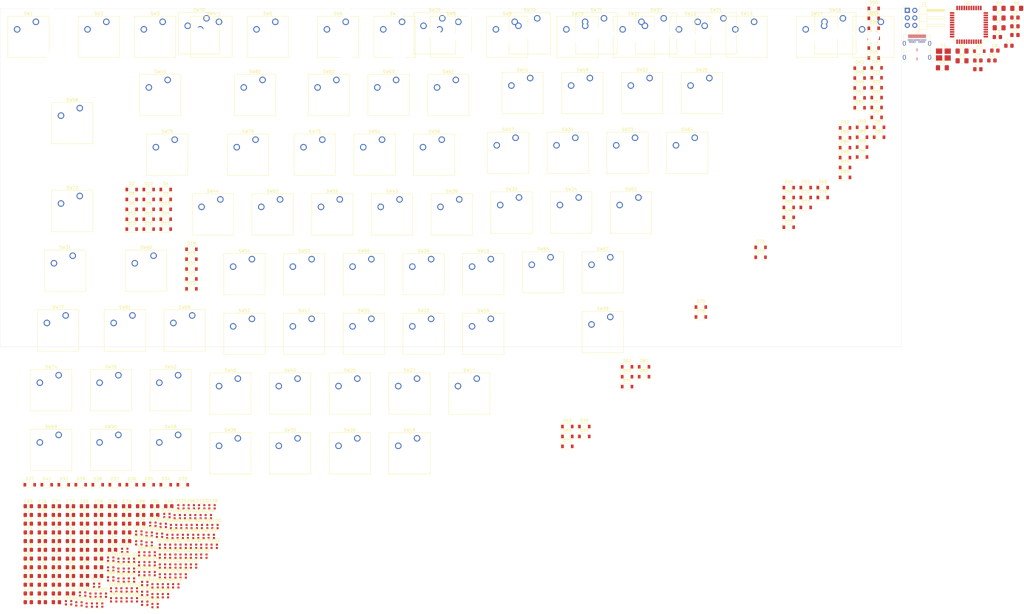
<source format=kicad_pcb>
(kicad_pcb (version 20171130) (host pcbnew 5.1.5+dfsg1-2build2)

  (general
    (thickness 1.6)
    (drawings 4)
    (tracks 0)
    (zones 0)
    (modules 353)
    (nets 217)
  )

  (page A3)
  (layers
    (0 F.Cu signal)
    (31 B.Cu signal)
    (32 B.Adhes user)
    (33 F.Adhes user)
    (34 B.Paste user)
    (35 F.Paste user)
    (36 B.SilkS user)
    (37 F.SilkS user)
    (38 B.Mask user)
    (39 F.Mask user)
    (40 Dwgs.User user)
    (41 Cmts.User user)
    (42 Eco1.User user)
    (43 Eco2.User user)
    (44 Edge.Cuts user)
    (45 Margin user)
    (46 B.CrtYd user)
    (47 F.CrtYd user)
    (48 B.Fab user)
    (49 F.Fab user)
  )

  (setup
    (last_trace_width 0.25)
    (trace_clearance 0.2)
    (zone_clearance 0.508)
    (zone_45_only no)
    (trace_min 0.2)
    (via_size 0.8)
    (via_drill 0.4)
    (via_min_size 0.6)
    (via_min_drill 0.3)
    (uvia_size 0.3)
    (uvia_drill 0.1)
    (uvias_allowed no)
    (uvia_min_size 0.2)
    (uvia_min_drill 0.1)
    (edge_width 0.05)
    (segment_width 0.2)
    (pcb_text_width 0.3)
    (pcb_text_size 1.5 1.5)
    (mod_edge_width 0.12)
    (mod_text_size 1 1)
    (mod_text_width 0.15)
    (pad_size 1.524 1.524)
    (pad_drill 0.762)
    (pad_to_mask_clearance 0.051)
    (solder_mask_min_width 0.25)
    (aux_axis_origin 0 0)
    (visible_elements FFFFFF7F)
    (pcbplotparams
      (layerselection 0x010fc_ffffffff)
      (usegerberextensions false)
      (usegerberattributes false)
      (usegerberadvancedattributes false)
      (creategerberjobfile false)
      (excludeedgelayer true)
      (linewidth 0.100000)
      (plotframeref false)
      (viasonmask false)
      (mode 1)
      (useauxorigin false)
      (hpglpennumber 1)
      (hpglpenspeed 20)
      (hpglpendiameter 15.000000)
      (psnegative false)
      (psa4output false)
      (plotreference true)
      (plotvalue true)
      (plotinvisibletext false)
      (padsonsilk false)
      (subtractmaskfromsilk false)
      (outputformat 1)
      (mirror false)
      (drillshape 1)
      (scaleselection 1)
      (outputdirectory ""))
  )

  (net 0 "")
  (net 1 GND)
  (net 2 +5V)
  (net 3 "Net-(C7-Pad1)")
  (net 4 "Net-(C8-Pad2)")
  (net 5 "Net-(C9-Pad1)")
  (net 6 RST)
  (net 7 ROW0)
  (net 8 "Net-(D2-Pad2)")
  (net 9 "Net-(D3-Pad2)")
  (net 10 "Net-(D4-Pad2)")
  (net 11 "Net-(D5-Pad2)")
  (net 12 "Net-(D6-Pad2)")
  (net 13 "Net-(D7-Pad2)")
  (net 14 "Net-(D8-Pad2)")
  (net 15 "Net-(D9-Pad2)")
  (net 16 "Net-(D10-Pad2)")
  (net 17 "Net-(D11-Pad2)")
  (net 18 "Net-(D12-Pad2)")
  (net 19 "Net-(D13-Pad2)")
  (net 20 "Net-(D14-Pad2)")
  (net 21 "Net-(D15-Pad2)")
  (net 22 "Net-(D16-Pad2)")
  (net 23 ROW1)
  (net 24 "Net-(D17-Pad2)")
  (net 25 "Net-(D18-Pad2)")
  (net 26 "Net-(D19-Pad2)")
  (net 27 "Net-(D20-Pad2)")
  (net 28 "Net-(D21-Pad2)")
  (net 29 "Net-(D22-Pad2)")
  (net 30 "Net-(D23-Pad2)")
  (net 31 "Net-(D24-Pad2)")
  (net 32 "Net-(D25-Pad2)")
  (net 33 "Net-(D26-Pad2)")
  (net 34 "Net-(D27-Pad2)")
  (net 35 "Net-(D28-Pad2)")
  (net 36 "Net-(D29-Pad2)")
  (net 37 "Net-(D30-Pad2)")
  (net 38 "Net-(D31-Pad2)")
  (net 39 "Net-(D32-Pad2)")
  (net 40 ROW2)
  (net 41 "Net-(D33-Pad2)")
  (net 42 "Net-(D34-Pad2)")
  (net 43 "Net-(D35-Pad2)")
  (net 44 "Net-(D36-Pad2)")
  (net 45 "Net-(D37-Pad2)")
  (net 46 "Net-(D38-Pad2)")
  (net 47 "Net-(D39-Pad2)")
  (net 48 "Net-(D40-Pad2)")
  (net 49 "Net-(D41-Pad2)")
  (net 50 "Net-(D42-Pad2)")
  (net 51 "Net-(D43-Pad2)")
  (net 52 "Net-(D44-Pad2)")
  (net 53 "Net-(D45-Pad2)")
  (net 54 "Net-(D46-Pad2)")
  (net 55 ROW3)
  (net 56 "Net-(D47-Pad2)")
  (net 57 "Net-(D48-Pad2)")
  (net 58 "Net-(D49-Pad2)")
  (net 59 "Net-(D50-Pad2)")
  (net 60 "Net-(D51-Pad2)")
  (net 61 "Net-(D52-Pad2)")
  (net 62 "Net-(D53-Pad2)")
  (net 63 "Net-(D54-Pad2)")
  (net 64 "Net-(D55-Pad2)")
  (net 65 "Net-(D56-Pad2)")
  (net 66 "Net-(D57-Pad2)")
  (net 67 "Net-(D58-Pad2)")
  (net 68 "Net-(D59-Pad2)")
  (net 69 "Net-(D60-Pad2)")
  (net 70 ROW4)
  (net 71 "Net-(D61-Pad2)")
  (net 72 "Net-(D62-Pad2)")
  (net 73 "Net-(D63-Pad2)")
  (net 74 "Net-(D64-Pad2)")
  (net 75 "Net-(D65-Pad2)")
  (net 76 "Net-(D66-Pad2)")
  (net 77 "Net-(D67-Pad2)")
  (net 78 "Net-(D68-Pad2)")
  (net 79 "Net-(D69-Pad2)")
  (net 80 "Net-(D70-Pad2)")
  (net 81 "Net-(D71-Pad2)")
  (net 82 "Net-(D72-Pad2)")
  (net 83 "Net-(D73-Pad2)")
  (net 84 "Net-(D74-Pad2)")
  (net 85 "Net-(D75-Pad2)")
  (net 86 ROW5)
  (net 87 "Net-(D76-Pad2)")
  (net 88 "Net-(D77-Pad2)")
  (net 89 "Net-(D78-Pad2)")
  (net 90 "Net-(D79-Pad2)")
  (net 91 "Net-(D80-Pad2)")
  (net 92 "Net-(D81-Pad2)")
  (net 93 "Net-(D82-Pad2)")
  (net 94 "Net-(D83-Pad2)")
  (net 95 "Net-(D84-Pad2)")
  (net 96 "Net-(D85-Pad2)")
  (net 97 DIN)
  (net 98 "Net-(D86-Pad2)")
  (net 99 "Net-(D87-Pad2)")
  (net 100 "Net-(D88-Pad2)")
  (net 101 "Net-(D89-Pad2)")
  (net 102 "Net-(D90-Pad2)")
  (net 103 "Net-(D91-Pad2)")
  (net 104 "Net-(D92-Pad2)")
  (net 105 "Net-(D93-Pad2)")
  (net 106 "Net-(D94-Pad2)")
  (net 107 "Net-(D95-Pad2)")
  (net 108 "Net-(D96-Pad2)")
  (net 109 "Net-(D97-Pad2)")
  (net 110 "Net-(D98-Pad2)")
  (net 111 "Net-(D100-Pad4)")
  (net 112 "Net-(D100-Pad2)")
  (net 113 "Net-(D101-Pad2)")
  (net 114 "Net-(D102-Pad2)")
  (net 115 "Net-(D103-Pad2)")
  (net 116 "Net-(D104-Pad2)")
  (net 117 "Net-(D105-Pad2)")
  (net 118 "Net-(D106-Pad2)")
  (net 119 "Net-(D107-Pad2)")
  (net 120 "Net-(D108-Pad2)")
  (net 121 "Net-(D109-Pad2)")
  (net 122 "Net-(D110-Pad2)")
  (net 123 "Net-(D111-Pad2)")
  (net 124 "Net-(D112-Pad2)")
  (net 125 "Net-(D113-Pad2)")
  (net 126 "Net-(D114-Pad2)")
  (net 127 "Net-(D115-Pad2)")
  (net 128 "Net-(D116-Pad2)")
  (net 129 "Net-(D117-Pad2)")
  (net 130 "Net-(D118-Pad2)")
  (net 131 "Net-(D119-Pad2)")
  (net 132 "Net-(D120-Pad2)")
  (net 133 "Net-(D121-Pad2)")
  (net 134 "Net-(D122-Pad2)")
  (net 135 "Net-(D123-Pad2)")
  (net 136 "Net-(D124-Pad2)")
  (net 137 "Net-(D125-Pad2)")
  (net 138 "Net-(D126-Pad2)")
  (net 139 "Net-(D127-Pad2)")
  (net 140 "Net-(D128-Pad2)")
  (net 141 "Net-(D129-Pad2)")
  (net 142 "Net-(D130-Pad2)")
  (net 143 "Net-(D131-Pad2)")
  (net 144 "Net-(D132-Pad2)")
  (net 145 "Net-(D133-Pad2)")
  (net 146 "Net-(D134-Pad2)")
  (net 147 "Net-(D135-Pad2)")
  (net 148 "Net-(D136-Pad2)")
  (net 149 "Net-(D137-Pad2)")
  (net 150 "Net-(D138-Pad2)")
  (net 151 "Net-(D139-Pad2)")
  (net 152 "Net-(D140-Pad2)")
  (net 153 "Net-(D141-Pad2)")
  (net 154 "Net-(D142-Pad2)")
  (net 155 "Net-(D143-Pad2)")
  (net 156 "Net-(D144-Pad2)")
  (net 157 "Net-(D145-Pad2)")
  (net 158 "Net-(D146-Pad2)")
  (net 159 "Net-(D147-Pad2)")
  (net 160 "Net-(D148-Pad2)")
  (net 161 "Net-(D149-Pad2)")
  (net 162 "Net-(D150-Pad2)")
  (net 163 "Net-(D151-Pad2)")
  (net 164 "Net-(D152-Pad2)")
  (net 165 "Net-(D153-Pad2)")
  (net 166 "Net-(D154-Pad2)")
  (net 167 "Net-(D155-Pad2)")
  (net 168 "Net-(D156-Pad2)")
  (net 169 "Net-(D157-Pad2)")
  (net 170 "Net-(D158-Pad2)")
  (net 171 "Net-(D159-Pad2)")
  (net 172 "Net-(D160-Pad2)")
  (net 173 "Net-(D161-Pad2)")
  (net 174 "Net-(D162-Pad2)")
  (net 175 "Net-(D163-Pad2)")
  (net 176 "Net-(D164-Pad2)")
  (net 177 "Net-(D165-Pad2)")
  (net 178 "Net-(D166-Pad2)")
  (net 179 "Net-(D167-Pad2)")
  (net 180 "Net-(F1-Pad2)")
  (net 181 COL02)
  (net 182 COL00)
  (net 183 COL01)
  (net 184 "Net-(J2-PadA11)")
  (net 185 "Net-(J2-PadA10)")
  (net 186 "Net-(J2-PadA8)")
  (net 187 D-)
  (net 188 D+)
  (net 189 "Net-(J2-PadA5)")
  (net 190 "Net-(J2-PadA3)")
  (net 191 "Net-(J2-PadA2)")
  (net 192 "Net-(J2-PadB10)")
  (net 193 "Net-(J2-PadB3)")
  (net 194 "Net-(J2-PadB8)")
  (net 195 "Net-(J2-PadB5)")
  (net 196 "Net-(J2-PadB2)")
  (net 197 "Net-(J2-PadB11)")
  (net 198 "Net-(R4-Pad1)")
  (net 199 "Net-(R5-Pad2)")
  (net 200 "Net-(R6-Pad2)")
  (net 201 COL03)
  (net 202 COL04)
  (net 203 COL06)
  (net 204 COL07)
  (net 205 COL08)
  (net 206 COL09)
  (net 207 COL10)
  (net 208 COL11)
  (net 209 COL12)
  (net 210 COL13)
  (net 211 COL14)
  (net 212 COL15)
  (net 213 COL05)
  (net 214 "Net-(U1-Pad1)")
  (net 215 "Net-(U1-Pad8)")
  (net 216 "Net-(U1-Pad42)")

  (net_class Default "Dies ist die voreingestellte Netzklasse."
    (clearance 0.2)
    (trace_width 0.25)
    (via_dia 0.8)
    (via_drill 0.4)
    (uvia_dia 0.3)
    (uvia_drill 0.1)
    (add_net +5V)
    (add_net COL00)
    (add_net COL01)
    (add_net COL02)
    (add_net COL03)
    (add_net COL04)
    (add_net COL05)
    (add_net COL06)
    (add_net COL07)
    (add_net COL08)
    (add_net COL09)
    (add_net COL10)
    (add_net COL11)
    (add_net COL12)
    (add_net COL13)
    (add_net COL14)
    (add_net COL15)
    (add_net D+)
    (add_net D-)
    (add_net DIN)
    (add_net GND)
    (add_net "Net-(C7-Pad1)")
    (add_net "Net-(C8-Pad2)")
    (add_net "Net-(C9-Pad1)")
    (add_net "Net-(D10-Pad2)")
    (add_net "Net-(D100-Pad2)")
    (add_net "Net-(D100-Pad4)")
    (add_net "Net-(D101-Pad2)")
    (add_net "Net-(D102-Pad2)")
    (add_net "Net-(D103-Pad2)")
    (add_net "Net-(D104-Pad2)")
    (add_net "Net-(D105-Pad2)")
    (add_net "Net-(D106-Pad2)")
    (add_net "Net-(D107-Pad2)")
    (add_net "Net-(D108-Pad2)")
    (add_net "Net-(D109-Pad2)")
    (add_net "Net-(D11-Pad2)")
    (add_net "Net-(D110-Pad2)")
    (add_net "Net-(D111-Pad2)")
    (add_net "Net-(D112-Pad2)")
    (add_net "Net-(D113-Pad2)")
    (add_net "Net-(D114-Pad2)")
    (add_net "Net-(D115-Pad2)")
    (add_net "Net-(D116-Pad2)")
    (add_net "Net-(D117-Pad2)")
    (add_net "Net-(D118-Pad2)")
    (add_net "Net-(D119-Pad2)")
    (add_net "Net-(D12-Pad2)")
    (add_net "Net-(D120-Pad2)")
    (add_net "Net-(D121-Pad2)")
    (add_net "Net-(D122-Pad2)")
    (add_net "Net-(D123-Pad2)")
    (add_net "Net-(D124-Pad2)")
    (add_net "Net-(D125-Pad2)")
    (add_net "Net-(D126-Pad2)")
    (add_net "Net-(D127-Pad2)")
    (add_net "Net-(D128-Pad2)")
    (add_net "Net-(D129-Pad2)")
    (add_net "Net-(D13-Pad2)")
    (add_net "Net-(D130-Pad2)")
    (add_net "Net-(D131-Pad2)")
    (add_net "Net-(D132-Pad2)")
    (add_net "Net-(D133-Pad2)")
    (add_net "Net-(D134-Pad2)")
    (add_net "Net-(D135-Pad2)")
    (add_net "Net-(D136-Pad2)")
    (add_net "Net-(D137-Pad2)")
    (add_net "Net-(D138-Pad2)")
    (add_net "Net-(D139-Pad2)")
    (add_net "Net-(D14-Pad2)")
    (add_net "Net-(D140-Pad2)")
    (add_net "Net-(D141-Pad2)")
    (add_net "Net-(D142-Pad2)")
    (add_net "Net-(D143-Pad2)")
    (add_net "Net-(D144-Pad2)")
    (add_net "Net-(D145-Pad2)")
    (add_net "Net-(D146-Pad2)")
    (add_net "Net-(D147-Pad2)")
    (add_net "Net-(D148-Pad2)")
    (add_net "Net-(D149-Pad2)")
    (add_net "Net-(D15-Pad2)")
    (add_net "Net-(D150-Pad2)")
    (add_net "Net-(D151-Pad2)")
    (add_net "Net-(D152-Pad2)")
    (add_net "Net-(D153-Pad2)")
    (add_net "Net-(D154-Pad2)")
    (add_net "Net-(D155-Pad2)")
    (add_net "Net-(D156-Pad2)")
    (add_net "Net-(D157-Pad2)")
    (add_net "Net-(D158-Pad2)")
    (add_net "Net-(D159-Pad2)")
    (add_net "Net-(D16-Pad2)")
    (add_net "Net-(D160-Pad2)")
    (add_net "Net-(D161-Pad2)")
    (add_net "Net-(D162-Pad2)")
    (add_net "Net-(D163-Pad2)")
    (add_net "Net-(D164-Pad2)")
    (add_net "Net-(D165-Pad2)")
    (add_net "Net-(D166-Pad2)")
    (add_net "Net-(D167-Pad2)")
    (add_net "Net-(D17-Pad2)")
    (add_net "Net-(D18-Pad2)")
    (add_net "Net-(D19-Pad2)")
    (add_net "Net-(D2-Pad2)")
    (add_net "Net-(D20-Pad2)")
    (add_net "Net-(D21-Pad2)")
    (add_net "Net-(D22-Pad2)")
    (add_net "Net-(D23-Pad2)")
    (add_net "Net-(D24-Pad2)")
    (add_net "Net-(D25-Pad2)")
    (add_net "Net-(D26-Pad2)")
    (add_net "Net-(D27-Pad2)")
    (add_net "Net-(D28-Pad2)")
    (add_net "Net-(D29-Pad2)")
    (add_net "Net-(D3-Pad2)")
    (add_net "Net-(D30-Pad2)")
    (add_net "Net-(D31-Pad2)")
    (add_net "Net-(D32-Pad2)")
    (add_net "Net-(D33-Pad2)")
    (add_net "Net-(D34-Pad2)")
    (add_net "Net-(D35-Pad2)")
    (add_net "Net-(D36-Pad2)")
    (add_net "Net-(D37-Pad2)")
    (add_net "Net-(D38-Pad2)")
    (add_net "Net-(D39-Pad2)")
    (add_net "Net-(D4-Pad2)")
    (add_net "Net-(D40-Pad2)")
    (add_net "Net-(D41-Pad2)")
    (add_net "Net-(D42-Pad2)")
    (add_net "Net-(D43-Pad2)")
    (add_net "Net-(D44-Pad2)")
    (add_net "Net-(D45-Pad2)")
    (add_net "Net-(D46-Pad2)")
    (add_net "Net-(D47-Pad2)")
    (add_net "Net-(D48-Pad2)")
    (add_net "Net-(D49-Pad2)")
    (add_net "Net-(D5-Pad2)")
    (add_net "Net-(D50-Pad2)")
    (add_net "Net-(D51-Pad2)")
    (add_net "Net-(D52-Pad2)")
    (add_net "Net-(D53-Pad2)")
    (add_net "Net-(D54-Pad2)")
    (add_net "Net-(D55-Pad2)")
    (add_net "Net-(D56-Pad2)")
    (add_net "Net-(D57-Pad2)")
    (add_net "Net-(D58-Pad2)")
    (add_net "Net-(D59-Pad2)")
    (add_net "Net-(D6-Pad2)")
    (add_net "Net-(D60-Pad2)")
    (add_net "Net-(D61-Pad2)")
    (add_net "Net-(D62-Pad2)")
    (add_net "Net-(D63-Pad2)")
    (add_net "Net-(D64-Pad2)")
    (add_net "Net-(D65-Pad2)")
    (add_net "Net-(D66-Pad2)")
    (add_net "Net-(D67-Pad2)")
    (add_net "Net-(D68-Pad2)")
    (add_net "Net-(D69-Pad2)")
    (add_net "Net-(D7-Pad2)")
    (add_net "Net-(D70-Pad2)")
    (add_net "Net-(D71-Pad2)")
    (add_net "Net-(D72-Pad2)")
    (add_net "Net-(D73-Pad2)")
    (add_net "Net-(D74-Pad2)")
    (add_net "Net-(D75-Pad2)")
    (add_net "Net-(D76-Pad2)")
    (add_net "Net-(D77-Pad2)")
    (add_net "Net-(D78-Pad2)")
    (add_net "Net-(D79-Pad2)")
    (add_net "Net-(D8-Pad2)")
    (add_net "Net-(D80-Pad2)")
    (add_net "Net-(D81-Pad2)")
    (add_net "Net-(D82-Pad2)")
    (add_net "Net-(D83-Pad2)")
    (add_net "Net-(D84-Pad2)")
    (add_net "Net-(D85-Pad2)")
    (add_net "Net-(D86-Pad2)")
    (add_net "Net-(D87-Pad2)")
    (add_net "Net-(D88-Pad2)")
    (add_net "Net-(D89-Pad2)")
    (add_net "Net-(D9-Pad2)")
    (add_net "Net-(D90-Pad2)")
    (add_net "Net-(D91-Pad2)")
    (add_net "Net-(D92-Pad2)")
    (add_net "Net-(D93-Pad2)")
    (add_net "Net-(D94-Pad2)")
    (add_net "Net-(D95-Pad2)")
    (add_net "Net-(D96-Pad2)")
    (add_net "Net-(D97-Pad2)")
    (add_net "Net-(D98-Pad2)")
    (add_net "Net-(F1-Pad2)")
    (add_net "Net-(J2-PadA10)")
    (add_net "Net-(J2-PadA11)")
    (add_net "Net-(J2-PadA2)")
    (add_net "Net-(J2-PadA3)")
    (add_net "Net-(J2-PadA5)")
    (add_net "Net-(J2-PadA8)")
    (add_net "Net-(J2-PadB10)")
    (add_net "Net-(J2-PadB11)")
    (add_net "Net-(J2-PadB2)")
    (add_net "Net-(J2-PadB3)")
    (add_net "Net-(J2-PadB5)")
    (add_net "Net-(J2-PadB8)")
    (add_net "Net-(R4-Pad1)")
    (add_net "Net-(R5-Pad2)")
    (add_net "Net-(R6-Pad2)")
    (add_net "Net-(U1-Pad1)")
    (add_net "Net-(U1-Pad42)")
    (add_net "Net-(U1-Pad8)")
    (add_net ROW0)
    (add_net ROW1)
    (add_net ROW2)
    (add_net ROW3)
    (add_net ROW4)
    (add_net ROW5)
    (add_net RST)
  )

  (module Capacitor_SMD:C_0805_2012Metric_Pad1.15x1.40mm_HandSolder (layer F.Cu) (tedit 5B36C52B) (tstamp 5F15EB18)
    (at 368.725001 55.605001)
    (descr "Capacitor SMD 0805 (2012 Metric), square (rectangular) end terminal, IPC_7351 nominal with elongated pad for handsoldering. (Body size source: https://docs.google.com/spreadsheets/d/1BsfQQcO9C6DZCsRaXUlFlo91Tg2WpOkGARC1WS5S8t0/edit?usp=sharing), generated with kicad-footprint-generator")
    (tags "capacitor handsolder")
    (path /5F92990D)
    (attr smd)
    (fp_text reference C1 (at 0 -1.65) (layer F.SilkS)
      (effects (font (size 1 1) (thickness 0.15)))
    )
    (fp_text value 0.1uF (at 0 1.65) (layer F.Fab)
      (effects (font (size 1 1) (thickness 0.15)))
    )
    (fp_text user %R (at 0 0) (layer F.Fab)
      (effects (font (size 0.5 0.5) (thickness 0.08)))
    )
    (fp_line (start 1.85 0.95) (end -1.85 0.95) (layer F.CrtYd) (width 0.05))
    (fp_line (start 1.85 -0.95) (end 1.85 0.95) (layer F.CrtYd) (width 0.05))
    (fp_line (start -1.85 -0.95) (end 1.85 -0.95) (layer F.CrtYd) (width 0.05))
    (fp_line (start -1.85 0.95) (end -1.85 -0.95) (layer F.CrtYd) (width 0.05))
    (fp_line (start -0.261252 0.71) (end 0.261252 0.71) (layer F.SilkS) (width 0.12))
    (fp_line (start -0.261252 -0.71) (end 0.261252 -0.71) (layer F.SilkS) (width 0.12))
    (fp_line (start 1 0.6) (end -1 0.6) (layer F.Fab) (width 0.1))
    (fp_line (start 1 -0.6) (end 1 0.6) (layer F.Fab) (width 0.1))
    (fp_line (start -1 -0.6) (end 1 -0.6) (layer F.Fab) (width 0.1))
    (fp_line (start -1 0.6) (end -1 -0.6) (layer F.Fab) (width 0.1))
    (pad 2 smd roundrect (at 1.025 0) (size 1.15 1.4) (layers F.Cu F.Paste F.Mask) (roundrect_rratio 0.217391)
      (net 1 GND))
    (pad 1 smd roundrect (at -1.025 0) (size 1.15 1.4) (layers F.Cu F.Paste F.Mask) (roundrect_rratio 0.217391)
      (net 2 +5V))
    (model ${KISYS3DMOD}/Capacitor_SMD.3dshapes/C_0805_2012Metric.wrl
      (at (xyz 0 0 0))
      (scale (xyz 1 1 1))
      (rotate (xyz 0 0 0))
    )
  )

  (module Capacitor_SMD:C_0805_2012Metric_Pad1.15x1.40mm_HandSolder (layer F.Cu) (tedit 5B36C52B) (tstamp 5F15EB29)
    (at 381.265001 41.095001)
    (descr "Capacitor SMD 0805 (2012 Metric), square (rectangular) end terminal, IPC_7351 nominal with elongated pad for handsoldering. (Body size source: https://docs.google.com/spreadsheets/d/1BsfQQcO9C6DZCsRaXUlFlo91Tg2WpOkGARC1WS5S8t0/edit?usp=sharing), generated with kicad-footprint-generator")
    (tags "capacitor handsolder")
    (path /5EFFF252)
    (attr smd)
    (fp_text reference C2 (at 0 -1.65) (layer F.SilkS)
      (effects (font (size 1 1) (thickness 0.15)))
    )
    (fp_text value 0.1uF (at 0 1.65) (layer F.Fab)
      (effects (font (size 1 1) (thickness 0.15)))
    )
    (fp_text user %R (at 0 0) (layer F.Fab)
      (effects (font (size 0.5 0.5) (thickness 0.08)))
    )
    (fp_line (start 1.85 0.95) (end -1.85 0.95) (layer F.CrtYd) (width 0.05))
    (fp_line (start 1.85 -0.95) (end 1.85 0.95) (layer F.CrtYd) (width 0.05))
    (fp_line (start -1.85 -0.95) (end 1.85 -0.95) (layer F.CrtYd) (width 0.05))
    (fp_line (start -1.85 0.95) (end -1.85 -0.95) (layer F.CrtYd) (width 0.05))
    (fp_line (start -0.261252 0.71) (end 0.261252 0.71) (layer F.SilkS) (width 0.12))
    (fp_line (start -0.261252 -0.71) (end 0.261252 -0.71) (layer F.SilkS) (width 0.12))
    (fp_line (start 1 0.6) (end -1 0.6) (layer F.Fab) (width 0.1))
    (fp_line (start 1 -0.6) (end 1 0.6) (layer F.Fab) (width 0.1))
    (fp_line (start -1 -0.6) (end 1 -0.6) (layer F.Fab) (width 0.1))
    (fp_line (start -1 0.6) (end -1 -0.6) (layer F.Fab) (width 0.1))
    (pad 2 smd roundrect (at 1.025 0) (size 1.15 1.4) (layers F.Cu F.Paste F.Mask) (roundrect_rratio 0.217391)
      (net 1 GND))
    (pad 1 smd roundrect (at -1.025 0) (size 1.15 1.4) (layers F.Cu F.Paste F.Mask) (roundrect_rratio 0.217391)
      (net 2 +5V))
    (model ${KISYS3DMOD}/Capacitor_SMD.3dshapes/C_0805_2012Metric.wrl
      (at (xyz 0 0 0))
      (scale (xyz 1 1 1))
      (rotate (xyz 0 0 0))
    )
  )

  (module Capacitor_SMD:C_0805_2012Metric_Pad1.15x1.40mm_HandSolder (layer F.Cu) (tedit 5B36C52B) (tstamp 5F15EB3A)
    (at 375.315001 47.675001)
    (descr "Capacitor SMD 0805 (2012 Metric), square (rectangular) end terminal, IPC_7351 nominal with elongated pad for handsoldering. (Body size source: https://docs.google.com/spreadsheets/d/1BsfQQcO9C6DZCsRaXUlFlo91Tg2WpOkGARC1WS5S8t0/edit?usp=sharing), generated with kicad-footprint-generator")
    (tags "capacitor handsolder")
    (path /5F00AFA0)
    (attr smd)
    (fp_text reference C3 (at 0 -1.65) (layer F.SilkS)
      (effects (font (size 1 1) (thickness 0.15)))
    )
    (fp_text value 0.1uF (at 0 1.65) (layer F.Fab)
      (effects (font (size 1 1) (thickness 0.15)))
    )
    (fp_text user %R (at 0 0) (layer F.Fab)
      (effects (font (size 0.5 0.5) (thickness 0.08)))
    )
    (fp_line (start 1.85 0.95) (end -1.85 0.95) (layer F.CrtYd) (width 0.05))
    (fp_line (start 1.85 -0.95) (end 1.85 0.95) (layer F.CrtYd) (width 0.05))
    (fp_line (start -1.85 -0.95) (end 1.85 -0.95) (layer F.CrtYd) (width 0.05))
    (fp_line (start -1.85 0.95) (end -1.85 -0.95) (layer F.CrtYd) (width 0.05))
    (fp_line (start -0.261252 0.71) (end 0.261252 0.71) (layer F.SilkS) (width 0.12))
    (fp_line (start -0.261252 -0.71) (end 0.261252 -0.71) (layer F.SilkS) (width 0.12))
    (fp_line (start 1 0.6) (end -1 0.6) (layer F.Fab) (width 0.1))
    (fp_line (start 1 -0.6) (end 1 0.6) (layer F.Fab) (width 0.1))
    (fp_line (start -1 -0.6) (end 1 -0.6) (layer F.Fab) (width 0.1))
    (fp_line (start -1 0.6) (end -1 -0.6) (layer F.Fab) (width 0.1))
    (pad 2 smd roundrect (at 1.025 0) (size 1.15 1.4) (layers F.Cu F.Paste F.Mask) (roundrect_rratio 0.217391)
      (net 1 GND))
    (pad 1 smd roundrect (at -1.025 0) (size 1.15 1.4) (layers F.Cu F.Paste F.Mask) (roundrect_rratio 0.217391)
      (net 2 +5V))
    (model ${KISYS3DMOD}/Capacitor_SMD.3dshapes/C_0805_2012Metric.wrl
      (at (xyz 0 0 0))
      (scale (xyz 1 1 1))
      (rotate (xyz 0 0 0))
    )
  )

  (module Capacitor_SMD:C_0805_2012Metric_Pad1.15x1.40mm_HandSolder (layer F.Cu) (tedit 5B36C52B) (tstamp 5F15EB4B)
    (at 379.225001 50.625001)
    (descr "Capacitor SMD 0805 (2012 Metric), square (rectangular) end terminal, IPC_7351 nominal with elongated pad for handsoldering. (Body size source: https://docs.google.com/spreadsheets/d/1BsfQQcO9C6DZCsRaXUlFlo91Tg2WpOkGARC1WS5S8t0/edit?usp=sharing), generated with kicad-footprint-generator")
    (tags "capacitor handsolder")
    (path /5F00B4C3)
    (attr smd)
    (fp_text reference C4 (at 0 -1.65) (layer F.SilkS)
      (effects (font (size 1 1) (thickness 0.15)))
    )
    (fp_text value 0.1uF (at 0 1.65) (layer F.Fab)
      (effects (font (size 1 1) (thickness 0.15)))
    )
    (fp_line (start -1 0.6) (end -1 -0.6) (layer F.Fab) (width 0.1))
    (fp_line (start -1 -0.6) (end 1 -0.6) (layer F.Fab) (width 0.1))
    (fp_line (start 1 -0.6) (end 1 0.6) (layer F.Fab) (width 0.1))
    (fp_line (start 1 0.6) (end -1 0.6) (layer F.Fab) (width 0.1))
    (fp_line (start -0.261252 -0.71) (end 0.261252 -0.71) (layer F.SilkS) (width 0.12))
    (fp_line (start -0.261252 0.71) (end 0.261252 0.71) (layer F.SilkS) (width 0.12))
    (fp_line (start -1.85 0.95) (end -1.85 -0.95) (layer F.CrtYd) (width 0.05))
    (fp_line (start -1.85 -0.95) (end 1.85 -0.95) (layer F.CrtYd) (width 0.05))
    (fp_line (start 1.85 -0.95) (end 1.85 0.95) (layer F.CrtYd) (width 0.05))
    (fp_line (start 1.85 0.95) (end -1.85 0.95) (layer F.CrtYd) (width 0.05))
    (fp_text user %R (at 0 0) (layer F.Fab)
      (effects (font (size 0.5 0.5) (thickness 0.08)))
    )
    (pad 1 smd roundrect (at -1.025 0) (size 1.15 1.4) (layers F.Cu F.Paste F.Mask) (roundrect_rratio 0.217391)
      (net 2 +5V))
    (pad 2 smd roundrect (at 1.025 0) (size 1.15 1.4) (layers F.Cu F.Paste F.Mask) (roundrect_rratio 0.217391)
      (net 1 GND))
    (model ${KISYS3DMOD}/Capacitor_SMD.3dshapes/C_0805_2012Metric.wrl
      (at (xyz 0 0 0))
      (scale (xyz 1 1 1))
      (rotate (xyz 0 0 0))
    )
  )

  (module Capacitor_SMD:C_0805_2012Metric_Pad1.15x1.40mm_HandSolder (layer F.Cu) (tedit 5B36C52B) (tstamp 5F15EB5C)
    (at 381.265001 46.995001)
    (descr "Capacitor SMD 0805 (2012 Metric), square (rectangular) end terminal, IPC_7351 nominal with elongated pad for handsoldering. (Body size source: https://docs.google.com/spreadsheets/d/1BsfQQcO9C6DZCsRaXUlFlo91Tg2WpOkGARC1WS5S8t0/edit?usp=sharing), generated with kicad-footprint-generator")
    (tags "capacitor handsolder")
    (path /5F92A552)
    (attr smd)
    (fp_text reference C5 (at 0 -1.65) (layer F.SilkS)
      (effects (font (size 1 1) (thickness 0.15)))
    )
    (fp_text value 0.1uF (at 0 1.65) (layer F.Fab)
      (effects (font (size 1 1) (thickness 0.15)))
    )
    (fp_text user %R (at 0 0) (layer F.Fab)
      (effects (font (size 0.5 0.5) (thickness 0.08)))
    )
    (fp_line (start 1.85 0.95) (end -1.85 0.95) (layer F.CrtYd) (width 0.05))
    (fp_line (start 1.85 -0.95) (end 1.85 0.95) (layer F.CrtYd) (width 0.05))
    (fp_line (start -1.85 -0.95) (end 1.85 -0.95) (layer F.CrtYd) (width 0.05))
    (fp_line (start -1.85 0.95) (end -1.85 -0.95) (layer F.CrtYd) (width 0.05))
    (fp_line (start -0.261252 0.71) (end 0.261252 0.71) (layer F.SilkS) (width 0.12))
    (fp_line (start -0.261252 -0.71) (end 0.261252 -0.71) (layer F.SilkS) (width 0.12))
    (fp_line (start 1 0.6) (end -1 0.6) (layer F.Fab) (width 0.1))
    (fp_line (start 1 -0.6) (end 1 0.6) (layer F.Fab) (width 0.1))
    (fp_line (start -1 -0.6) (end 1 -0.6) (layer F.Fab) (width 0.1))
    (fp_line (start -1 0.6) (end -1 -0.6) (layer F.Fab) (width 0.1))
    (pad 2 smd roundrect (at 1.025 0) (size 1.15 1.4) (layers F.Cu F.Paste F.Mask) (roundrect_rratio 0.217391)
      (net 1 GND))
    (pad 1 smd roundrect (at -1.025 0) (size 1.15 1.4) (layers F.Cu F.Paste F.Mask) (roundrect_rratio 0.217391)
      (net 2 +5V))
    (model ${KISYS3DMOD}/Capacitor_SMD.3dshapes/C_0805_2012Metric.wrl
      (at (xyz 0 0 0))
      (scale (xyz 1 1 1))
      (rotate (xyz 0 0 0))
    )
  )

  (module Capacitor_SMD:C_0805_2012Metric_Pad1.15x1.40mm_HandSolder (layer F.Cu) (tedit 5B36C52B) (tstamp 5F15EB6D)
    (at 373.475001 55.605001)
    (descr "Capacitor SMD 0805 (2012 Metric), square (rectangular) end terminal, IPC_7351 nominal with elongated pad for handsoldering. (Body size source: https://docs.google.com/spreadsheets/d/1BsfQQcO9C6DZCsRaXUlFlo91Tg2WpOkGARC1WS5S8t0/edit?usp=sharing), generated with kicad-footprint-generator")
    (tags "capacitor handsolder")
    (path /5F007EF5)
    (attr smd)
    (fp_text reference C6 (at 0 -1.65) (layer F.SilkS)
      (effects (font (size 1 1) (thickness 0.15)))
    )
    (fp_text value 10uF (at 0 1.65) (layer F.Fab)
      (effects (font (size 1 1) (thickness 0.15)))
    )
    (fp_line (start -1 0.6) (end -1 -0.6) (layer F.Fab) (width 0.1))
    (fp_line (start -1 -0.6) (end 1 -0.6) (layer F.Fab) (width 0.1))
    (fp_line (start 1 -0.6) (end 1 0.6) (layer F.Fab) (width 0.1))
    (fp_line (start 1 0.6) (end -1 0.6) (layer F.Fab) (width 0.1))
    (fp_line (start -0.261252 -0.71) (end 0.261252 -0.71) (layer F.SilkS) (width 0.12))
    (fp_line (start -0.261252 0.71) (end 0.261252 0.71) (layer F.SilkS) (width 0.12))
    (fp_line (start -1.85 0.95) (end -1.85 -0.95) (layer F.CrtYd) (width 0.05))
    (fp_line (start -1.85 -0.95) (end 1.85 -0.95) (layer F.CrtYd) (width 0.05))
    (fp_line (start 1.85 -0.95) (end 1.85 0.95) (layer F.CrtYd) (width 0.05))
    (fp_line (start 1.85 0.95) (end -1.85 0.95) (layer F.CrtYd) (width 0.05))
    (fp_text user %R (at 0 0) (layer F.Fab)
      (effects (font (size 0.5 0.5) (thickness 0.08)))
    )
    (pad 1 smd roundrect (at -1.025 0) (size 1.15 1.4) (layers F.Cu F.Paste F.Mask) (roundrect_rratio 0.217391)
      (net 2 +5V))
    (pad 2 smd roundrect (at 1.025 0) (size 1.15 1.4) (layers F.Cu F.Paste F.Mask) (roundrect_rratio 0.217391)
      (net 1 GND))
    (model ${KISYS3DMOD}/Capacitor_SMD.3dshapes/C_0805_2012Metric.wrl
      (at (xyz 0 0 0))
      (scale (xyz 1 1 1))
      (rotate (xyz 0 0 0))
    )
  )

  (module Capacitor_SMD:C_0805_2012Metric_Pad1.15x1.40mm_HandSolder (layer F.Cu) (tedit 5B36C52B) (tstamp 5F15EB7E)
    (at 368.725001 58.555001)
    (descr "Capacitor SMD 0805 (2012 Metric), square (rectangular) end terminal, IPC_7351 nominal with elongated pad for handsoldering. (Body size source: https://docs.google.com/spreadsheets/d/1BsfQQcO9C6DZCsRaXUlFlo91Tg2WpOkGARC1WS5S8t0/edit?usp=sharing), generated with kicad-footprint-generator")
    (tags "capacitor handsolder")
    (path /5F0786B1)
    (attr smd)
    (fp_text reference C7 (at 0 -1.65) (layer F.SilkS)
      (effects (font (size 1 1) (thickness 0.15)))
    )
    (fp_text value 22pF (at 0 1.65) (layer F.Fab)
      (effects (font (size 1 1) (thickness 0.15)))
    )
    (fp_text user %R (at 0 0) (layer F.Fab)
      (effects (font (size 0.5 0.5) (thickness 0.08)))
    )
    (fp_line (start 1.85 0.95) (end -1.85 0.95) (layer F.CrtYd) (width 0.05))
    (fp_line (start 1.85 -0.95) (end 1.85 0.95) (layer F.CrtYd) (width 0.05))
    (fp_line (start -1.85 -0.95) (end 1.85 -0.95) (layer F.CrtYd) (width 0.05))
    (fp_line (start -1.85 0.95) (end -1.85 -0.95) (layer F.CrtYd) (width 0.05))
    (fp_line (start -0.261252 0.71) (end 0.261252 0.71) (layer F.SilkS) (width 0.12))
    (fp_line (start -0.261252 -0.71) (end 0.261252 -0.71) (layer F.SilkS) (width 0.12))
    (fp_line (start 1 0.6) (end -1 0.6) (layer F.Fab) (width 0.1))
    (fp_line (start 1 -0.6) (end 1 0.6) (layer F.Fab) (width 0.1))
    (fp_line (start -1 -0.6) (end 1 -0.6) (layer F.Fab) (width 0.1))
    (fp_line (start -1 0.6) (end -1 -0.6) (layer F.Fab) (width 0.1))
    (pad 2 smd roundrect (at 1.025 0) (size 1.15 1.4) (layers F.Cu F.Paste F.Mask) (roundrect_rratio 0.217391)
      (net 1 GND))
    (pad 1 smd roundrect (at -1.025 0) (size 1.15 1.4) (layers F.Cu F.Paste F.Mask) (roundrect_rratio 0.217391)
      (net 3 "Net-(C7-Pad1)"))
    (model ${KISYS3DMOD}/Capacitor_SMD.3dshapes/C_0805_2012Metric.wrl
      (at (xyz 0 0 0))
      (scale (xyz 1 1 1))
      (rotate (xyz 0 0 0))
    )
  )

  (module Capacitor_SMD:C_0805_2012Metric_Pad1.15x1.40mm_HandSolder (layer F.Cu) (tedit 5B36C52B) (tstamp 5F15EB8F)
    (at 374.475001 52.255001)
    (descr "Capacitor SMD 0805 (2012 Metric), square (rectangular) end terminal, IPC_7351 nominal with elongated pad for handsoldering. (Body size source: https://docs.google.com/spreadsheets/d/1BsfQQcO9C6DZCsRaXUlFlo91Tg2WpOkGARC1WS5S8t0/edit?usp=sharing), generated with kicad-footprint-generator")
    (tags "capacitor handsolder")
    (path /5F0BA64F)
    (attr smd)
    (fp_text reference C8 (at 0 -1.65) (layer F.SilkS)
      (effects (font (size 1 1) (thickness 0.15)))
    )
    (fp_text value 22pF (at 0 1.65) (layer F.Fab)
      (effects (font (size 1 1) (thickness 0.15)))
    )
    (fp_text user %R (at 0 0) (layer F.Fab)
      (effects (font (size 0.5 0.5) (thickness 0.08)))
    )
    (fp_line (start 1.85 0.95) (end -1.85 0.95) (layer F.CrtYd) (width 0.05))
    (fp_line (start 1.85 -0.95) (end 1.85 0.95) (layer F.CrtYd) (width 0.05))
    (fp_line (start -1.85 -0.95) (end 1.85 -0.95) (layer F.CrtYd) (width 0.05))
    (fp_line (start -1.85 0.95) (end -1.85 -0.95) (layer F.CrtYd) (width 0.05))
    (fp_line (start -0.261252 0.71) (end 0.261252 0.71) (layer F.SilkS) (width 0.12))
    (fp_line (start -0.261252 -0.71) (end 0.261252 -0.71) (layer F.SilkS) (width 0.12))
    (fp_line (start 1 0.6) (end -1 0.6) (layer F.Fab) (width 0.1))
    (fp_line (start 1 -0.6) (end 1 0.6) (layer F.Fab) (width 0.1))
    (fp_line (start -1 -0.6) (end 1 -0.6) (layer F.Fab) (width 0.1))
    (fp_line (start -1 0.6) (end -1 -0.6) (layer F.Fab) (width 0.1))
    (pad 2 smd roundrect (at 1.025 0) (size 1.15 1.4) (layers F.Cu F.Paste F.Mask) (roundrect_rratio 0.217391)
      (net 4 "Net-(C8-Pad2)"))
    (pad 1 smd roundrect (at -1.025 0) (size 1.15 1.4) (layers F.Cu F.Paste F.Mask) (roundrect_rratio 0.217391)
      (net 1 GND))
    (model ${KISYS3DMOD}/Capacitor_SMD.3dshapes/C_0805_2012Metric.wrl
      (at (xyz 0 0 0))
      (scale (xyz 1 1 1))
      (rotate (xyz 0 0 0))
    )
  )

  (module Capacitor_SMD:C_0805_2012Metric_Pad1.15x1.40mm_HandSolder (layer F.Cu) (tedit 5B36C52B) (tstamp 5F15EBA0)
    (at 381.265001 44.045001)
    (descr "Capacitor SMD 0805 (2012 Metric), square (rectangular) end terminal, IPC_7351 nominal with elongated pad for handsoldering. (Body size source: https://docs.google.com/spreadsheets/d/1BsfQQcO9C6DZCsRaXUlFlo91Tg2WpOkGARC1WS5S8t0/edit?usp=sharing), generated with kicad-footprint-generator")
    (tags "capacitor handsolder")
    (path /5F049C39)
    (attr smd)
    (fp_text reference C9 (at 0 -1.65) (layer F.SilkS)
      (effects (font (size 1 1) (thickness 0.15)))
    )
    (fp_text value 1uF (at 0 1.65) (layer F.Fab)
      (effects (font (size 1 1) (thickness 0.15)))
    )
    (fp_line (start -1 0.6) (end -1 -0.6) (layer F.Fab) (width 0.1))
    (fp_line (start -1 -0.6) (end 1 -0.6) (layer F.Fab) (width 0.1))
    (fp_line (start 1 -0.6) (end 1 0.6) (layer F.Fab) (width 0.1))
    (fp_line (start 1 0.6) (end -1 0.6) (layer F.Fab) (width 0.1))
    (fp_line (start -0.261252 -0.71) (end 0.261252 -0.71) (layer F.SilkS) (width 0.12))
    (fp_line (start -0.261252 0.71) (end 0.261252 0.71) (layer F.SilkS) (width 0.12))
    (fp_line (start -1.85 0.95) (end -1.85 -0.95) (layer F.CrtYd) (width 0.05))
    (fp_line (start -1.85 -0.95) (end 1.85 -0.95) (layer F.CrtYd) (width 0.05))
    (fp_line (start 1.85 -0.95) (end 1.85 0.95) (layer F.CrtYd) (width 0.05))
    (fp_line (start 1.85 0.95) (end -1.85 0.95) (layer F.CrtYd) (width 0.05))
    (fp_text user %R (at 0 0) (layer F.Fab)
      (effects (font (size 0.5 0.5) (thickness 0.08)))
    )
    (pad 1 smd roundrect (at -1.025 0) (size 1.15 1.4) (layers F.Cu F.Paste F.Mask) (roundrect_rratio 0.217391)
      (net 5 "Net-(C9-Pad1)"))
    (pad 2 smd roundrect (at 1.025 0) (size 1.15 1.4) (layers F.Cu F.Paste F.Mask) (roundrect_rratio 0.217391)
      (net 1 GND))
    (model ${KISYS3DMOD}/Capacitor_SMD.3dshapes/C_0805_2012Metric.wrl
      (at (xyz 0 0 0))
      (scale (xyz 1 1 1))
      (rotate (xyz 0 0 0))
    )
  )

  (module Capacitor_SMD:C_0805_2012Metric_Pad1.15x1.40mm_HandSolder (layer F.Cu) (tedit 5B36C52B) (tstamp 5F15EBB1)
    (at 76.095001 215.205001)
    (descr "Capacitor SMD 0805 (2012 Metric), square (rectangular) end terminal, IPC_7351 nominal with elongated pad for handsoldering. (Body size source: https://docs.google.com/spreadsheets/d/1BsfQQcO9C6DZCsRaXUlFlo91Tg2WpOkGARC1WS5S8t0/edit?usp=sharing), generated with kicad-footprint-generator")
    (tags "capacitor handsolder")
    (path /5F949B9C/5FD1B778)
    (attr smd)
    (fp_text reference C10 (at 0 -1.65) (layer F.SilkS)
      (effects (font (size 1 1) (thickness 0.15)))
    )
    (fp_text value 0.1uF (at 0 1.65) (layer F.Fab)
      (effects (font (size 1 1) (thickness 0.15)))
    )
    (fp_text user %R (at 0 0) (layer F.Fab)
      (effects (font (size 0.5 0.5) (thickness 0.08)))
    )
    (fp_line (start 1.85 0.95) (end -1.85 0.95) (layer F.CrtYd) (width 0.05))
    (fp_line (start 1.85 -0.95) (end 1.85 0.95) (layer F.CrtYd) (width 0.05))
    (fp_line (start -1.85 -0.95) (end 1.85 -0.95) (layer F.CrtYd) (width 0.05))
    (fp_line (start -1.85 0.95) (end -1.85 -0.95) (layer F.CrtYd) (width 0.05))
    (fp_line (start -0.261252 0.71) (end 0.261252 0.71) (layer F.SilkS) (width 0.12))
    (fp_line (start -0.261252 -0.71) (end 0.261252 -0.71) (layer F.SilkS) (width 0.12))
    (fp_line (start 1 0.6) (end -1 0.6) (layer F.Fab) (width 0.1))
    (fp_line (start 1 -0.6) (end 1 0.6) (layer F.Fab) (width 0.1))
    (fp_line (start -1 -0.6) (end 1 -0.6) (layer F.Fab) (width 0.1))
    (fp_line (start -1 0.6) (end -1 -0.6) (layer F.Fab) (width 0.1))
    (pad 2 smd roundrect (at 1.025 0) (size 1.15 1.4) (layers F.Cu F.Paste F.Mask) (roundrect_rratio 0.217391)
      (net 1 GND))
    (pad 1 smd roundrect (at -1.025 0) (size 1.15 1.4) (layers F.Cu F.Paste F.Mask) (roundrect_rratio 0.217391)
      (net 2 +5V))
    (model ${KISYS3DMOD}/Capacitor_SMD.3dshapes/C_0805_2012Metric.wrl
      (at (xyz 0 0 0))
      (scale (xyz 1 1 1))
      (rotate (xyz 0 0 0))
    )
  )

  (module Capacitor_SMD:C_0805_2012Metric_Pad1.15x1.40mm_HandSolder (layer F.Cu) (tedit 5B36C52B) (tstamp 5F15EBC2)
    (at 52.345001 238.805001)
    (descr "Capacitor SMD 0805 (2012 Metric), square (rectangular) end terminal, IPC_7351 nominal with elongated pad for handsoldering. (Body size source: https://docs.google.com/spreadsheets/d/1BsfQQcO9C6DZCsRaXUlFlo91Tg2WpOkGARC1WS5S8t0/edit?usp=sharing), generated with kicad-footprint-generator")
    (tags "capacitor handsolder")
    (path /5F949B9C/5FD3F1FB)
    (attr smd)
    (fp_text reference C11 (at 0 -1.65) (layer F.SilkS)
      (effects (font (size 1 1) (thickness 0.15)))
    )
    (fp_text value 0.1uF (at 0 1.65) (layer F.Fab)
      (effects (font (size 1 1) (thickness 0.15)))
    )
    (fp_line (start -1 0.6) (end -1 -0.6) (layer F.Fab) (width 0.1))
    (fp_line (start -1 -0.6) (end 1 -0.6) (layer F.Fab) (width 0.1))
    (fp_line (start 1 -0.6) (end 1 0.6) (layer F.Fab) (width 0.1))
    (fp_line (start 1 0.6) (end -1 0.6) (layer F.Fab) (width 0.1))
    (fp_line (start -0.261252 -0.71) (end 0.261252 -0.71) (layer F.SilkS) (width 0.12))
    (fp_line (start -0.261252 0.71) (end 0.261252 0.71) (layer F.SilkS) (width 0.12))
    (fp_line (start -1.85 0.95) (end -1.85 -0.95) (layer F.CrtYd) (width 0.05))
    (fp_line (start -1.85 -0.95) (end 1.85 -0.95) (layer F.CrtYd) (width 0.05))
    (fp_line (start 1.85 -0.95) (end 1.85 0.95) (layer F.CrtYd) (width 0.05))
    (fp_line (start 1.85 0.95) (end -1.85 0.95) (layer F.CrtYd) (width 0.05))
    (fp_text user %R (at 0 0) (layer F.Fab)
      (effects (font (size 0.5 0.5) (thickness 0.08)))
    )
    (pad 1 smd roundrect (at -1.025 0) (size 1.15 1.4) (layers F.Cu F.Paste F.Mask) (roundrect_rratio 0.217391)
      (net 2 +5V))
    (pad 2 smd roundrect (at 1.025 0) (size 1.15 1.4) (layers F.Cu F.Paste F.Mask) (roundrect_rratio 0.217391)
      (net 1 GND))
    (model ${KISYS3DMOD}/Capacitor_SMD.3dshapes/C_0805_2012Metric.wrl
      (at (xyz 0 0 0))
      (scale (xyz 1 1 1))
      (rotate (xyz 0 0 0))
    )
  )

  (module Capacitor_SMD:C_0805_2012Metric_Pad1.15x1.40mm_HandSolder (layer F.Cu) (tedit 5B36C52B) (tstamp 5F15EBD3)
    (at 76.095001 212.255001)
    (descr "Capacitor SMD 0805 (2012 Metric), square (rectangular) end terminal, IPC_7351 nominal with elongated pad for handsoldering. (Body size source: https://docs.google.com/spreadsheets/d/1BsfQQcO9C6DZCsRaXUlFlo91Tg2WpOkGARC1WS5S8t0/edit?usp=sharing), generated with kicad-footprint-generator")
    (tags "capacitor handsolder")
    (path /5F949B9C/5FD40FAE)
    (attr smd)
    (fp_text reference C12 (at 0 -1.65) (layer F.SilkS)
      (effects (font (size 1 1) (thickness 0.15)))
    )
    (fp_text value 0.1uF (at 0 1.65) (layer F.Fab)
      (effects (font (size 1 1) (thickness 0.15)))
    )
    (fp_text user %R (at 0 0) (layer F.Fab)
      (effects (font (size 0.5 0.5) (thickness 0.08)))
    )
    (fp_line (start 1.85 0.95) (end -1.85 0.95) (layer F.CrtYd) (width 0.05))
    (fp_line (start 1.85 -0.95) (end 1.85 0.95) (layer F.CrtYd) (width 0.05))
    (fp_line (start -1.85 -0.95) (end 1.85 -0.95) (layer F.CrtYd) (width 0.05))
    (fp_line (start -1.85 0.95) (end -1.85 -0.95) (layer F.CrtYd) (width 0.05))
    (fp_line (start -0.261252 0.71) (end 0.261252 0.71) (layer F.SilkS) (width 0.12))
    (fp_line (start -0.261252 -0.71) (end 0.261252 -0.71) (layer F.SilkS) (width 0.12))
    (fp_line (start 1 0.6) (end -1 0.6) (layer F.Fab) (width 0.1))
    (fp_line (start 1 -0.6) (end 1 0.6) (layer F.Fab) (width 0.1))
    (fp_line (start -1 -0.6) (end 1 -0.6) (layer F.Fab) (width 0.1))
    (fp_line (start -1 0.6) (end -1 -0.6) (layer F.Fab) (width 0.1))
    (pad 2 smd roundrect (at 1.025 0) (size 1.15 1.4) (layers F.Cu F.Paste F.Mask) (roundrect_rratio 0.217391)
      (net 1 GND))
    (pad 1 smd roundrect (at -1.025 0) (size 1.15 1.4) (layers F.Cu F.Paste F.Mask) (roundrect_rratio 0.217391)
      (net 2 +5V))
    (model ${KISYS3DMOD}/Capacitor_SMD.3dshapes/C_0805_2012Metric.wrl
      (at (xyz 0 0 0))
      (scale (xyz 1 1 1))
      (rotate (xyz 0 0 0))
    )
  )

  (module Capacitor_SMD:C_0805_2012Metric_Pad1.15x1.40mm_HandSolder (layer F.Cu) (tedit 5B36C52B) (tstamp 5F15EBE4)
    (at 85.595001 209.305001)
    (descr "Capacitor SMD 0805 (2012 Metric), square (rectangular) end terminal, IPC_7351 nominal with elongated pad for handsoldering. (Body size source: https://docs.google.com/spreadsheets/d/1BsfQQcO9C6DZCsRaXUlFlo91Tg2WpOkGARC1WS5S8t0/edit?usp=sharing), generated with kicad-footprint-generator")
    (tags "capacitor handsolder")
    (path /5F949B9C/5FD423D5)
    (attr smd)
    (fp_text reference C13 (at 0 -1.65) (layer F.SilkS)
      (effects (font (size 1 1) (thickness 0.15)))
    )
    (fp_text value 0.1uF (at 0 1.65) (layer F.Fab)
      (effects (font (size 1 1) (thickness 0.15)))
    )
    (fp_line (start -1 0.6) (end -1 -0.6) (layer F.Fab) (width 0.1))
    (fp_line (start -1 -0.6) (end 1 -0.6) (layer F.Fab) (width 0.1))
    (fp_line (start 1 -0.6) (end 1 0.6) (layer F.Fab) (width 0.1))
    (fp_line (start 1 0.6) (end -1 0.6) (layer F.Fab) (width 0.1))
    (fp_line (start -0.261252 -0.71) (end 0.261252 -0.71) (layer F.SilkS) (width 0.12))
    (fp_line (start -0.261252 0.71) (end 0.261252 0.71) (layer F.SilkS) (width 0.12))
    (fp_line (start -1.85 0.95) (end -1.85 -0.95) (layer F.CrtYd) (width 0.05))
    (fp_line (start -1.85 -0.95) (end 1.85 -0.95) (layer F.CrtYd) (width 0.05))
    (fp_line (start 1.85 -0.95) (end 1.85 0.95) (layer F.CrtYd) (width 0.05))
    (fp_line (start 1.85 0.95) (end -1.85 0.95) (layer F.CrtYd) (width 0.05))
    (fp_text user %R (at 0 0) (layer F.Fab)
      (effects (font (size 0.5 0.5) (thickness 0.08)))
    )
    (pad 1 smd roundrect (at -1.025 0) (size 1.15 1.4) (layers F.Cu F.Paste F.Mask) (roundrect_rratio 0.217391)
      (net 2 +5V))
    (pad 2 smd roundrect (at 1.025 0) (size 1.15 1.4) (layers F.Cu F.Paste F.Mask) (roundrect_rratio 0.217391)
      (net 1 GND))
    (model ${KISYS3DMOD}/Capacitor_SMD.3dshapes/C_0805_2012Metric.wrl
      (at (xyz 0 0 0))
      (scale (xyz 1 1 1))
      (rotate (xyz 0 0 0))
    )
  )

  (module Capacitor_SMD:C_0805_2012Metric_Pad1.15x1.40mm_HandSolder (layer F.Cu) (tedit 5B36C52B) (tstamp 5F15EBF5)
    (at 76.095001 218.155001)
    (descr "Capacitor SMD 0805 (2012 Metric), square (rectangular) end terminal, IPC_7351 nominal with elongated pad for handsoldering. (Body size source: https://docs.google.com/spreadsheets/d/1BsfQQcO9C6DZCsRaXUlFlo91Tg2WpOkGARC1WS5S8t0/edit?usp=sharing), generated with kicad-footprint-generator")
    (tags "capacitor handsolder")
    (path /5F949B9C/5FD4399A)
    (attr smd)
    (fp_text reference C14 (at 0 -1.65) (layer F.SilkS)
      (effects (font (size 1 1) (thickness 0.15)))
    )
    (fp_text value 0.1uF (at 0 1.65) (layer F.Fab)
      (effects (font (size 1 1) (thickness 0.15)))
    )
    (fp_text user %R (at 0 0) (layer F.Fab)
      (effects (font (size 0.5 0.5) (thickness 0.08)))
    )
    (fp_line (start 1.85 0.95) (end -1.85 0.95) (layer F.CrtYd) (width 0.05))
    (fp_line (start 1.85 -0.95) (end 1.85 0.95) (layer F.CrtYd) (width 0.05))
    (fp_line (start -1.85 -0.95) (end 1.85 -0.95) (layer F.CrtYd) (width 0.05))
    (fp_line (start -1.85 0.95) (end -1.85 -0.95) (layer F.CrtYd) (width 0.05))
    (fp_line (start -0.261252 0.71) (end 0.261252 0.71) (layer F.SilkS) (width 0.12))
    (fp_line (start -0.261252 -0.71) (end 0.261252 -0.71) (layer F.SilkS) (width 0.12))
    (fp_line (start 1 0.6) (end -1 0.6) (layer F.Fab) (width 0.1))
    (fp_line (start 1 -0.6) (end 1 0.6) (layer F.Fab) (width 0.1))
    (fp_line (start -1 -0.6) (end 1 -0.6) (layer F.Fab) (width 0.1))
    (fp_line (start -1 0.6) (end -1 -0.6) (layer F.Fab) (width 0.1))
    (pad 2 smd roundrect (at 1.025 0) (size 1.15 1.4) (layers F.Cu F.Paste F.Mask) (roundrect_rratio 0.217391)
      (net 1 GND))
    (pad 1 smd roundrect (at -1.025 0) (size 1.15 1.4) (layers F.Cu F.Paste F.Mask) (roundrect_rratio 0.217391)
      (net 2 +5V))
    (model ${KISYS3DMOD}/Capacitor_SMD.3dshapes/C_0805_2012Metric.wrl
      (at (xyz 0 0 0))
      (scale (xyz 1 1 1))
      (rotate (xyz 0 0 0))
    )
  )

  (module Capacitor_SMD:C_0805_2012Metric_Pad1.15x1.40mm_HandSolder (layer F.Cu) (tedit 5B36C52B) (tstamp 5F15EC06)
    (at 47.595001 212.255001)
    (descr "Capacitor SMD 0805 (2012 Metric), square (rectangular) end terminal, IPC_7351 nominal with elongated pad for handsoldering. (Body size source: https://docs.google.com/spreadsheets/d/1BsfQQcO9C6DZCsRaXUlFlo91Tg2WpOkGARC1WS5S8t0/edit?usp=sharing), generated with kicad-footprint-generator")
    (tags "capacitor handsolder")
    (path /5F949B9C/5F62CADC)
    (attr smd)
    (fp_text reference C15 (at 0 -1.65) (layer F.SilkS)
      (effects (font (size 1 1) (thickness 0.15)))
    )
    (fp_text value 0.1uF (at 0 1.65) (layer F.Fab)
      (effects (font (size 1 1) (thickness 0.15)))
    )
    (fp_line (start -1 0.6) (end -1 -0.6) (layer F.Fab) (width 0.1))
    (fp_line (start -1 -0.6) (end 1 -0.6) (layer F.Fab) (width 0.1))
    (fp_line (start 1 -0.6) (end 1 0.6) (layer F.Fab) (width 0.1))
    (fp_line (start 1 0.6) (end -1 0.6) (layer F.Fab) (width 0.1))
    (fp_line (start -0.261252 -0.71) (end 0.261252 -0.71) (layer F.SilkS) (width 0.12))
    (fp_line (start -0.261252 0.71) (end 0.261252 0.71) (layer F.SilkS) (width 0.12))
    (fp_line (start -1.85 0.95) (end -1.85 -0.95) (layer F.CrtYd) (width 0.05))
    (fp_line (start -1.85 -0.95) (end 1.85 -0.95) (layer F.CrtYd) (width 0.05))
    (fp_line (start 1.85 -0.95) (end 1.85 0.95) (layer F.CrtYd) (width 0.05))
    (fp_line (start 1.85 0.95) (end -1.85 0.95) (layer F.CrtYd) (width 0.05))
    (fp_text user %R (at 0 0) (layer F.Fab)
      (effects (font (size 0.5 0.5) (thickness 0.08)))
    )
    (pad 1 smd roundrect (at -1.025 0) (size 1.15 1.4) (layers F.Cu F.Paste F.Mask) (roundrect_rratio 0.217391)
      (net 2 +5V))
    (pad 2 smd roundrect (at 1.025 0) (size 1.15 1.4) (layers F.Cu F.Paste F.Mask) (roundrect_rratio 0.217391)
      (net 1 GND))
    (model ${KISYS3DMOD}/Capacitor_SMD.3dshapes/C_0805_2012Metric.wrl
      (at (xyz 0 0 0))
      (scale (xyz 1 1 1))
      (rotate (xyz 0 0 0))
    )
  )

  (module Capacitor_SMD:C_0805_2012Metric_Pad1.15x1.40mm_HandSolder (layer F.Cu) (tedit 5B36C52B) (tstamp 5F15EC17)
    (at 52.345001 206.355001)
    (descr "Capacitor SMD 0805 (2012 Metric), square (rectangular) end terminal, IPC_7351 nominal with elongated pad for handsoldering. (Body size source: https://docs.google.com/spreadsheets/d/1BsfQQcO9C6DZCsRaXUlFlo91Tg2WpOkGARC1WS5S8t0/edit?usp=sharing), generated with kicad-footprint-generator")
    (tags "capacitor handsolder")
    (path /5F949B9C/5F62CAFF)
    (attr smd)
    (fp_text reference C16 (at 0 -1.65) (layer F.SilkS)
      (effects (font (size 1 1) (thickness 0.15)))
    )
    (fp_text value 0.1uF (at 0 1.65) (layer F.Fab)
      (effects (font (size 1 1) (thickness 0.15)))
    )
    (fp_text user %R (at 0 0) (layer F.Fab)
      (effects (font (size 0.5 0.5) (thickness 0.08)))
    )
    (fp_line (start 1.85 0.95) (end -1.85 0.95) (layer F.CrtYd) (width 0.05))
    (fp_line (start 1.85 -0.95) (end 1.85 0.95) (layer F.CrtYd) (width 0.05))
    (fp_line (start -1.85 -0.95) (end 1.85 -0.95) (layer F.CrtYd) (width 0.05))
    (fp_line (start -1.85 0.95) (end -1.85 -0.95) (layer F.CrtYd) (width 0.05))
    (fp_line (start -0.261252 0.71) (end 0.261252 0.71) (layer F.SilkS) (width 0.12))
    (fp_line (start -0.261252 -0.71) (end 0.261252 -0.71) (layer F.SilkS) (width 0.12))
    (fp_line (start 1 0.6) (end -1 0.6) (layer F.Fab) (width 0.1))
    (fp_line (start 1 -0.6) (end 1 0.6) (layer F.Fab) (width 0.1))
    (fp_line (start -1 -0.6) (end 1 -0.6) (layer F.Fab) (width 0.1))
    (fp_line (start -1 0.6) (end -1 -0.6) (layer F.Fab) (width 0.1))
    (pad 2 smd roundrect (at 1.025 0) (size 1.15 1.4) (layers F.Cu F.Paste F.Mask) (roundrect_rratio 0.217391)
      (net 1 GND))
    (pad 1 smd roundrect (at -1.025 0) (size 1.15 1.4) (layers F.Cu F.Paste F.Mask) (roundrect_rratio 0.217391)
      (net 2 +5V))
    (model ${KISYS3DMOD}/Capacitor_SMD.3dshapes/C_0805_2012Metric.wrl
      (at (xyz 0 0 0))
      (scale (xyz 1 1 1))
      (rotate (xyz 0 0 0))
    )
  )

  (module Capacitor_SMD:C_0805_2012Metric_Pad1.15x1.40mm_HandSolder (layer F.Cu) (tedit 5B36C52B) (tstamp 5F15EC28)
    (at 47.595001 209.305001)
    (descr "Capacitor SMD 0805 (2012 Metric), square (rectangular) end terminal, IPC_7351 nominal with elongated pad for handsoldering. (Body size source: https://docs.google.com/spreadsheets/d/1BsfQQcO9C6DZCsRaXUlFlo91Tg2WpOkGARC1WS5S8t0/edit?usp=sharing), generated with kicad-footprint-generator")
    (tags "capacitor handsolder")
    (path /5F949B9C/5F62CB22)
    (attr smd)
    (fp_text reference C17 (at 0 -1.65) (layer F.SilkS)
      (effects (font (size 1 1) (thickness 0.15)))
    )
    (fp_text value 0.1uF (at 0 1.65) (layer F.Fab)
      (effects (font (size 1 1) (thickness 0.15)))
    )
    (fp_line (start -1 0.6) (end -1 -0.6) (layer F.Fab) (width 0.1))
    (fp_line (start -1 -0.6) (end 1 -0.6) (layer F.Fab) (width 0.1))
    (fp_line (start 1 -0.6) (end 1 0.6) (layer F.Fab) (width 0.1))
    (fp_line (start 1 0.6) (end -1 0.6) (layer F.Fab) (width 0.1))
    (fp_line (start -0.261252 -0.71) (end 0.261252 -0.71) (layer F.SilkS) (width 0.12))
    (fp_line (start -0.261252 0.71) (end 0.261252 0.71) (layer F.SilkS) (width 0.12))
    (fp_line (start -1.85 0.95) (end -1.85 -0.95) (layer F.CrtYd) (width 0.05))
    (fp_line (start -1.85 -0.95) (end 1.85 -0.95) (layer F.CrtYd) (width 0.05))
    (fp_line (start 1.85 -0.95) (end 1.85 0.95) (layer F.CrtYd) (width 0.05))
    (fp_line (start 1.85 0.95) (end -1.85 0.95) (layer F.CrtYd) (width 0.05))
    (fp_text user %R (at 0 0) (layer F.Fab)
      (effects (font (size 0.5 0.5) (thickness 0.08)))
    )
    (pad 1 smd roundrect (at -1.025 0) (size 1.15 1.4) (layers F.Cu F.Paste F.Mask) (roundrect_rratio 0.217391)
      (net 2 +5V))
    (pad 2 smd roundrect (at 1.025 0) (size 1.15 1.4) (layers F.Cu F.Paste F.Mask) (roundrect_rratio 0.217391)
      (net 1 GND))
    (model ${KISYS3DMOD}/Capacitor_SMD.3dshapes/C_0805_2012Metric.wrl
      (at (xyz 0 0 0))
      (scale (xyz 1 1 1))
      (rotate (xyz 0 0 0))
    )
  )

  (module Capacitor_SMD:C_0805_2012Metric_Pad1.15x1.40mm_HandSolder (layer F.Cu) (tedit 5B36C52B) (tstamp 5F15EC39)
    (at 47.595001 221.105001)
    (descr "Capacitor SMD 0805 (2012 Metric), square (rectangular) end terminal, IPC_7351 nominal with elongated pad for handsoldering. (Body size source: https://docs.google.com/spreadsheets/d/1BsfQQcO9C6DZCsRaXUlFlo91Tg2WpOkGARC1WS5S8t0/edit?usp=sharing), generated with kicad-footprint-generator")
    (tags "capacitor handsolder")
    (path /5F949B9C/5F62CB45)
    (attr smd)
    (fp_text reference C18 (at 0 -1.65) (layer F.SilkS)
      (effects (font (size 1 1) (thickness 0.15)))
    )
    (fp_text value 0.1uF (at 0 1.65) (layer F.Fab)
      (effects (font (size 1 1) (thickness 0.15)))
    )
    (fp_text user %R (at 0 0) (layer F.Fab)
      (effects (font (size 0.5 0.5) (thickness 0.08)))
    )
    (fp_line (start 1.85 0.95) (end -1.85 0.95) (layer F.CrtYd) (width 0.05))
    (fp_line (start 1.85 -0.95) (end 1.85 0.95) (layer F.CrtYd) (width 0.05))
    (fp_line (start -1.85 -0.95) (end 1.85 -0.95) (layer F.CrtYd) (width 0.05))
    (fp_line (start -1.85 0.95) (end -1.85 -0.95) (layer F.CrtYd) (width 0.05))
    (fp_line (start -0.261252 0.71) (end 0.261252 0.71) (layer F.SilkS) (width 0.12))
    (fp_line (start -0.261252 -0.71) (end 0.261252 -0.71) (layer F.SilkS) (width 0.12))
    (fp_line (start 1 0.6) (end -1 0.6) (layer F.Fab) (width 0.1))
    (fp_line (start 1 -0.6) (end 1 0.6) (layer F.Fab) (width 0.1))
    (fp_line (start -1 -0.6) (end 1 -0.6) (layer F.Fab) (width 0.1))
    (fp_line (start -1 0.6) (end -1 -0.6) (layer F.Fab) (width 0.1))
    (pad 2 smd roundrect (at 1.025 0) (size 1.15 1.4) (layers F.Cu F.Paste F.Mask) (roundrect_rratio 0.217391)
      (net 1 GND))
    (pad 1 smd roundrect (at -1.025 0) (size 1.15 1.4) (layers F.Cu F.Paste F.Mask) (roundrect_rratio 0.217391)
      (net 2 +5V))
    (model ${KISYS3DMOD}/Capacitor_SMD.3dshapes/C_0805_2012Metric.wrl
      (at (xyz 0 0 0))
      (scale (xyz 1 1 1))
      (rotate (xyz 0 0 0))
    )
  )

  (module Capacitor_SMD:C_0805_2012Metric_Pad1.15x1.40mm_HandSolder (layer F.Cu) (tedit 5B36C52B) (tstamp 5F15EC4A)
    (at 71.345001 215.205001)
    (descr "Capacitor SMD 0805 (2012 Metric), square (rectangular) end terminal, IPC_7351 nominal with elongated pad for handsoldering. (Body size source: https://docs.google.com/spreadsheets/d/1BsfQQcO9C6DZCsRaXUlFlo91Tg2WpOkGARC1WS5S8t0/edit?usp=sharing), generated with kicad-footprint-generator")
    (tags "capacitor handsolder")
    (path /5F949B9C/5F62CB67)
    (attr smd)
    (fp_text reference C19 (at 0 -1.65) (layer F.SilkS)
      (effects (font (size 1 1) (thickness 0.15)))
    )
    (fp_text value 0.1uF (at 0 1.65) (layer F.Fab)
      (effects (font (size 1 1) (thickness 0.15)))
    )
    (fp_line (start -1 0.6) (end -1 -0.6) (layer F.Fab) (width 0.1))
    (fp_line (start -1 -0.6) (end 1 -0.6) (layer F.Fab) (width 0.1))
    (fp_line (start 1 -0.6) (end 1 0.6) (layer F.Fab) (width 0.1))
    (fp_line (start 1 0.6) (end -1 0.6) (layer F.Fab) (width 0.1))
    (fp_line (start -0.261252 -0.71) (end 0.261252 -0.71) (layer F.SilkS) (width 0.12))
    (fp_line (start -0.261252 0.71) (end 0.261252 0.71) (layer F.SilkS) (width 0.12))
    (fp_line (start -1.85 0.95) (end -1.85 -0.95) (layer F.CrtYd) (width 0.05))
    (fp_line (start -1.85 -0.95) (end 1.85 -0.95) (layer F.CrtYd) (width 0.05))
    (fp_line (start 1.85 -0.95) (end 1.85 0.95) (layer F.CrtYd) (width 0.05))
    (fp_line (start 1.85 0.95) (end -1.85 0.95) (layer F.CrtYd) (width 0.05))
    (fp_text user %R (at 0 0) (layer F.Fab)
      (effects (font (size 0.5 0.5) (thickness 0.08)))
    )
    (pad 1 smd roundrect (at -1.025 0) (size 1.15 1.4) (layers F.Cu F.Paste F.Mask) (roundrect_rratio 0.217391)
      (net 2 +5V))
    (pad 2 smd roundrect (at 1.025 0) (size 1.15 1.4) (layers F.Cu F.Paste F.Mask) (roundrect_rratio 0.217391)
      (net 1 GND))
    (model ${KISYS3DMOD}/Capacitor_SMD.3dshapes/C_0805_2012Metric.wrl
      (at (xyz 0 0 0))
      (scale (xyz 1 1 1))
      (rotate (xyz 0 0 0))
    )
  )

  (module Capacitor_SMD:C_0805_2012Metric_Pad1.15x1.40mm_HandSolder (layer F.Cu) (tedit 5B36C52B) (tstamp 5F15EC5B)
    (at 47.595001 238.805001)
    (descr "Capacitor SMD 0805 (2012 Metric), square (rectangular) end terminal, IPC_7351 nominal with elongated pad for handsoldering. (Body size source: https://docs.google.com/spreadsheets/d/1BsfQQcO9C6DZCsRaXUlFlo91Tg2WpOkGARC1WS5S8t0/edit?usp=sharing), generated with kicad-footprint-generator")
    (tags "capacitor handsolder")
    (path /5F949B9C/5F6A626C)
    (attr smd)
    (fp_text reference C20 (at 0 -1.65) (layer F.SilkS)
      (effects (font (size 1 1) (thickness 0.15)))
    )
    (fp_text value 0.1uF (at 0 1.65) (layer F.Fab)
      (effects (font (size 1 1) (thickness 0.15)))
    )
    (fp_line (start -1 0.6) (end -1 -0.6) (layer F.Fab) (width 0.1))
    (fp_line (start -1 -0.6) (end 1 -0.6) (layer F.Fab) (width 0.1))
    (fp_line (start 1 -0.6) (end 1 0.6) (layer F.Fab) (width 0.1))
    (fp_line (start 1 0.6) (end -1 0.6) (layer F.Fab) (width 0.1))
    (fp_line (start -0.261252 -0.71) (end 0.261252 -0.71) (layer F.SilkS) (width 0.12))
    (fp_line (start -0.261252 0.71) (end 0.261252 0.71) (layer F.SilkS) (width 0.12))
    (fp_line (start -1.85 0.95) (end -1.85 -0.95) (layer F.CrtYd) (width 0.05))
    (fp_line (start -1.85 -0.95) (end 1.85 -0.95) (layer F.CrtYd) (width 0.05))
    (fp_line (start 1.85 -0.95) (end 1.85 0.95) (layer F.CrtYd) (width 0.05))
    (fp_line (start 1.85 0.95) (end -1.85 0.95) (layer F.CrtYd) (width 0.05))
    (fp_text user %R (at 0 0) (layer F.Fab)
      (effects (font (size 0.5 0.5) (thickness 0.08)))
    )
    (pad 1 smd roundrect (at -1.025 0) (size 1.15 1.4) (layers F.Cu F.Paste F.Mask) (roundrect_rratio 0.217391)
      (net 2 +5V))
    (pad 2 smd roundrect (at 1.025 0) (size 1.15 1.4) (layers F.Cu F.Paste F.Mask) (roundrect_rratio 0.217391)
      (net 1 GND))
    (model ${KISYS3DMOD}/Capacitor_SMD.3dshapes/C_0805_2012Metric.wrl
      (at (xyz 0 0 0))
      (scale (xyz 1 1 1))
      (rotate (xyz 0 0 0))
    )
  )

  (module Capacitor_SMD:C_0805_2012Metric_Pad1.15x1.40mm_HandSolder (layer F.Cu) (tedit 5B36C52B) (tstamp 5F15EC6C)
    (at 61.845001 224.055001)
    (descr "Capacitor SMD 0805 (2012 Metric), square (rectangular) end terminal, IPC_7351 nominal with elongated pad for handsoldering. (Body size source: https://docs.google.com/spreadsheets/d/1BsfQQcO9C6DZCsRaXUlFlo91Tg2WpOkGARC1WS5S8t0/edit?usp=sharing), generated with kicad-footprint-generator")
    (tags "capacitor handsolder")
    (path /5F949B9C/5F6A628F)
    (attr smd)
    (fp_text reference C21 (at 0 -1.65) (layer F.SilkS)
      (effects (font (size 1 1) (thickness 0.15)))
    )
    (fp_text value 0.1uF (at 0 1.65) (layer F.Fab)
      (effects (font (size 1 1) (thickness 0.15)))
    )
    (fp_text user %R (at 0 0) (layer F.Fab)
      (effects (font (size 0.5 0.5) (thickness 0.08)))
    )
    (fp_line (start 1.85 0.95) (end -1.85 0.95) (layer F.CrtYd) (width 0.05))
    (fp_line (start 1.85 -0.95) (end 1.85 0.95) (layer F.CrtYd) (width 0.05))
    (fp_line (start -1.85 -0.95) (end 1.85 -0.95) (layer F.CrtYd) (width 0.05))
    (fp_line (start -1.85 0.95) (end -1.85 -0.95) (layer F.CrtYd) (width 0.05))
    (fp_line (start -0.261252 0.71) (end 0.261252 0.71) (layer F.SilkS) (width 0.12))
    (fp_line (start -0.261252 -0.71) (end 0.261252 -0.71) (layer F.SilkS) (width 0.12))
    (fp_line (start 1 0.6) (end -1 0.6) (layer F.Fab) (width 0.1))
    (fp_line (start 1 -0.6) (end 1 0.6) (layer F.Fab) (width 0.1))
    (fp_line (start -1 -0.6) (end 1 -0.6) (layer F.Fab) (width 0.1))
    (fp_line (start -1 0.6) (end -1 -0.6) (layer F.Fab) (width 0.1))
    (pad 2 smd roundrect (at 1.025 0) (size 1.15 1.4) (layers F.Cu F.Paste F.Mask) (roundrect_rratio 0.217391)
      (net 1 GND))
    (pad 1 smd roundrect (at -1.025 0) (size 1.15 1.4) (layers F.Cu F.Paste F.Mask) (roundrect_rratio 0.217391)
      (net 2 +5V))
    (model ${KISYS3DMOD}/Capacitor_SMD.3dshapes/C_0805_2012Metric.wrl
      (at (xyz 0 0 0))
      (scale (xyz 1 1 1))
      (rotate (xyz 0 0 0))
    )
  )

  (module Capacitor_SMD:C_0805_2012Metric_Pad1.15x1.40mm_HandSolder (layer F.Cu) (tedit 5B36C52B) (tstamp 5F15EC7D)
    (at 57.095001 229.955001)
    (descr "Capacitor SMD 0805 (2012 Metric), square (rectangular) end terminal, IPC_7351 nominal with elongated pad for handsoldering. (Body size source: https://docs.google.com/spreadsheets/d/1BsfQQcO9C6DZCsRaXUlFlo91Tg2WpOkGARC1WS5S8t0/edit?usp=sharing), generated with kicad-footprint-generator")
    (tags "capacitor handsolder")
    (path /5F949B9C/5F6A62B2)
    (attr smd)
    (fp_text reference C22 (at 0 -1.65) (layer F.SilkS)
      (effects (font (size 1 1) (thickness 0.15)))
    )
    (fp_text value 0.1uF (at 0 1.65) (layer F.Fab)
      (effects (font (size 1 1) (thickness 0.15)))
    )
    (fp_line (start -1 0.6) (end -1 -0.6) (layer F.Fab) (width 0.1))
    (fp_line (start -1 -0.6) (end 1 -0.6) (layer F.Fab) (width 0.1))
    (fp_line (start 1 -0.6) (end 1 0.6) (layer F.Fab) (width 0.1))
    (fp_line (start 1 0.6) (end -1 0.6) (layer F.Fab) (width 0.1))
    (fp_line (start -0.261252 -0.71) (end 0.261252 -0.71) (layer F.SilkS) (width 0.12))
    (fp_line (start -0.261252 0.71) (end 0.261252 0.71) (layer F.SilkS) (width 0.12))
    (fp_line (start -1.85 0.95) (end -1.85 -0.95) (layer F.CrtYd) (width 0.05))
    (fp_line (start -1.85 -0.95) (end 1.85 -0.95) (layer F.CrtYd) (width 0.05))
    (fp_line (start 1.85 -0.95) (end 1.85 0.95) (layer F.CrtYd) (width 0.05))
    (fp_line (start 1.85 0.95) (end -1.85 0.95) (layer F.CrtYd) (width 0.05))
    (fp_text user %R (at 0 0) (layer F.Fab)
      (effects (font (size 0.5 0.5) (thickness 0.08)))
    )
    (pad 1 smd roundrect (at -1.025 0) (size 1.15 1.4) (layers F.Cu F.Paste F.Mask) (roundrect_rratio 0.217391)
      (net 2 +5V))
    (pad 2 smd roundrect (at 1.025 0) (size 1.15 1.4) (layers F.Cu F.Paste F.Mask) (roundrect_rratio 0.217391)
      (net 1 GND))
    (model ${KISYS3DMOD}/Capacitor_SMD.3dshapes/C_0805_2012Metric.wrl
      (at (xyz 0 0 0))
      (scale (xyz 1 1 1))
      (rotate (xyz 0 0 0))
    )
  )

  (module Capacitor_SMD:C_0805_2012Metric_Pad1.15x1.40mm_HandSolder (layer F.Cu) (tedit 5B36C52B) (tstamp 5F15EC8E)
    (at 80.845001 206.355001)
    (descr "Capacitor SMD 0805 (2012 Metric), square (rectangular) end terminal, IPC_7351 nominal with elongated pad for handsoldering. (Body size source: https://docs.google.com/spreadsheets/d/1BsfQQcO9C6DZCsRaXUlFlo91Tg2WpOkGARC1WS5S8t0/edit?usp=sharing), generated with kicad-footprint-generator")
    (tags "capacitor handsolder")
    (path /5F949B9C/5F6A62D5)
    (attr smd)
    (fp_text reference C23 (at 0 -1.65) (layer F.SilkS)
      (effects (font (size 1 1) (thickness 0.15)))
    )
    (fp_text value 0.1uF (at 0 1.65) (layer F.Fab)
      (effects (font (size 1 1) (thickness 0.15)))
    )
    (fp_text user %R (at 0 0) (layer F.Fab)
      (effects (font (size 0.5 0.5) (thickness 0.08)))
    )
    (fp_line (start 1.85 0.95) (end -1.85 0.95) (layer F.CrtYd) (width 0.05))
    (fp_line (start 1.85 -0.95) (end 1.85 0.95) (layer F.CrtYd) (width 0.05))
    (fp_line (start -1.85 -0.95) (end 1.85 -0.95) (layer F.CrtYd) (width 0.05))
    (fp_line (start -1.85 0.95) (end -1.85 -0.95) (layer F.CrtYd) (width 0.05))
    (fp_line (start -0.261252 0.71) (end 0.261252 0.71) (layer F.SilkS) (width 0.12))
    (fp_line (start -0.261252 -0.71) (end 0.261252 -0.71) (layer F.SilkS) (width 0.12))
    (fp_line (start 1 0.6) (end -1 0.6) (layer F.Fab) (width 0.1))
    (fp_line (start 1 -0.6) (end 1 0.6) (layer F.Fab) (width 0.1))
    (fp_line (start -1 -0.6) (end 1 -0.6) (layer F.Fab) (width 0.1))
    (fp_line (start -1 0.6) (end -1 -0.6) (layer F.Fab) (width 0.1))
    (pad 2 smd roundrect (at 1.025 0) (size 1.15 1.4) (layers F.Cu F.Paste F.Mask) (roundrect_rratio 0.217391)
      (net 1 GND))
    (pad 1 smd roundrect (at -1.025 0) (size 1.15 1.4) (layers F.Cu F.Paste F.Mask) (roundrect_rratio 0.217391)
      (net 2 +5V))
    (model ${KISYS3DMOD}/Capacitor_SMD.3dshapes/C_0805_2012Metric.wrl
      (at (xyz 0 0 0))
      (scale (xyz 1 1 1))
      (rotate (xyz 0 0 0))
    )
  )

  (module Capacitor_SMD:C_0805_2012Metric_Pad1.15x1.40mm_HandSolder (layer F.Cu) (tedit 5B36C52B) (tstamp 5F15EC9F)
    (at 52.345001 232.905001)
    (descr "Capacitor SMD 0805 (2012 Metric), square (rectangular) end terminal, IPC_7351 nominal with elongated pad for handsoldering. (Body size source: https://docs.google.com/spreadsheets/d/1BsfQQcO9C6DZCsRaXUlFlo91Tg2WpOkGARC1WS5S8t0/edit?usp=sharing), generated with kicad-footprint-generator")
    (tags "capacitor handsolder")
    (path /5F949B9C/5F6A62F8)
    (attr smd)
    (fp_text reference C24 (at 0 -1.65) (layer F.SilkS)
      (effects (font (size 1 1) (thickness 0.15)))
    )
    (fp_text value 0.1uF (at 0 1.65) (layer F.Fab)
      (effects (font (size 1 1) (thickness 0.15)))
    )
    (fp_line (start -1 0.6) (end -1 -0.6) (layer F.Fab) (width 0.1))
    (fp_line (start -1 -0.6) (end 1 -0.6) (layer F.Fab) (width 0.1))
    (fp_line (start 1 -0.6) (end 1 0.6) (layer F.Fab) (width 0.1))
    (fp_line (start 1 0.6) (end -1 0.6) (layer F.Fab) (width 0.1))
    (fp_line (start -0.261252 -0.71) (end 0.261252 -0.71) (layer F.SilkS) (width 0.12))
    (fp_line (start -0.261252 0.71) (end 0.261252 0.71) (layer F.SilkS) (width 0.12))
    (fp_line (start -1.85 0.95) (end -1.85 -0.95) (layer F.CrtYd) (width 0.05))
    (fp_line (start -1.85 -0.95) (end 1.85 -0.95) (layer F.CrtYd) (width 0.05))
    (fp_line (start 1.85 -0.95) (end 1.85 0.95) (layer F.CrtYd) (width 0.05))
    (fp_line (start 1.85 0.95) (end -1.85 0.95) (layer F.CrtYd) (width 0.05))
    (fp_text user %R (at 0 0) (layer F.Fab)
      (effects (font (size 0.5 0.5) (thickness 0.08)))
    )
    (pad 1 smd roundrect (at -1.025 0) (size 1.15 1.4) (layers F.Cu F.Paste F.Mask) (roundrect_rratio 0.217391)
      (net 2 +5V))
    (pad 2 smd roundrect (at 1.025 0) (size 1.15 1.4) (layers F.Cu F.Paste F.Mask) (roundrect_rratio 0.217391)
      (net 1 GND))
    (model ${KISYS3DMOD}/Capacitor_SMD.3dshapes/C_0805_2012Metric.wrl
      (at (xyz 0 0 0))
      (scale (xyz 1 1 1))
      (rotate (xyz 0 0 0))
    )
  )

  (module Capacitor_SMD:C_0805_2012Metric_Pad1.15x1.40mm_HandSolder (layer F.Cu) (tedit 5B36C52B) (tstamp 5F15ECB0)
    (at 57.095001 227.005001)
    (descr "Capacitor SMD 0805 (2012 Metric), square (rectangular) end terminal, IPC_7351 nominal with elongated pad for handsoldering. (Body size source: https://docs.google.com/spreadsheets/d/1BsfQQcO9C6DZCsRaXUlFlo91Tg2WpOkGARC1WS5S8t0/edit?usp=sharing), generated with kicad-footprint-generator")
    (tags "capacitor handsolder")
    (path /5F949B9C/5F6A631B)
    (attr smd)
    (fp_text reference C25 (at 0 -1.65) (layer F.SilkS)
      (effects (font (size 1 1) (thickness 0.15)))
    )
    (fp_text value 0.1uF (at 0 1.65) (layer F.Fab)
      (effects (font (size 1 1) (thickness 0.15)))
    )
    (fp_text user %R (at 0 0) (layer F.Fab)
      (effects (font (size 0.5 0.5) (thickness 0.08)))
    )
    (fp_line (start 1.85 0.95) (end -1.85 0.95) (layer F.CrtYd) (width 0.05))
    (fp_line (start 1.85 -0.95) (end 1.85 0.95) (layer F.CrtYd) (width 0.05))
    (fp_line (start -1.85 -0.95) (end 1.85 -0.95) (layer F.CrtYd) (width 0.05))
    (fp_line (start -1.85 0.95) (end -1.85 -0.95) (layer F.CrtYd) (width 0.05))
    (fp_line (start -0.261252 0.71) (end 0.261252 0.71) (layer F.SilkS) (width 0.12))
    (fp_line (start -0.261252 -0.71) (end 0.261252 -0.71) (layer F.SilkS) (width 0.12))
    (fp_line (start 1 0.6) (end -1 0.6) (layer F.Fab) (width 0.1))
    (fp_line (start 1 -0.6) (end 1 0.6) (layer F.Fab) (width 0.1))
    (fp_line (start -1 -0.6) (end 1 -0.6) (layer F.Fab) (width 0.1))
    (fp_line (start -1 0.6) (end -1 -0.6) (layer F.Fab) (width 0.1))
    (pad 2 smd roundrect (at 1.025 0) (size 1.15 1.4) (layers F.Cu F.Paste F.Mask) (roundrect_rratio 0.217391)
      (net 1 GND))
    (pad 1 smd roundrect (at -1.025 0) (size 1.15 1.4) (layers F.Cu F.Paste F.Mask) (roundrect_rratio 0.217391)
      (net 2 +5V))
    (model ${KISYS3DMOD}/Capacitor_SMD.3dshapes/C_0805_2012Metric.wrl
      (at (xyz 0 0 0))
      (scale (xyz 1 1 1))
      (rotate (xyz 0 0 0))
    )
  )

  (module Capacitor_SMD:C_0805_2012Metric_Pad1.15x1.40mm_HandSolder (layer F.Cu) (tedit 5B36C52B) (tstamp 5F15ECC1)
    (at 66.595001 218.155001)
    (descr "Capacitor SMD 0805 (2012 Metric), square (rectangular) end terminal, IPC_7351 nominal with elongated pad for handsoldering. (Body size source: https://docs.google.com/spreadsheets/d/1BsfQQcO9C6DZCsRaXUlFlo91Tg2WpOkGARC1WS5S8t0/edit?usp=sharing), generated with kicad-footprint-generator")
    (tags "capacitor handsolder")
    (path /5F949B9C/5F6A633E)
    (attr smd)
    (fp_text reference C26 (at 0 -1.65) (layer F.SilkS)
      (effects (font (size 1 1) (thickness 0.15)))
    )
    (fp_text value 0.1uF (at 0 1.65) (layer F.Fab)
      (effects (font (size 1 1) (thickness 0.15)))
    )
    (fp_line (start -1 0.6) (end -1 -0.6) (layer F.Fab) (width 0.1))
    (fp_line (start -1 -0.6) (end 1 -0.6) (layer F.Fab) (width 0.1))
    (fp_line (start 1 -0.6) (end 1 0.6) (layer F.Fab) (width 0.1))
    (fp_line (start 1 0.6) (end -1 0.6) (layer F.Fab) (width 0.1))
    (fp_line (start -0.261252 -0.71) (end 0.261252 -0.71) (layer F.SilkS) (width 0.12))
    (fp_line (start -0.261252 0.71) (end 0.261252 0.71) (layer F.SilkS) (width 0.12))
    (fp_line (start -1.85 0.95) (end -1.85 -0.95) (layer F.CrtYd) (width 0.05))
    (fp_line (start -1.85 -0.95) (end 1.85 -0.95) (layer F.CrtYd) (width 0.05))
    (fp_line (start 1.85 -0.95) (end 1.85 0.95) (layer F.CrtYd) (width 0.05))
    (fp_line (start 1.85 0.95) (end -1.85 0.95) (layer F.CrtYd) (width 0.05))
    (fp_text user %R (at 0 0) (layer F.Fab)
      (effects (font (size 0.5 0.5) (thickness 0.08)))
    )
    (pad 1 smd roundrect (at -1.025 0) (size 1.15 1.4) (layers F.Cu F.Paste F.Mask) (roundrect_rratio 0.217391)
      (net 2 +5V))
    (pad 2 smd roundrect (at 1.025 0) (size 1.15 1.4) (layers F.Cu F.Paste F.Mask) (roundrect_rratio 0.217391)
      (net 1 GND))
    (model ${KISYS3DMOD}/Capacitor_SMD.3dshapes/C_0805_2012Metric.wrl
      (at (xyz 0 0 0))
      (scale (xyz 1 1 1))
      (rotate (xyz 0 0 0))
    )
  )

  (module Capacitor_SMD:C_0805_2012Metric_Pad1.15x1.40mm_HandSolder (layer F.Cu) (tedit 5B36C52B) (tstamp 5F15ECD2)
    (at 76.095001 209.305001)
    (descr "Capacitor SMD 0805 (2012 Metric), square (rectangular) end terminal, IPC_7351 nominal with elongated pad for handsoldering. (Body size source: https://docs.google.com/spreadsheets/d/1BsfQQcO9C6DZCsRaXUlFlo91Tg2WpOkGARC1WS5S8t0/edit?usp=sharing), generated with kicad-footprint-generator")
    (tags "capacitor handsolder")
    (path /5F949B9C/5F6A6361)
    (attr smd)
    (fp_text reference C27 (at 0 -1.65) (layer F.SilkS)
      (effects (font (size 1 1) (thickness 0.15)))
    )
    (fp_text value 0.1uF (at 0 1.65) (layer F.Fab)
      (effects (font (size 1 1) (thickness 0.15)))
    )
    (fp_text user %R (at 0 0) (layer F.Fab)
      (effects (font (size 0.5 0.5) (thickness 0.08)))
    )
    (fp_line (start 1.85 0.95) (end -1.85 0.95) (layer F.CrtYd) (width 0.05))
    (fp_line (start 1.85 -0.95) (end 1.85 0.95) (layer F.CrtYd) (width 0.05))
    (fp_line (start -1.85 -0.95) (end 1.85 -0.95) (layer F.CrtYd) (width 0.05))
    (fp_line (start -1.85 0.95) (end -1.85 -0.95) (layer F.CrtYd) (width 0.05))
    (fp_line (start -0.261252 0.71) (end 0.261252 0.71) (layer F.SilkS) (width 0.12))
    (fp_line (start -0.261252 -0.71) (end 0.261252 -0.71) (layer F.SilkS) (width 0.12))
    (fp_line (start 1 0.6) (end -1 0.6) (layer F.Fab) (width 0.1))
    (fp_line (start 1 -0.6) (end 1 0.6) (layer F.Fab) (width 0.1))
    (fp_line (start -1 -0.6) (end 1 -0.6) (layer F.Fab) (width 0.1))
    (fp_line (start -1 0.6) (end -1 -0.6) (layer F.Fab) (width 0.1))
    (pad 2 smd roundrect (at 1.025 0) (size 1.15 1.4) (layers F.Cu F.Paste F.Mask) (roundrect_rratio 0.217391)
      (net 1 GND))
    (pad 1 smd roundrect (at -1.025 0) (size 1.15 1.4) (layers F.Cu F.Paste F.Mask) (roundrect_rratio 0.217391)
      (net 2 +5V))
    (model ${KISYS3DMOD}/Capacitor_SMD.3dshapes/C_0805_2012Metric.wrl
      (at (xyz 0 0 0))
      (scale (xyz 1 1 1))
      (rotate (xyz 0 0 0))
    )
  )

  (module Capacitor_SMD:C_0805_2012Metric_Pad1.15x1.40mm_HandSolder (layer F.Cu) (tedit 5B36C52B) (tstamp 5F15ECE3)
    (at 61.845001 221.105001)
    (descr "Capacitor SMD 0805 (2012 Metric), square (rectangular) end terminal, IPC_7351 nominal with elongated pad for handsoldering. (Body size source: https://docs.google.com/spreadsheets/d/1BsfQQcO9C6DZCsRaXUlFlo91Tg2WpOkGARC1WS5S8t0/edit?usp=sharing), generated with kicad-footprint-generator")
    (tags "capacitor handsolder")
    (path /5F949B9C/5F6A6384)
    (attr smd)
    (fp_text reference C28 (at 0 -1.65) (layer F.SilkS)
      (effects (font (size 1 1) (thickness 0.15)))
    )
    (fp_text value 0.1uF (at 0 1.65) (layer F.Fab)
      (effects (font (size 1 1) (thickness 0.15)))
    )
    (fp_line (start -1 0.6) (end -1 -0.6) (layer F.Fab) (width 0.1))
    (fp_line (start -1 -0.6) (end 1 -0.6) (layer F.Fab) (width 0.1))
    (fp_line (start 1 -0.6) (end 1 0.6) (layer F.Fab) (width 0.1))
    (fp_line (start 1 0.6) (end -1 0.6) (layer F.Fab) (width 0.1))
    (fp_line (start -0.261252 -0.71) (end 0.261252 -0.71) (layer F.SilkS) (width 0.12))
    (fp_line (start -0.261252 0.71) (end 0.261252 0.71) (layer F.SilkS) (width 0.12))
    (fp_line (start -1.85 0.95) (end -1.85 -0.95) (layer F.CrtYd) (width 0.05))
    (fp_line (start -1.85 -0.95) (end 1.85 -0.95) (layer F.CrtYd) (width 0.05))
    (fp_line (start 1.85 -0.95) (end 1.85 0.95) (layer F.CrtYd) (width 0.05))
    (fp_line (start 1.85 0.95) (end -1.85 0.95) (layer F.CrtYd) (width 0.05))
    (fp_text user %R (at 0 0) (layer F.Fab)
      (effects (font (size 0.5 0.5) (thickness 0.08)))
    )
    (pad 1 smd roundrect (at -1.025 0) (size 1.15 1.4) (layers F.Cu F.Paste F.Mask) (roundrect_rratio 0.217391)
      (net 2 +5V))
    (pad 2 smd roundrect (at 1.025 0) (size 1.15 1.4) (layers F.Cu F.Paste F.Mask) (roundrect_rratio 0.217391)
      (net 1 GND))
    (model ${KISYS3DMOD}/Capacitor_SMD.3dshapes/C_0805_2012Metric.wrl
      (at (xyz 0 0 0))
      (scale (xyz 1 1 1))
      (rotate (xyz 0 0 0))
    )
  )

  (module Capacitor_SMD:C_0805_2012Metric_Pad1.15x1.40mm_HandSolder (layer F.Cu) (tedit 5B36C52B) (tstamp 5F15ECF4)
    (at 47.595001 235.855001)
    (descr "Capacitor SMD 0805 (2012 Metric), square (rectangular) end terminal, IPC_7351 nominal with elongated pad for handsoldering. (Body size source: https://docs.google.com/spreadsheets/d/1BsfQQcO9C6DZCsRaXUlFlo91Tg2WpOkGARC1WS5S8t0/edit?usp=sharing), generated with kicad-footprint-generator")
    (tags "capacitor handsolder")
    (path /5F949B9C/5F6A63A6)
    (attr smd)
    (fp_text reference C29 (at 0 -1.65) (layer F.SilkS)
      (effects (font (size 1 1) (thickness 0.15)))
    )
    (fp_text value 0.1uF (at 0 1.65) (layer F.Fab)
      (effects (font (size 1 1) (thickness 0.15)))
    )
    (fp_text user %R (at 0 0) (layer F.Fab)
      (effects (font (size 0.5 0.5) (thickness 0.08)))
    )
    (fp_line (start 1.85 0.95) (end -1.85 0.95) (layer F.CrtYd) (width 0.05))
    (fp_line (start 1.85 -0.95) (end 1.85 0.95) (layer F.CrtYd) (width 0.05))
    (fp_line (start -1.85 -0.95) (end 1.85 -0.95) (layer F.CrtYd) (width 0.05))
    (fp_line (start -1.85 0.95) (end -1.85 -0.95) (layer F.CrtYd) (width 0.05))
    (fp_line (start -0.261252 0.71) (end 0.261252 0.71) (layer F.SilkS) (width 0.12))
    (fp_line (start -0.261252 -0.71) (end 0.261252 -0.71) (layer F.SilkS) (width 0.12))
    (fp_line (start 1 0.6) (end -1 0.6) (layer F.Fab) (width 0.1))
    (fp_line (start 1 -0.6) (end 1 0.6) (layer F.Fab) (width 0.1))
    (fp_line (start -1 -0.6) (end 1 -0.6) (layer F.Fab) (width 0.1))
    (fp_line (start -1 0.6) (end -1 -0.6) (layer F.Fab) (width 0.1))
    (pad 2 smd roundrect (at 1.025 0) (size 1.15 1.4) (layers F.Cu F.Paste F.Mask) (roundrect_rratio 0.217391)
      (net 1 GND))
    (pad 1 smd roundrect (at -1.025 0) (size 1.15 1.4) (layers F.Cu F.Paste F.Mask) (roundrect_rratio 0.217391)
      (net 2 +5V))
    (model ${KISYS3DMOD}/Capacitor_SMD.3dshapes/C_0805_2012Metric.wrl
      (at (xyz 0 0 0))
      (scale (xyz 1 1 1))
      (rotate (xyz 0 0 0))
    )
  )

  (module Capacitor_SMD:C_0805_2012Metric_Pad1.15x1.40mm_HandSolder (layer F.Cu) (tedit 5B36C52B) (tstamp 5F15ED05)
    (at 52.345001 209.305001)
    (descr "Capacitor SMD 0805 (2012 Metric), square (rectangular) end terminal, IPC_7351 nominal with elongated pad for handsoldering. (Body size source: https://docs.google.com/spreadsheets/d/1BsfQQcO9C6DZCsRaXUlFlo91Tg2WpOkGARC1WS5S8t0/edit?usp=sharing), generated with kicad-footprint-generator")
    (tags "capacitor handsolder")
    (path /5F949B9C/5F6DAEB3)
    (attr smd)
    (fp_text reference C30 (at 0 -1.65) (layer F.SilkS)
      (effects (font (size 1 1) (thickness 0.15)))
    )
    (fp_text value 0.1uF (at 0 1.65) (layer F.Fab)
      (effects (font (size 1 1) (thickness 0.15)))
    )
    (fp_line (start -1 0.6) (end -1 -0.6) (layer F.Fab) (width 0.1))
    (fp_line (start -1 -0.6) (end 1 -0.6) (layer F.Fab) (width 0.1))
    (fp_line (start 1 -0.6) (end 1 0.6) (layer F.Fab) (width 0.1))
    (fp_line (start 1 0.6) (end -1 0.6) (layer F.Fab) (width 0.1))
    (fp_line (start -0.261252 -0.71) (end 0.261252 -0.71) (layer F.SilkS) (width 0.12))
    (fp_line (start -0.261252 0.71) (end 0.261252 0.71) (layer F.SilkS) (width 0.12))
    (fp_line (start -1.85 0.95) (end -1.85 -0.95) (layer F.CrtYd) (width 0.05))
    (fp_line (start -1.85 -0.95) (end 1.85 -0.95) (layer F.CrtYd) (width 0.05))
    (fp_line (start 1.85 -0.95) (end 1.85 0.95) (layer F.CrtYd) (width 0.05))
    (fp_line (start 1.85 0.95) (end -1.85 0.95) (layer F.CrtYd) (width 0.05))
    (fp_text user %R (at 0 0) (layer F.Fab)
      (effects (font (size 0.5 0.5) (thickness 0.08)))
    )
    (pad 1 smd roundrect (at -1.025 0) (size 1.15 1.4) (layers F.Cu F.Paste F.Mask) (roundrect_rratio 0.217391)
      (net 2 +5V))
    (pad 2 smd roundrect (at 1.025 0) (size 1.15 1.4) (layers F.Cu F.Paste F.Mask) (roundrect_rratio 0.217391)
      (net 1 GND))
    (model ${KISYS3DMOD}/Capacitor_SMD.3dshapes/C_0805_2012Metric.wrl
      (at (xyz 0 0 0))
      (scale (xyz 1 1 1))
      (rotate (xyz 0 0 0))
    )
  )

  (module Capacitor_SMD:C_0805_2012Metric_Pad1.15x1.40mm_HandSolder (layer F.Cu) (tedit 5B36C52B) (tstamp 5F15ED16)
    (at 66.595001 215.205001)
    (descr "Capacitor SMD 0805 (2012 Metric), square (rectangular) end terminal, IPC_7351 nominal with elongated pad for handsoldering. (Body size source: https://docs.google.com/spreadsheets/d/1BsfQQcO9C6DZCsRaXUlFlo91Tg2WpOkGARC1WS5S8t0/edit?usp=sharing), generated with kicad-footprint-generator")
    (tags "capacitor handsolder")
    (path /5F949B9C/5F6DAED6)
    (attr smd)
    (fp_text reference C31 (at 0 -1.65) (layer F.SilkS)
      (effects (font (size 1 1) (thickness 0.15)))
    )
    (fp_text value 0.1uF (at 0 1.65) (layer F.Fab)
      (effects (font (size 1 1) (thickness 0.15)))
    )
    (fp_text user %R (at 0 0) (layer F.Fab)
      (effects (font (size 0.5 0.5) (thickness 0.08)))
    )
    (fp_line (start 1.85 0.95) (end -1.85 0.95) (layer F.CrtYd) (width 0.05))
    (fp_line (start 1.85 -0.95) (end 1.85 0.95) (layer F.CrtYd) (width 0.05))
    (fp_line (start -1.85 -0.95) (end 1.85 -0.95) (layer F.CrtYd) (width 0.05))
    (fp_line (start -1.85 0.95) (end -1.85 -0.95) (layer F.CrtYd) (width 0.05))
    (fp_line (start -0.261252 0.71) (end 0.261252 0.71) (layer F.SilkS) (width 0.12))
    (fp_line (start -0.261252 -0.71) (end 0.261252 -0.71) (layer F.SilkS) (width 0.12))
    (fp_line (start 1 0.6) (end -1 0.6) (layer F.Fab) (width 0.1))
    (fp_line (start 1 -0.6) (end 1 0.6) (layer F.Fab) (width 0.1))
    (fp_line (start -1 -0.6) (end 1 -0.6) (layer F.Fab) (width 0.1))
    (fp_line (start -1 0.6) (end -1 -0.6) (layer F.Fab) (width 0.1))
    (pad 2 smd roundrect (at 1.025 0) (size 1.15 1.4) (layers F.Cu F.Paste F.Mask) (roundrect_rratio 0.217391)
      (net 1 GND))
    (pad 1 smd roundrect (at -1.025 0) (size 1.15 1.4) (layers F.Cu F.Paste F.Mask) (roundrect_rratio 0.217391)
      (net 2 +5V))
    (model ${KISYS3DMOD}/Capacitor_SMD.3dshapes/C_0805_2012Metric.wrl
      (at (xyz 0 0 0))
      (scale (xyz 1 1 1))
      (rotate (xyz 0 0 0))
    )
  )

  (module Capacitor_SMD:C_0805_2012Metric_Pad1.15x1.40mm_HandSolder (layer F.Cu) (tedit 5B36C52B) (tstamp 5F15ED27)
    (at 57.095001 224.055001)
    (descr "Capacitor SMD 0805 (2012 Metric), square (rectangular) end terminal, IPC_7351 nominal with elongated pad for handsoldering. (Body size source: https://docs.google.com/spreadsheets/d/1BsfQQcO9C6DZCsRaXUlFlo91Tg2WpOkGARC1WS5S8t0/edit?usp=sharing), generated with kicad-footprint-generator")
    (tags "capacitor handsolder")
    (path /5F949B9C/5F6DAEF9)
    (attr smd)
    (fp_text reference C32 (at 0 -1.65) (layer F.SilkS)
      (effects (font (size 1 1) (thickness 0.15)))
    )
    (fp_text value 0.1uF (at 0 1.65) (layer F.Fab)
      (effects (font (size 1 1) (thickness 0.15)))
    )
    (fp_line (start -1 0.6) (end -1 -0.6) (layer F.Fab) (width 0.1))
    (fp_line (start -1 -0.6) (end 1 -0.6) (layer F.Fab) (width 0.1))
    (fp_line (start 1 -0.6) (end 1 0.6) (layer F.Fab) (width 0.1))
    (fp_line (start 1 0.6) (end -1 0.6) (layer F.Fab) (width 0.1))
    (fp_line (start -0.261252 -0.71) (end 0.261252 -0.71) (layer F.SilkS) (width 0.12))
    (fp_line (start -0.261252 0.71) (end 0.261252 0.71) (layer F.SilkS) (width 0.12))
    (fp_line (start -1.85 0.95) (end -1.85 -0.95) (layer F.CrtYd) (width 0.05))
    (fp_line (start -1.85 -0.95) (end 1.85 -0.95) (layer F.CrtYd) (width 0.05))
    (fp_line (start 1.85 -0.95) (end 1.85 0.95) (layer F.CrtYd) (width 0.05))
    (fp_line (start 1.85 0.95) (end -1.85 0.95) (layer F.CrtYd) (width 0.05))
    (fp_text user %R (at 0 0) (layer F.Fab)
      (effects (font (size 0.5 0.5) (thickness 0.08)))
    )
    (pad 1 smd roundrect (at -1.025 0) (size 1.15 1.4) (layers F.Cu F.Paste F.Mask) (roundrect_rratio 0.217391)
      (net 2 +5V))
    (pad 2 smd roundrect (at 1.025 0) (size 1.15 1.4) (layers F.Cu F.Paste F.Mask) (roundrect_rratio 0.217391)
      (net 1 GND))
    (model ${KISYS3DMOD}/Capacitor_SMD.3dshapes/C_0805_2012Metric.wrl
      (at (xyz 0 0 0))
      (scale (xyz 1 1 1))
      (rotate (xyz 0 0 0))
    )
  )

  (module Capacitor_SMD:C_0805_2012Metric_Pad1.15x1.40mm_HandSolder (layer F.Cu) (tedit 5B36C52B) (tstamp 5F15ED38)
    (at 52.345001 229.955001)
    (descr "Capacitor SMD 0805 (2012 Metric), square (rectangular) end terminal, IPC_7351 nominal with elongated pad for handsoldering. (Body size source: https://docs.google.com/spreadsheets/d/1BsfQQcO9C6DZCsRaXUlFlo91Tg2WpOkGARC1WS5S8t0/edit?usp=sharing), generated with kicad-footprint-generator")
    (tags "capacitor handsolder")
    (path /5F949B9C/5F6DAF1C)
    (attr smd)
    (fp_text reference C33 (at 0 -1.65) (layer F.SilkS)
      (effects (font (size 1 1) (thickness 0.15)))
    )
    (fp_text value 0.1uF (at 0 1.65) (layer F.Fab)
      (effects (font (size 1 1) (thickness 0.15)))
    )
    (fp_line (start -1 0.6) (end -1 -0.6) (layer F.Fab) (width 0.1))
    (fp_line (start -1 -0.6) (end 1 -0.6) (layer F.Fab) (width 0.1))
    (fp_line (start 1 -0.6) (end 1 0.6) (layer F.Fab) (width 0.1))
    (fp_line (start 1 0.6) (end -1 0.6) (layer F.Fab) (width 0.1))
    (fp_line (start -0.261252 -0.71) (end 0.261252 -0.71) (layer F.SilkS) (width 0.12))
    (fp_line (start -0.261252 0.71) (end 0.261252 0.71) (layer F.SilkS) (width 0.12))
    (fp_line (start -1.85 0.95) (end -1.85 -0.95) (layer F.CrtYd) (width 0.05))
    (fp_line (start -1.85 -0.95) (end 1.85 -0.95) (layer F.CrtYd) (width 0.05))
    (fp_line (start 1.85 -0.95) (end 1.85 0.95) (layer F.CrtYd) (width 0.05))
    (fp_line (start 1.85 0.95) (end -1.85 0.95) (layer F.CrtYd) (width 0.05))
    (fp_text user %R (at 0 0) (layer F.Fab)
      (effects (font (size 0.5 0.5) (thickness 0.08)))
    )
    (pad 1 smd roundrect (at -1.025 0) (size 1.15 1.4) (layers F.Cu F.Paste F.Mask) (roundrect_rratio 0.217391)
      (net 2 +5V))
    (pad 2 smd roundrect (at 1.025 0) (size 1.15 1.4) (layers F.Cu F.Paste F.Mask) (roundrect_rratio 0.217391)
      (net 1 GND))
    (model ${KISYS3DMOD}/Capacitor_SMD.3dshapes/C_0805_2012Metric.wrl
      (at (xyz 0 0 0))
      (scale (xyz 1 1 1))
      (rotate (xyz 0 0 0))
    )
  )

  (module Capacitor_SMD:C_0805_2012Metric_Pad1.15x1.40mm_HandSolder (layer F.Cu) (tedit 5B36C52B) (tstamp 5F15ED49)
    (at 76.095001 206.355001)
    (descr "Capacitor SMD 0805 (2012 Metric), square (rectangular) end terminal, IPC_7351 nominal with elongated pad for handsoldering. (Body size source: https://docs.google.com/spreadsheets/d/1BsfQQcO9C6DZCsRaXUlFlo91Tg2WpOkGARC1WS5S8t0/edit?usp=sharing), generated with kicad-footprint-generator")
    (tags "capacitor handsolder")
    (path /5F949B9C/5F6DAF3F)
    (attr smd)
    (fp_text reference C34 (at 0 -1.65) (layer F.SilkS)
      (effects (font (size 1 1) (thickness 0.15)))
    )
    (fp_text value 0.1uF (at 0 1.65) (layer F.Fab)
      (effects (font (size 1 1) (thickness 0.15)))
    )
    (fp_text user %R (at 0 0) (layer F.Fab)
      (effects (font (size 0.5 0.5) (thickness 0.08)))
    )
    (fp_line (start 1.85 0.95) (end -1.85 0.95) (layer F.CrtYd) (width 0.05))
    (fp_line (start 1.85 -0.95) (end 1.85 0.95) (layer F.CrtYd) (width 0.05))
    (fp_line (start -1.85 -0.95) (end 1.85 -0.95) (layer F.CrtYd) (width 0.05))
    (fp_line (start -1.85 0.95) (end -1.85 -0.95) (layer F.CrtYd) (width 0.05))
    (fp_line (start -0.261252 0.71) (end 0.261252 0.71) (layer F.SilkS) (width 0.12))
    (fp_line (start -0.261252 -0.71) (end 0.261252 -0.71) (layer F.SilkS) (width 0.12))
    (fp_line (start 1 0.6) (end -1 0.6) (layer F.Fab) (width 0.1))
    (fp_line (start 1 -0.6) (end 1 0.6) (layer F.Fab) (width 0.1))
    (fp_line (start -1 -0.6) (end 1 -0.6) (layer F.Fab) (width 0.1))
    (fp_line (start -1 0.6) (end -1 -0.6) (layer F.Fab) (width 0.1))
    (pad 2 smd roundrect (at 1.025 0) (size 1.15 1.4) (layers F.Cu F.Paste F.Mask) (roundrect_rratio 0.217391)
      (net 1 GND))
    (pad 1 smd roundrect (at -1.025 0) (size 1.15 1.4) (layers F.Cu F.Paste F.Mask) (roundrect_rratio 0.217391)
      (net 2 +5V))
    (model ${KISYS3DMOD}/Capacitor_SMD.3dshapes/C_0805_2012Metric.wrl
      (at (xyz 0 0 0))
      (scale (xyz 1 1 1))
      (rotate (xyz 0 0 0))
    )
  )

  (module Capacitor_SMD:C_0805_2012Metric_Pad1.15x1.40mm_HandSolder (layer F.Cu) (tedit 5B36C52B) (tstamp 5F15ED5A)
    (at 47.595001 232.905001)
    (descr "Capacitor SMD 0805 (2012 Metric), square (rectangular) end terminal, IPC_7351 nominal with elongated pad for handsoldering. (Body size source: https://docs.google.com/spreadsheets/d/1BsfQQcO9C6DZCsRaXUlFlo91Tg2WpOkGARC1WS5S8t0/edit?usp=sharing), generated with kicad-footprint-generator")
    (tags "capacitor handsolder")
    (path /5F949B9C/5F6DAF62)
    (attr smd)
    (fp_text reference C35 (at 0 -1.65) (layer F.SilkS)
      (effects (font (size 1 1) (thickness 0.15)))
    )
    (fp_text value 0.1uF (at 0 1.65) (layer F.Fab)
      (effects (font (size 1 1) (thickness 0.15)))
    )
    (fp_line (start -1 0.6) (end -1 -0.6) (layer F.Fab) (width 0.1))
    (fp_line (start -1 -0.6) (end 1 -0.6) (layer F.Fab) (width 0.1))
    (fp_line (start 1 -0.6) (end 1 0.6) (layer F.Fab) (width 0.1))
    (fp_line (start 1 0.6) (end -1 0.6) (layer F.Fab) (width 0.1))
    (fp_line (start -0.261252 -0.71) (end 0.261252 -0.71) (layer F.SilkS) (width 0.12))
    (fp_line (start -0.261252 0.71) (end 0.261252 0.71) (layer F.SilkS) (width 0.12))
    (fp_line (start -1.85 0.95) (end -1.85 -0.95) (layer F.CrtYd) (width 0.05))
    (fp_line (start -1.85 -0.95) (end 1.85 -0.95) (layer F.CrtYd) (width 0.05))
    (fp_line (start 1.85 -0.95) (end 1.85 0.95) (layer F.CrtYd) (width 0.05))
    (fp_line (start 1.85 0.95) (end -1.85 0.95) (layer F.CrtYd) (width 0.05))
    (fp_text user %R (at 0 0) (layer F.Fab)
      (effects (font (size 0.5 0.5) (thickness 0.08)))
    )
    (pad 1 smd roundrect (at -1.025 0) (size 1.15 1.4) (layers F.Cu F.Paste F.Mask) (roundrect_rratio 0.217391)
      (net 2 +5V))
    (pad 2 smd roundrect (at 1.025 0) (size 1.15 1.4) (layers F.Cu F.Paste F.Mask) (roundrect_rratio 0.217391)
      (net 1 GND))
    (model ${KISYS3DMOD}/Capacitor_SMD.3dshapes/C_0805_2012Metric.wrl
      (at (xyz 0 0 0))
      (scale (xyz 1 1 1))
      (rotate (xyz 0 0 0))
    )
  )

  (module Capacitor_SMD:C_0805_2012Metric_Pad1.15x1.40mm_HandSolder (layer F.Cu) (tedit 5B36C52B) (tstamp 5F15ED6B)
    (at 52.345001 227.005001)
    (descr "Capacitor SMD 0805 (2012 Metric), square (rectangular) end terminal, IPC_7351 nominal with elongated pad for handsoldering. (Body size source: https://docs.google.com/spreadsheets/d/1BsfQQcO9C6DZCsRaXUlFlo91Tg2WpOkGARC1WS5S8t0/edit?usp=sharing), generated with kicad-footprint-generator")
    (tags "capacitor handsolder")
    (path /5F949B9C/5F6DAF85)
    (attr smd)
    (fp_text reference C36 (at 0 -1.65) (layer F.SilkS)
      (effects (font (size 1 1) (thickness 0.15)))
    )
    (fp_text value 0.1uF (at 0 1.65) (layer F.Fab)
      (effects (font (size 1 1) (thickness 0.15)))
    )
    (fp_line (start -1 0.6) (end -1 -0.6) (layer F.Fab) (width 0.1))
    (fp_line (start -1 -0.6) (end 1 -0.6) (layer F.Fab) (width 0.1))
    (fp_line (start 1 -0.6) (end 1 0.6) (layer F.Fab) (width 0.1))
    (fp_line (start 1 0.6) (end -1 0.6) (layer F.Fab) (width 0.1))
    (fp_line (start -0.261252 -0.71) (end 0.261252 -0.71) (layer F.SilkS) (width 0.12))
    (fp_line (start -0.261252 0.71) (end 0.261252 0.71) (layer F.SilkS) (width 0.12))
    (fp_line (start -1.85 0.95) (end -1.85 -0.95) (layer F.CrtYd) (width 0.05))
    (fp_line (start -1.85 -0.95) (end 1.85 -0.95) (layer F.CrtYd) (width 0.05))
    (fp_line (start 1.85 -0.95) (end 1.85 0.95) (layer F.CrtYd) (width 0.05))
    (fp_line (start 1.85 0.95) (end -1.85 0.95) (layer F.CrtYd) (width 0.05))
    (fp_text user %R (at 0 0) (layer F.Fab)
      (effects (font (size 0.5 0.5) (thickness 0.08)))
    )
    (pad 1 smd roundrect (at -1.025 0) (size 1.15 1.4) (layers F.Cu F.Paste F.Mask) (roundrect_rratio 0.217391)
      (net 2 +5V))
    (pad 2 smd roundrect (at 1.025 0) (size 1.15 1.4) (layers F.Cu F.Paste F.Mask) (roundrect_rratio 0.217391)
      (net 1 GND))
    (model ${KISYS3DMOD}/Capacitor_SMD.3dshapes/C_0805_2012Metric.wrl
      (at (xyz 0 0 0))
      (scale (xyz 1 1 1))
      (rotate (xyz 0 0 0))
    )
  )

  (module Capacitor_SMD:C_0805_2012Metric_Pad1.15x1.40mm_HandSolder (layer F.Cu) (tedit 5B36C52B) (tstamp 5F15ED7C)
    (at 61.845001 218.155001)
    (descr "Capacitor SMD 0805 (2012 Metric), square (rectangular) end terminal, IPC_7351 nominal with elongated pad for handsoldering. (Body size source: https://docs.google.com/spreadsheets/d/1BsfQQcO9C6DZCsRaXUlFlo91Tg2WpOkGARC1WS5S8t0/edit?usp=sharing), generated with kicad-footprint-generator")
    (tags "capacitor handsolder")
    (path /5F949B9C/5F6DAFA8)
    (attr smd)
    (fp_text reference C37 (at 0 -1.65) (layer F.SilkS)
      (effects (font (size 1 1) (thickness 0.15)))
    )
    (fp_text value 0.1uF (at 0 1.65) (layer F.Fab)
      (effects (font (size 1 1) (thickness 0.15)))
    )
    (fp_text user %R (at 0 0) (layer F.Fab)
      (effects (font (size 0.5 0.5) (thickness 0.08)))
    )
    (fp_line (start 1.85 0.95) (end -1.85 0.95) (layer F.CrtYd) (width 0.05))
    (fp_line (start 1.85 -0.95) (end 1.85 0.95) (layer F.CrtYd) (width 0.05))
    (fp_line (start -1.85 -0.95) (end 1.85 -0.95) (layer F.CrtYd) (width 0.05))
    (fp_line (start -1.85 0.95) (end -1.85 -0.95) (layer F.CrtYd) (width 0.05))
    (fp_line (start -0.261252 0.71) (end 0.261252 0.71) (layer F.SilkS) (width 0.12))
    (fp_line (start -0.261252 -0.71) (end 0.261252 -0.71) (layer F.SilkS) (width 0.12))
    (fp_line (start 1 0.6) (end -1 0.6) (layer F.Fab) (width 0.1))
    (fp_line (start 1 -0.6) (end 1 0.6) (layer F.Fab) (width 0.1))
    (fp_line (start -1 -0.6) (end 1 -0.6) (layer F.Fab) (width 0.1))
    (fp_line (start -1 0.6) (end -1 -0.6) (layer F.Fab) (width 0.1))
    (pad 2 smd roundrect (at 1.025 0) (size 1.15 1.4) (layers F.Cu F.Paste F.Mask) (roundrect_rratio 0.217391)
      (net 1 GND))
    (pad 1 smd roundrect (at -1.025 0) (size 1.15 1.4) (layers F.Cu F.Paste F.Mask) (roundrect_rratio 0.217391)
      (net 2 +5V))
    (model ${KISYS3DMOD}/Capacitor_SMD.3dshapes/C_0805_2012Metric.wrl
      (at (xyz 0 0 0))
      (scale (xyz 1 1 1))
      (rotate (xyz 0 0 0))
    )
  )

  (module Capacitor_SMD:C_0805_2012Metric_Pad1.15x1.40mm_HandSolder (layer F.Cu) (tedit 5B36C52B) (tstamp 5F15ED8D)
    (at 71.345001 209.305001)
    (descr "Capacitor SMD 0805 (2012 Metric), square (rectangular) end terminal, IPC_7351 nominal with elongated pad for handsoldering. (Body size source: https://docs.google.com/spreadsheets/d/1BsfQQcO9C6DZCsRaXUlFlo91Tg2WpOkGARC1WS5S8t0/edit?usp=sharing), generated with kicad-footprint-generator")
    (tags "capacitor handsolder")
    (path /5F949B9C/5F6DAFCB)
    (attr smd)
    (fp_text reference C38 (at 0 -1.65) (layer F.SilkS)
      (effects (font (size 1 1) (thickness 0.15)))
    )
    (fp_text value 0.1uF (at 0 1.65) (layer F.Fab)
      (effects (font (size 1 1) (thickness 0.15)))
    )
    (fp_text user %R (at 0 0) (layer F.Fab)
      (effects (font (size 0.5 0.5) (thickness 0.08)))
    )
    (fp_line (start 1.85 0.95) (end -1.85 0.95) (layer F.CrtYd) (width 0.05))
    (fp_line (start 1.85 -0.95) (end 1.85 0.95) (layer F.CrtYd) (width 0.05))
    (fp_line (start -1.85 -0.95) (end 1.85 -0.95) (layer F.CrtYd) (width 0.05))
    (fp_line (start -1.85 0.95) (end -1.85 -0.95) (layer F.CrtYd) (width 0.05))
    (fp_line (start -0.261252 0.71) (end 0.261252 0.71) (layer F.SilkS) (width 0.12))
    (fp_line (start -0.261252 -0.71) (end 0.261252 -0.71) (layer F.SilkS) (width 0.12))
    (fp_line (start 1 0.6) (end -1 0.6) (layer F.Fab) (width 0.1))
    (fp_line (start 1 -0.6) (end 1 0.6) (layer F.Fab) (width 0.1))
    (fp_line (start -1 -0.6) (end 1 -0.6) (layer F.Fab) (width 0.1))
    (fp_line (start -1 0.6) (end -1 -0.6) (layer F.Fab) (width 0.1))
    (pad 2 smd roundrect (at 1.025 0) (size 1.15 1.4) (layers F.Cu F.Paste F.Mask) (roundrect_rratio 0.217391)
      (net 1 GND))
    (pad 1 smd roundrect (at -1.025 0) (size 1.15 1.4) (layers F.Cu F.Paste F.Mask) (roundrect_rratio 0.217391)
      (net 2 +5V))
    (model ${KISYS3DMOD}/Capacitor_SMD.3dshapes/C_0805_2012Metric.wrl
      (at (xyz 0 0 0))
      (scale (xyz 1 1 1))
      (rotate (xyz 0 0 0))
    )
  )

  (module Capacitor_SMD:C_0805_2012Metric_Pad1.15x1.40mm_HandSolder (layer F.Cu) (tedit 5B36C52B) (tstamp 5F15ED9E)
    (at 57.095001 221.105001)
    (descr "Capacitor SMD 0805 (2012 Metric), square (rectangular) end terminal, IPC_7351 nominal with elongated pad for handsoldering. (Body size source: https://docs.google.com/spreadsheets/d/1BsfQQcO9C6DZCsRaXUlFlo91Tg2WpOkGARC1WS5S8t0/edit?usp=sharing), generated with kicad-footprint-generator")
    (tags "capacitor handsolder")
    (path /5F949B9C/5F6DAFED)
    (attr smd)
    (fp_text reference C39 (at 0 -1.65) (layer F.SilkS)
      (effects (font (size 1 1) (thickness 0.15)))
    )
    (fp_text value 0.1uF (at 0 1.65) (layer F.Fab)
      (effects (font (size 1 1) (thickness 0.15)))
    )
    (fp_line (start -1 0.6) (end -1 -0.6) (layer F.Fab) (width 0.1))
    (fp_line (start -1 -0.6) (end 1 -0.6) (layer F.Fab) (width 0.1))
    (fp_line (start 1 -0.6) (end 1 0.6) (layer F.Fab) (width 0.1))
    (fp_line (start 1 0.6) (end -1 0.6) (layer F.Fab) (width 0.1))
    (fp_line (start -0.261252 -0.71) (end 0.261252 -0.71) (layer F.SilkS) (width 0.12))
    (fp_line (start -0.261252 0.71) (end 0.261252 0.71) (layer F.SilkS) (width 0.12))
    (fp_line (start -1.85 0.95) (end -1.85 -0.95) (layer F.CrtYd) (width 0.05))
    (fp_line (start -1.85 -0.95) (end 1.85 -0.95) (layer F.CrtYd) (width 0.05))
    (fp_line (start 1.85 -0.95) (end 1.85 0.95) (layer F.CrtYd) (width 0.05))
    (fp_line (start 1.85 0.95) (end -1.85 0.95) (layer F.CrtYd) (width 0.05))
    (fp_text user %R (at 0 0) (layer F.Fab)
      (effects (font (size 0.5 0.5) (thickness 0.08)))
    )
    (pad 1 smd roundrect (at -1.025 0) (size 1.15 1.4) (layers F.Cu F.Paste F.Mask) (roundrect_rratio 0.217391)
      (net 2 +5V))
    (pad 2 smd roundrect (at 1.025 0) (size 1.15 1.4) (layers F.Cu F.Paste F.Mask) (roundrect_rratio 0.217391)
      (net 1 GND))
    (model ${KISYS3DMOD}/Capacitor_SMD.3dshapes/C_0805_2012Metric.wrl
      (at (xyz 0 0 0))
      (scale (xyz 1 1 1))
      (rotate (xyz 0 0 0))
    )
  )

  (module Capacitor_SMD:C_0805_2012Metric_Pad1.15x1.40mm_HandSolder (layer F.Cu) (tedit 5B36C52B) (tstamp 5F15EDAF)
    (at 66.595001 212.255001)
    (descr "Capacitor SMD 0805 (2012 Metric), square (rectangular) end terminal, IPC_7351 nominal with elongated pad for handsoldering. (Body size source: https://docs.google.com/spreadsheets/d/1BsfQQcO9C6DZCsRaXUlFlo91Tg2WpOkGARC1WS5S8t0/edit?usp=sharing), generated with kicad-footprint-generator")
    (tags "capacitor handsolder")
    (path /5F949B9C/5F6FB8F7)
    (attr smd)
    (fp_text reference C40 (at 0 -1.65) (layer F.SilkS)
      (effects (font (size 1 1) (thickness 0.15)))
    )
    (fp_text value 0.1uF (at 0 1.65) (layer F.Fab)
      (effects (font (size 1 1) (thickness 0.15)))
    )
    (fp_text user %R (at 0 0) (layer F.Fab)
      (effects (font (size 0.5 0.5) (thickness 0.08)))
    )
    (fp_line (start 1.85 0.95) (end -1.85 0.95) (layer F.CrtYd) (width 0.05))
    (fp_line (start 1.85 -0.95) (end 1.85 0.95) (layer F.CrtYd) (width 0.05))
    (fp_line (start -1.85 -0.95) (end 1.85 -0.95) (layer F.CrtYd) (width 0.05))
    (fp_line (start -1.85 0.95) (end -1.85 -0.95) (layer F.CrtYd) (width 0.05))
    (fp_line (start -0.261252 0.71) (end 0.261252 0.71) (layer F.SilkS) (width 0.12))
    (fp_line (start -0.261252 -0.71) (end 0.261252 -0.71) (layer F.SilkS) (width 0.12))
    (fp_line (start 1 0.6) (end -1 0.6) (layer F.Fab) (width 0.1))
    (fp_line (start 1 -0.6) (end 1 0.6) (layer F.Fab) (width 0.1))
    (fp_line (start -1 -0.6) (end 1 -0.6) (layer F.Fab) (width 0.1))
    (fp_line (start -1 0.6) (end -1 -0.6) (layer F.Fab) (width 0.1))
    (pad 2 smd roundrect (at 1.025 0) (size 1.15 1.4) (layers F.Cu F.Paste F.Mask) (roundrect_rratio 0.217391)
      (net 1 GND))
    (pad 1 smd roundrect (at -1.025 0) (size 1.15 1.4) (layers F.Cu F.Paste F.Mask) (roundrect_rratio 0.217391)
      (net 2 +5V))
    (model ${KISYS3DMOD}/Capacitor_SMD.3dshapes/C_0805_2012Metric.wrl
      (at (xyz 0 0 0))
      (scale (xyz 1 1 1))
      (rotate (xyz 0 0 0))
    )
  )

  (module Capacitor_SMD:C_0805_2012Metric_Pad1.15x1.40mm_HandSolder (layer F.Cu) (tedit 5B36C52B) (tstamp 5F15EDC0)
    (at 61.845001 215.205001)
    (descr "Capacitor SMD 0805 (2012 Metric), square (rectangular) end terminal, IPC_7351 nominal with elongated pad for handsoldering. (Body size source: https://docs.google.com/spreadsheets/d/1BsfQQcO9C6DZCsRaXUlFlo91Tg2WpOkGARC1WS5S8t0/edit?usp=sharing), generated with kicad-footprint-generator")
    (tags "capacitor handsolder")
    (path /5F949B9C/5F6FB91A)
    (attr smd)
    (fp_text reference C41 (at 0 -1.65) (layer F.SilkS)
      (effects (font (size 1 1) (thickness 0.15)))
    )
    (fp_text value 0.1uF (at 0 1.65) (layer F.Fab)
      (effects (font (size 1 1) (thickness 0.15)))
    )
    (fp_line (start -1 0.6) (end -1 -0.6) (layer F.Fab) (width 0.1))
    (fp_line (start -1 -0.6) (end 1 -0.6) (layer F.Fab) (width 0.1))
    (fp_line (start 1 -0.6) (end 1 0.6) (layer F.Fab) (width 0.1))
    (fp_line (start 1 0.6) (end -1 0.6) (layer F.Fab) (width 0.1))
    (fp_line (start -0.261252 -0.71) (end 0.261252 -0.71) (layer F.SilkS) (width 0.12))
    (fp_line (start -0.261252 0.71) (end 0.261252 0.71) (layer F.SilkS) (width 0.12))
    (fp_line (start -1.85 0.95) (end -1.85 -0.95) (layer F.CrtYd) (width 0.05))
    (fp_line (start -1.85 -0.95) (end 1.85 -0.95) (layer F.CrtYd) (width 0.05))
    (fp_line (start 1.85 -0.95) (end 1.85 0.95) (layer F.CrtYd) (width 0.05))
    (fp_line (start 1.85 0.95) (end -1.85 0.95) (layer F.CrtYd) (width 0.05))
    (fp_text user %R (at 0 0) (layer F.Fab)
      (effects (font (size 0.5 0.5) (thickness 0.08)))
    )
    (pad 1 smd roundrect (at -1.025 0) (size 1.15 1.4) (layers F.Cu F.Paste F.Mask) (roundrect_rratio 0.217391)
      (net 2 +5V))
    (pad 2 smd roundrect (at 1.025 0) (size 1.15 1.4) (layers F.Cu F.Paste F.Mask) (roundrect_rratio 0.217391)
      (net 1 GND))
    (model ${KISYS3DMOD}/Capacitor_SMD.3dshapes/C_0805_2012Metric.wrl
      (at (xyz 0 0 0))
      (scale (xyz 1 1 1))
      (rotate (xyz 0 0 0))
    )
  )

  (module Capacitor_SMD:C_0805_2012Metric_Pad1.15x1.40mm_HandSolder (layer F.Cu) (tedit 5B36C52B) (tstamp 5F15EDD1)
    (at 52.345001 224.055001)
    (descr "Capacitor SMD 0805 (2012 Metric), square (rectangular) end terminal, IPC_7351 nominal with elongated pad for handsoldering. (Body size source: https://docs.google.com/spreadsheets/d/1BsfQQcO9C6DZCsRaXUlFlo91Tg2WpOkGARC1WS5S8t0/edit?usp=sharing), generated with kicad-footprint-generator")
    (tags "capacitor handsolder")
    (path /5F949B9C/5F6FB93D)
    (attr smd)
    (fp_text reference C42 (at 0 -1.65) (layer F.SilkS)
      (effects (font (size 1 1) (thickness 0.15)))
    )
    (fp_text value 0.1uF (at 0 1.65) (layer F.Fab)
      (effects (font (size 1 1) (thickness 0.15)))
    )
    (fp_line (start -1 0.6) (end -1 -0.6) (layer F.Fab) (width 0.1))
    (fp_line (start -1 -0.6) (end 1 -0.6) (layer F.Fab) (width 0.1))
    (fp_line (start 1 -0.6) (end 1 0.6) (layer F.Fab) (width 0.1))
    (fp_line (start 1 0.6) (end -1 0.6) (layer F.Fab) (width 0.1))
    (fp_line (start -0.261252 -0.71) (end 0.261252 -0.71) (layer F.SilkS) (width 0.12))
    (fp_line (start -0.261252 0.71) (end 0.261252 0.71) (layer F.SilkS) (width 0.12))
    (fp_line (start -1.85 0.95) (end -1.85 -0.95) (layer F.CrtYd) (width 0.05))
    (fp_line (start -1.85 -0.95) (end 1.85 -0.95) (layer F.CrtYd) (width 0.05))
    (fp_line (start 1.85 -0.95) (end 1.85 0.95) (layer F.CrtYd) (width 0.05))
    (fp_line (start 1.85 0.95) (end -1.85 0.95) (layer F.CrtYd) (width 0.05))
    (fp_text user %R (at 0 0) (layer F.Fab)
      (effects (font (size 0.5 0.5) (thickness 0.08)))
    )
    (pad 1 smd roundrect (at -1.025 0) (size 1.15 1.4) (layers F.Cu F.Paste F.Mask) (roundrect_rratio 0.217391)
      (net 2 +5V))
    (pad 2 smd roundrect (at 1.025 0) (size 1.15 1.4) (layers F.Cu F.Paste F.Mask) (roundrect_rratio 0.217391)
      (net 1 GND))
    (model ${KISYS3DMOD}/Capacitor_SMD.3dshapes/C_0805_2012Metric.wrl
      (at (xyz 0 0 0))
      (scale (xyz 1 1 1))
      (rotate (xyz 0 0 0))
    )
  )

  (module Capacitor_SMD:C_0805_2012Metric_Pad1.15x1.40mm_HandSolder (layer F.Cu) (tedit 5B36C52B) (tstamp 5F15EDE2)
    (at 71.345001 227.005001)
    (descr "Capacitor SMD 0805 (2012 Metric), square (rectangular) end terminal, IPC_7351 nominal with elongated pad for handsoldering. (Body size source: https://docs.google.com/spreadsheets/d/1BsfQQcO9C6DZCsRaXUlFlo91Tg2WpOkGARC1WS5S8t0/edit?usp=sharing), generated with kicad-footprint-generator")
    (tags "capacitor handsolder")
    (path /5F949B9C/5F6FB960)
    (attr smd)
    (fp_text reference C43 (at 0 -1.65) (layer F.SilkS)
      (effects (font (size 1 1) (thickness 0.15)))
    )
    (fp_text value 0.1uF (at 0 1.65) (layer F.Fab)
      (effects (font (size 1 1) (thickness 0.15)))
    )
    (fp_text user %R (at 0 0) (layer F.Fab)
      (effects (font (size 0.5 0.5) (thickness 0.08)))
    )
    (fp_line (start 1.85 0.95) (end -1.85 0.95) (layer F.CrtYd) (width 0.05))
    (fp_line (start 1.85 -0.95) (end 1.85 0.95) (layer F.CrtYd) (width 0.05))
    (fp_line (start -1.85 -0.95) (end 1.85 -0.95) (layer F.CrtYd) (width 0.05))
    (fp_line (start -1.85 0.95) (end -1.85 -0.95) (layer F.CrtYd) (width 0.05))
    (fp_line (start -0.261252 0.71) (end 0.261252 0.71) (layer F.SilkS) (width 0.12))
    (fp_line (start -0.261252 -0.71) (end 0.261252 -0.71) (layer F.SilkS) (width 0.12))
    (fp_line (start 1 0.6) (end -1 0.6) (layer F.Fab) (width 0.1))
    (fp_line (start 1 -0.6) (end 1 0.6) (layer F.Fab) (width 0.1))
    (fp_line (start -1 -0.6) (end 1 -0.6) (layer F.Fab) (width 0.1))
    (fp_line (start -1 0.6) (end -1 -0.6) (layer F.Fab) (width 0.1))
    (pad 2 smd roundrect (at 1.025 0) (size 1.15 1.4) (layers F.Cu F.Paste F.Mask) (roundrect_rratio 0.217391)
      (net 1 GND))
    (pad 1 smd roundrect (at -1.025 0) (size 1.15 1.4) (layers F.Cu F.Paste F.Mask) (roundrect_rratio 0.217391)
      (net 2 +5V))
    (model ${KISYS3DMOD}/Capacitor_SMD.3dshapes/C_0805_2012Metric.wrl
      (at (xyz 0 0 0))
      (scale (xyz 1 1 1))
      (rotate (xyz 0 0 0))
    )
  )

  (module Capacitor_SMD:C_0805_2012Metric_Pad1.15x1.40mm_HandSolder (layer F.Cu) (tedit 5B36C52B) (tstamp 5F15EDF3)
    (at 66.595001 232.905001)
    (descr "Capacitor SMD 0805 (2012 Metric), square (rectangular) end terminal, IPC_7351 nominal with elongated pad for handsoldering. (Body size source: https://docs.google.com/spreadsheets/d/1BsfQQcO9C6DZCsRaXUlFlo91Tg2WpOkGARC1WS5S8t0/edit?usp=sharing), generated with kicad-footprint-generator")
    (tags "capacitor handsolder")
    (path /5F949B9C/5F6FB983)
    (attr smd)
    (fp_text reference C44 (at 0 -1.65) (layer F.SilkS)
      (effects (font (size 1 1) (thickness 0.15)))
    )
    (fp_text value 0.1uF (at 0 1.65) (layer F.Fab)
      (effects (font (size 1 1) (thickness 0.15)))
    )
    (fp_text user %R (at 0 0) (layer F.Fab)
      (effects (font (size 0.5 0.5) (thickness 0.08)))
    )
    (fp_line (start 1.85 0.95) (end -1.85 0.95) (layer F.CrtYd) (width 0.05))
    (fp_line (start 1.85 -0.95) (end 1.85 0.95) (layer F.CrtYd) (width 0.05))
    (fp_line (start -1.85 -0.95) (end 1.85 -0.95) (layer F.CrtYd) (width 0.05))
    (fp_line (start -1.85 0.95) (end -1.85 -0.95) (layer F.CrtYd) (width 0.05))
    (fp_line (start -0.261252 0.71) (end 0.261252 0.71) (layer F.SilkS) (width 0.12))
    (fp_line (start -0.261252 -0.71) (end 0.261252 -0.71) (layer F.SilkS) (width 0.12))
    (fp_line (start 1 0.6) (end -1 0.6) (layer F.Fab) (width 0.1))
    (fp_line (start 1 -0.6) (end 1 0.6) (layer F.Fab) (width 0.1))
    (fp_line (start -1 -0.6) (end 1 -0.6) (layer F.Fab) (width 0.1))
    (fp_line (start -1 0.6) (end -1 -0.6) (layer F.Fab) (width 0.1))
    (pad 2 smd roundrect (at 1.025 0) (size 1.15 1.4) (layers F.Cu F.Paste F.Mask) (roundrect_rratio 0.217391)
      (net 1 GND))
    (pad 1 smd roundrect (at -1.025 0) (size 1.15 1.4) (layers F.Cu F.Paste F.Mask) (roundrect_rratio 0.217391)
      (net 2 +5V))
    (model ${KISYS3DMOD}/Capacitor_SMD.3dshapes/C_0805_2012Metric.wrl
      (at (xyz 0 0 0))
      (scale (xyz 1 1 1))
      (rotate (xyz 0 0 0))
    )
  )

  (module Capacitor_SMD:C_0805_2012Metric_Pad1.15x1.40mm_HandSolder (layer F.Cu) (tedit 5B36C52B) (tstamp 5F15EE04)
    (at 95.095001 206.355001)
    (descr "Capacitor SMD 0805 (2012 Metric), square (rectangular) end terminal, IPC_7351 nominal with elongated pad for handsoldering. (Body size source: https://docs.google.com/spreadsheets/d/1BsfQQcO9C6DZCsRaXUlFlo91Tg2WpOkGARC1WS5S8t0/edit?usp=sharing), generated with kicad-footprint-generator")
    (tags "capacitor handsolder")
    (path /5F949B9C/5F6FB9A6)
    (attr smd)
    (fp_text reference C45 (at 0 -1.65) (layer F.SilkS)
      (effects (font (size 1 1) (thickness 0.15)))
    )
    (fp_text value 0.1uF (at 0 1.65) (layer F.Fab)
      (effects (font (size 1 1) (thickness 0.15)))
    )
    (fp_text user %R (at 0 0) (layer F.Fab)
      (effects (font (size 0.5 0.5) (thickness 0.08)))
    )
    (fp_line (start 1.85 0.95) (end -1.85 0.95) (layer F.CrtYd) (width 0.05))
    (fp_line (start 1.85 -0.95) (end 1.85 0.95) (layer F.CrtYd) (width 0.05))
    (fp_line (start -1.85 -0.95) (end 1.85 -0.95) (layer F.CrtYd) (width 0.05))
    (fp_line (start -1.85 0.95) (end -1.85 -0.95) (layer F.CrtYd) (width 0.05))
    (fp_line (start -0.261252 0.71) (end 0.261252 0.71) (layer F.SilkS) (width 0.12))
    (fp_line (start -0.261252 -0.71) (end 0.261252 -0.71) (layer F.SilkS) (width 0.12))
    (fp_line (start 1 0.6) (end -1 0.6) (layer F.Fab) (width 0.1))
    (fp_line (start 1 -0.6) (end 1 0.6) (layer F.Fab) (width 0.1))
    (fp_line (start -1 -0.6) (end 1 -0.6) (layer F.Fab) (width 0.1))
    (fp_line (start -1 0.6) (end -1 -0.6) (layer F.Fab) (width 0.1))
    (pad 2 smd roundrect (at 1.025 0) (size 1.15 1.4) (layers F.Cu F.Paste F.Mask) (roundrect_rratio 0.217391)
      (net 1 GND))
    (pad 1 smd roundrect (at -1.025 0) (size 1.15 1.4) (layers F.Cu F.Paste F.Mask) (roundrect_rratio 0.217391)
      (net 2 +5V))
    (model ${KISYS3DMOD}/Capacitor_SMD.3dshapes/C_0805_2012Metric.wrl
      (at (xyz 0 0 0))
      (scale (xyz 1 1 1))
      (rotate (xyz 0 0 0))
    )
  )

  (module Capacitor_SMD:C_0805_2012Metric_Pad1.15x1.40mm_HandSolder (layer F.Cu) (tedit 5B36C52B) (tstamp 5F15EE15)
    (at 52.345001 221.105001)
    (descr "Capacitor SMD 0805 (2012 Metric), square (rectangular) end terminal, IPC_7351 nominal with elongated pad for handsoldering. (Body size source: https://docs.google.com/spreadsheets/d/1BsfQQcO9C6DZCsRaXUlFlo91Tg2WpOkGARC1WS5S8t0/edit?usp=sharing), generated with kicad-footprint-generator")
    (tags "capacitor handsolder")
    (path /5F949B9C/5F6FB9C9)
    (attr smd)
    (fp_text reference C46 (at 0 -1.65) (layer F.SilkS)
      (effects (font (size 1 1) (thickness 0.15)))
    )
    (fp_text value 0.1uF (at 0 1.65) (layer F.Fab)
      (effects (font (size 1 1) (thickness 0.15)))
    )
    (fp_text user %R (at 0 0) (layer F.Fab)
      (effects (font (size 0.5 0.5) (thickness 0.08)))
    )
    (fp_line (start 1.85 0.95) (end -1.85 0.95) (layer F.CrtYd) (width 0.05))
    (fp_line (start 1.85 -0.95) (end 1.85 0.95) (layer F.CrtYd) (width 0.05))
    (fp_line (start -1.85 -0.95) (end 1.85 -0.95) (layer F.CrtYd) (width 0.05))
    (fp_line (start -1.85 0.95) (end -1.85 -0.95) (layer F.CrtYd) (width 0.05))
    (fp_line (start -0.261252 0.71) (end 0.261252 0.71) (layer F.SilkS) (width 0.12))
    (fp_line (start -0.261252 -0.71) (end 0.261252 -0.71) (layer F.SilkS) (width 0.12))
    (fp_line (start 1 0.6) (end -1 0.6) (layer F.Fab) (width 0.1))
    (fp_line (start 1 -0.6) (end 1 0.6) (layer F.Fab) (width 0.1))
    (fp_line (start -1 -0.6) (end 1 -0.6) (layer F.Fab) (width 0.1))
    (fp_line (start -1 0.6) (end -1 -0.6) (layer F.Fab) (width 0.1))
    (pad 2 smd roundrect (at 1.025 0) (size 1.15 1.4) (layers F.Cu F.Paste F.Mask) (roundrect_rratio 0.217391)
      (net 1 GND))
    (pad 1 smd roundrect (at -1.025 0) (size 1.15 1.4) (layers F.Cu F.Paste F.Mask) (roundrect_rratio 0.217391)
      (net 2 +5V))
    (model ${KISYS3DMOD}/Capacitor_SMD.3dshapes/C_0805_2012Metric.wrl
      (at (xyz 0 0 0))
      (scale (xyz 1 1 1))
      (rotate (xyz 0 0 0))
    )
  )

  (module Capacitor_SMD:C_0805_2012Metric_Pad1.15x1.40mm_HandSolder (layer F.Cu) (tedit 5B36C52B) (tstamp 5F15EE26)
    (at 90.345001 209.305001)
    (descr "Capacitor SMD 0805 (2012 Metric), square (rectangular) end terminal, IPC_7351 nominal with elongated pad for handsoldering. (Body size source: https://docs.google.com/spreadsheets/d/1BsfQQcO9C6DZCsRaXUlFlo91Tg2WpOkGARC1WS5S8t0/edit?usp=sharing), generated with kicad-footprint-generator")
    (tags "capacitor handsolder")
    (path /5F949B9C/5F6FB9EC)
    (attr smd)
    (fp_text reference C47 (at 0 -1.65) (layer F.SilkS)
      (effects (font (size 1 1) (thickness 0.15)))
    )
    (fp_text value 0.1uF (at 0 1.65) (layer F.Fab)
      (effects (font (size 1 1) (thickness 0.15)))
    )
    (fp_text user %R (at 0 0) (layer F.Fab)
      (effects (font (size 0.5 0.5) (thickness 0.08)))
    )
    (fp_line (start 1.85 0.95) (end -1.85 0.95) (layer F.CrtYd) (width 0.05))
    (fp_line (start 1.85 -0.95) (end 1.85 0.95) (layer F.CrtYd) (width 0.05))
    (fp_line (start -1.85 -0.95) (end 1.85 -0.95) (layer F.CrtYd) (width 0.05))
    (fp_line (start -1.85 0.95) (end -1.85 -0.95) (layer F.CrtYd) (width 0.05))
    (fp_line (start -0.261252 0.71) (end 0.261252 0.71) (layer F.SilkS) (width 0.12))
    (fp_line (start -0.261252 -0.71) (end 0.261252 -0.71) (layer F.SilkS) (width 0.12))
    (fp_line (start 1 0.6) (end -1 0.6) (layer F.Fab) (width 0.1))
    (fp_line (start 1 -0.6) (end 1 0.6) (layer F.Fab) (width 0.1))
    (fp_line (start -1 -0.6) (end 1 -0.6) (layer F.Fab) (width 0.1))
    (fp_line (start -1 0.6) (end -1 -0.6) (layer F.Fab) (width 0.1))
    (pad 2 smd roundrect (at 1.025 0) (size 1.15 1.4) (layers F.Cu F.Paste F.Mask) (roundrect_rratio 0.217391)
      (net 1 GND))
    (pad 1 smd roundrect (at -1.025 0) (size 1.15 1.4) (layers F.Cu F.Paste F.Mask) (roundrect_rratio 0.217391)
      (net 2 +5V))
    (model ${KISYS3DMOD}/Capacitor_SMD.3dshapes/C_0805_2012Metric.wrl
      (at (xyz 0 0 0))
      (scale (xyz 1 1 1))
      (rotate (xyz 0 0 0))
    )
  )

  (module Capacitor_SMD:C_0805_2012Metric_Pad1.15x1.40mm_HandSolder (layer F.Cu) (tedit 5B36C52B) (tstamp 5F15EE37)
    (at 76.095001 221.105001)
    (descr "Capacitor SMD 0805 (2012 Metric), square (rectangular) end terminal, IPC_7351 nominal with elongated pad for handsoldering. (Body size source: https://docs.google.com/spreadsheets/d/1BsfQQcO9C6DZCsRaXUlFlo91Tg2WpOkGARC1WS5S8t0/edit?usp=sharing), generated with kicad-footprint-generator")
    (tags "capacitor handsolder")
    (path /5F949B9C/5F6FBA0F)
    (attr smd)
    (fp_text reference C48 (at 0 -1.65) (layer F.SilkS)
      (effects (font (size 1 1) (thickness 0.15)))
    )
    (fp_text value 0.1uF (at 0 1.65) (layer F.Fab)
      (effects (font (size 1 1) (thickness 0.15)))
    )
    (fp_line (start -1 0.6) (end -1 -0.6) (layer F.Fab) (width 0.1))
    (fp_line (start -1 -0.6) (end 1 -0.6) (layer F.Fab) (width 0.1))
    (fp_line (start 1 -0.6) (end 1 0.6) (layer F.Fab) (width 0.1))
    (fp_line (start 1 0.6) (end -1 0.6) (layer F.Fab) (width 0.1))
    (fp_line (start -0.261252 -0.71) (end 0.261252 -0.71) (layer F.SilkS) (width 0.12))
    (fp_line (start -0.261252 0.71) (end 0.261252 0.71) (layer F.SilkS) (width 0.12))
    (fp_line (start -1.85 0.95) (end -1.85 -0.95) (layer F.CrtYd) (width 0.05))
    (fp_line (start -1.85 -0.95) (end 1.85 -0.95) (layer F.CrtYd) (width 0.05))
    (fp_line (start 1.85 -0.95) (end 1.85 0.95) (layer F.CrtYd) (width 0.05))
    (fp_line (start 1.85 0.95) (end -1.85 0.95) (layer F.CrtYd) (width 0.05))
    (fp_text user %R (at 0 0) (layer F.Fab)
      (effects (font (size 0.5 0.5) (thickness 0.08)))
    )
    (pad 1 smd roundrect (at -1.025 0) (size 1.15 1.4) (layers F.Cu F.Paste F.Mask) (roundrect_rratio 0.217391)
      (net 2 +5V))
    (pad 2 smd roundrect (at 1.025 0) (size 1.15 1.4) (layers F.Cu F.Paste F.Mask) (roundrect_rratio 0.217391)
      (net 1 GND))
    (model ${KISYS3DMOD}/Capacitor_SMD.3dshapes/C_0805_2012Metric.wrl
      (at (xyz 0 0 0))
      (scale (xyz 1 1 1))
      (rotate (xyz 0 0 0))
    )
  )

  (module Capacitor_SMD:C_0805_2012Metric_Pad1.15x1.40mm_HandSolder (layer F.Cu) (tedit 5B36C52B) (tstamp 5F15EE48)
    (at 61.845001 235.855001)
    (descr "Capacitor SMD 0805 (2012 Metric), square (rectangular) end terminal, IPC_7351 nominal with elongated pad for handsoldering. (Body size source: https://docs.google.com/spreadsheets/d/1BsfQQcO9C6DZCsRaXUlFlo91Tg2WpOkGARC1WS5S8t0/edit?usp=sharing), generated with kicad-footprint-generator")
    (tags "capacitor handsolder")
    (path /5F949B9C/5F6FBA31)
    (attr smd)
    (fp_text reference C49 (at 0 -1.65) (layer F.SilkS)
      (effects (font (size 1 1) (thickness 0.15)))
    )
    (fp_text value 0.1uF (at 0 1.65) (layer F.Fab)
      (effects (font (size 1 1) (thickness 0.15)))
    )
    (fp_text user %R (at 0 0) (layer F.Fab)
      (effects (font (size 0.5 0.5) (thickness 0.08)))
    )
    (fp_line (start 1.85 0.95) (end -1.85 0.95) (layer F.CrtYd) (width 0.05))
    (fp_line (start 1.85 -0.95) (end 1.85 0.95) (layer F.CrtYd) (width 0.05))
    (fp_line (start -1.85 -0.95) (end 1.85 -0.95) (layer F.CrtYd) (width 0.05))
    (fp_line (start -1.85 0.95) (end -1.85 -0.95) (layer F.CrtYd) (width 0.05))
    (fp_line (start -0.261252 0.71) (end 0.261252 0.71) (layer F.SilkS) (width 0.12))
    (fp_line (start -0.261252 -0.71) (end 0.261252 -0.71) (layer F.SilkS) (width 0.12))
    (fp_line (start 1 0.6) (end -1 0.6) (layer F.Fab) (width 0.1))
    (fp_line (start 1 -0.6) (end 1 0.6) (layer F.Fab) (width 0.1))
    (fp_line (start -1 -0.6) (end 1 -0.6) (layer F.Fab) (width 0.1))
    (fp_line (start -1 0.6) (end -1 -0.6) (layer F.Fab) (width 0.1))
    (pad 2 smd roundrect (at 1.025 0) (size 1.15 1.4) (layers F.Cu F.Paste F.Mask) (roundrect_rratio 0.217391)
      (net 1 GND))
    (pad 1 smd roundrect (at -1.025 0) (size 1.15 1.4) (layers F.Cu F.Paste F.Mask) (roundrect_rratio 0.217391)
      (net 2 +5V))
    (model ${KISYS3DMOD}/Capacitor_SMD.3dshapes/C_0805_2012Metric.wrl
      (at (xyz 0 0 0))
      (scale (xyz 1 1 1))
      (rotate (xyz 0 0 0))
    )
  )

  (module Capacitor_SMD:C_0805_2012Metric_Pad1.15x1.40mm_HandSolder (layer F.Cu) (tedit 5B36C52B) (tstamp 5F15EE59)
    (at 85.595001 212.255001)
    (descr "Capacitor SMD 0805 (2012 Metric), square (rectangular) end terminal, IPC_7351 nominal with elongated pad for handsoldering. (Body size source: https://docs.google.com/spreadsheets/d/1BsfQQcO9C6DZCsRaXUlFlo91Tg2WpOkGARC1WS5S8t0/edit?usp=sharing), generated with kicad-footprint-generator")
    (tags "capacitor handsolder")
    (path /5F949B9C/5F72C19F)
    (attr smd)
    (fp_text reference C50 (at 0 -1.65) (layer F.SilkS)
      (effects (font (size 1 1) (thickness 0.15)))
    )
    (fp_text value 0.1uF (at 0 1.65) (layer F.Fab)
      (effects (font (size 1 1) (thickness 0.15)))
    )
    (fp_text user %R (at 0 0) (layer F.Fab)
      (effects (font (size 0.5 0.5) (thickness 0.08)))
    )
    (fp_line (start 1.85 0.95) (end -1.85 0.95) (layer F.CrtYd) (width 0.05))
    (fp_line (start 1.85 -0.95) (end 1.85 0.95) (layer F.CrtYd) (width 0.05))
    (fp_line (start -1.85 -0.95) (end 1.85 -0.95) (layer F.CrtYd) (width 0.05))
    (fp_line (start -1.85 0.95) (end -1.85 -0.95) (layer F.CrtYd) (width 0.05))
    (fp_line (start -0.261252 0.71) (end 0.261252 0.71) (layer F.SilkS) (width 0.12))
    (fp_line (start -0.261252 -0.71) (end 0.261252 -0.71) (layer F.SilkS) (width 0.12))
    (fp_line (start 1 0.6) (end -1 0.6) (layer F.Fab) (width 0.1))
    (fp_line (start 1 -0.6) (end 1 0.6) (layer F.Fab) (width 0.1))
    (fp_line (start -1 -0.6) (end 1 -0.6) (layer F.Fab) (width 0.1))
    (fp_line (start -1 0.6) (end -1 -0.6) (layer F.Fab) (width 0.1))
    (pad 2 smd roundrect (at 1.025 0) (size 1.15 1.4) (layers F.Cu F.Paste F.Mask) (roundrect_rratio 0.217391)
      (net 1 GND))
    (pad 1 smd roundrect (at -1.025 0) (size 1.15 1.4) (layers F.Cu F.Paste F.Mask) (roundrect_rratio 0.217391)
      (net 2 +5V))
    (model ${KISYS3DMOD}/Capacitor_SMD.3dshapes/C_0805_2012Metric.wrl
      (at (xyz 0 0 0))
      (scale (xyz 1 1 1))
      (rotate (xyz 0 0 0))
    )
  )

  (module Capacitor_SMD:C_0805_2012Metric_Pad1.15x1.40mm_HandSolder (layer F.Cu) (tedit 5B36C52B) (tstamp 5F15EE6A)
    (at 80.845001 215.205001)
    (descr "Capacitor SMD 0805 (2012 Metric), square (rectangular) end terminal, IPC_7351 nominal with elongated pad for handsoldering. (Body size source: https://docs.google.com/spreadsheets/d/1BsfQQcO9C6DZCsRaXUlFlo91Tg2WpOkGARC1WS5S8t0/edit?usp=sharing), generated with kicad-footprint-generator")
    (tags "capacitor handsolder")
    (path /5F949B9C/5F72C1C2)
    (attr smd)
    (fp_text reference C51 (at 0 -1.65) (layer F.SilkS)
      (effects (font (size 1 1) (thickness 0.15)))
    )
    (fp_text value 0.1uF (at 0 1.65) (layer F.Fab)
      (effects (font (size 1 1) (thickness 0.15)))
    )
    (fp_line (start -1 0.6) (end -1 -0.6) (layer F.Fab) (width 0.1))
    (fp_line (start -1 -0.6) (end 1 -0.6) (layer F.Fab) (width 0.1))
    (fp_line (start 1 -0.6) (end 1 0.6) (layer F.Fab) (width 0.1))
    (fp_line (start 1 0.6) (end -1 0.6) (layer F.Fab) (width 0.1))
    (fp_line (start -0.261252 -0.71) (end 0.261252 -0.71) (layer F.SilkS) (width 0.12))
    (fp_line (start -0.261252 0.71) (end 0.261252 0.71) (layer F.SilkS) (width 0.12))
    (fp_line (start -1.85 0.95) (end -1.85 -0.95) (layer F.CrtYd) (width 0.05))
    (fp_line (start -1.85 -0.95) (end 1.85 -0.95) (layer F.CrtYd) (width 0.05))
    (fp_line (start 1.85 -0.95) (end 1.85 0.95) (layer F.CrtYd) (width 0.05))
    (fp_line (start 1.85 0.95) (end -1.85 0.95) (layer F.CrtYd) (width 0.05))
    (fp_text user %R (at 0 0) (layer F.Fab)
      (effects (font (size 0.5 0.5) (thickness 0.08)))
    )
    (pad 1 smd roundrect (at -1.025 0) (size 1.15 1.4) (layers F.Cu F.Paste F.Mask) (roundrect_rratio 0.217391)
      (net 2 +5V))
    (pad 2 smd roundrect (at 1.025 0) (size 1.15 1.4) (layers F.Cu F.Paste F.Mask) (roundrect_rratio 0.217391)
      (net 1 GND))
    (model ${KISYS3DMOD}/Capacitor_SMD.3dshapes/C_0805_2012Metric.wrl
      (at (xyz 0 0 0))
      (scale (xyz 1 1 1))
      (rotate (xyz 0 0 0))
    )
  )

  (module Capacitor_SMD:C_0805_2012Metric_Pad1.15x1.40mm_HandSolder (layer F.Cu) (tedit 5B36C52B) (tstamp 5F15EE7B)
    (at 57.095001 238.805001)
    (descr "Capacitor SMD 0805 (2012 Metric), square (rectangular) end terminal, IPC_7351 nominal with elongated pad for handsoldering. (Body size source: https://docs.google.com/spreadsheets/d/1BsfQQcO9C6DZCsRaXUlFlo91Tg2WpOkGARC1WS5S8t0/edit?usp=sharing), generated with kicad-footprint-generator")
    (tags "capacitor handsolder")
    (path /5F949B9C/5F72C1E5)
    (attr smd)
    (fp_text reference C52 (at 0 -1.65) (layer F.SilkS)
      (effects (font (size 1 1) (thickness 0.15)))
    )
    (fp_text value 0.1uF (at 0 1.65) (layer F.Fab)
      (effects (font (size 1 1) (thickness 0.15)))
    )
    (fp_text user %R (at 0 0) (layer F.Fab)
      (effects (font (size 0.5 0.5) (thickness 0.08)))
    )
    (fp_line (start 1.85 0.95) (end -1.85 0.95) (layer F.CrtYd) (width 0.05))
    (fp_line (start 1.85 -0.95) (end 1.85 0.95) (layer F.CrtYd) (width 0.05))
    (fp_line (start -1.85 -0.95) (end 1.85 -0.95) (layer F.CrtYd) (width 0.05))
    (fp_line (start -1.85 0.95) (end -1.85 -0.95) (layer F.CrtYd) (width 0.05))
    (fp_line (start -0.261252 0.71) (end 0.261252 0.71) (layer F.SilkS) (width 0.12))
    (fp_line (start -0.261252 -0.71) (end 0.261252 -0.71) (layer F.SilkS) (width 0.12))
    (fp_line (start 1 0.6) (end -1 0.6) (layer F.Fab) (width 0.1))
    (fp_line (start 1 -0.6) (end 1 0.6) (layer F.Fab) (width 0.1))
    (fp_line (start -1 -0.6) (end 1 -0.6) (layer F.Fab) (width 0.1))
    (fp_line (start -1 0.6) (end -1 -0.6) (layer F.Fab) (width 0.1))
    (pad 2 smd roundrect (at 1.025 0) (size 1.15 1.4) (layers F.Cu F.Paste F.Mask) (roundrect_rratio 0.217391)
      (net 1 GND))
    (pad 1 smd roundrect (at -1.025 0) (size 1.15 1.4) (layers F.Cu F.Paste F.Mask) (roundrect_rratio 0.217391)
      (net 2 +5V))
    (model ${KISYS3DMOD}/Capacitor_SMD.3dshapes/C_0805_2012Metric.wrl
      (at (xyz 0 0 0))
      (scale (xyz 1 1 1))
      (rotate (xyz 0 0 0))
    )
  )

  (module Capacitor_SMD:C_0805_2012Metric_Pad1.15x1.40mm_HandSolder (layer F.Cu) (tedit 5B36C52B) (tstamp 5F15EE8C)
    (at 71.345001 224.055001)
    (descr "Capacitor SMD 0805 (2012 Metric), square (rectangular) end terminal, IPC_7351 nominal with elongated pad for handsoldering. (Body size source: https://docs.google.com/spreadsheets/d/1BsfQQcO9C6DZCsRaXUlFlo91Tg2WpOkGARC1WS5S8t0/edit?usp=sharing), generated with kicad-footprint-generator")
    (tags "capacitor handsolder")
    (path /5F949B9C/5F72C208)
    (attr smd)
    (fp_text reference C53 (at 0 -1.65) (layer F.SilkS)
      (effects (font (size 1 1) (thickness 0.15)))
    )
    (fp_text value 0.1uF (at 0 1.65) (layer F.Fab)
      (effects (font (size 1 1) (thickness 0.15)))
    )
    (fp_text user %R (at 0 0) (layer F.Fab)
      (effects (font (size 0.5 0.5) (thickness 0.08)))
    )
    (fp_line (start 1.85 0.95) (end -1.85 0.95) (layer F.CrtYd) (width 0.05))
    (fp_line (start 1.85 -0.95) (end 1.85 0.95) (layer F.CrtYd) (width 0.05))
    (fp_line (start -1.85 -0.95) (end 1.85 -0.95) (layer F.CrtYd) (width 0.05))
    (fp_line (start -1.85 0.95) (end -1.85 -0.95) (layer F.CrtYd) (width 0.05))
    (fp_line (start -0.261252 0.71) (end 0.261252 0.71) (layer F.SilkS) (width 0.12))
    (fp_line (start -0.261252 -0.71) (end 0.261252 -0.71) (layer F.SilkS) (width 0.12))
    (fp_line (start 1 0.6) (end -1 0.6) (layer F.Fab) (width 0.1))
    (fp_line (start 1 -0.6) (end 1 0.6) (layer F.Fab) (width 0.1))
    (fp_line (start -1 -0.6) (end 1 -0.6) (layer F.Fab) (width 0.1))
    (fp_line (start -1 0.6) (end -1 -0.6) (layer F.Fab) (width 0.1))
    (pad 2 smd roundrect (at 1.025 0) (size 1.15 1.4) (layers F.Cu F.Paste F.Mask) (roundrect_rratio 0.217391)
      (net 1 GND))
    (pad 1 smd roundrect (at -1.025 0) (size 1.15 1.4) (layers F.Cu F.Paste F.Mask) (roundrect_rratio 0.217391)
      (net 2 +5V))
    (model ${KISYS3DMOD}/Capacitor_SMD.3dshapes/C_0805_2012Metric.wrl
      (at (xyz 0 0 0))
      (scale (xyz 1 1 1))
      (rotate (xyz 0 0 0))
    )
  )

  (module Capacitor_SMD:C_0805_2012Metric_Pad1.15x1.40mm_HandSolder (layer F.Cu) (tedit 5B36C52B) (tstamp 5F15EE9D)
    (at 66.595001 229.955001)
    (descr "Capacitor SMD 0805 (2012 Metric), square (rectangular) end terminal, IPC_7351 nominal with elongated pad for handsoldering. (Body size source: https://docs.google.com/spreadsheets/d/1BsfQQcO9C6DZCsRaXUlFlo91Tg2WpOkGARC1WS5S8t0/edit?usp=sharing), generated with kicad-footprint-generator")
    (tags "capacitor handsolder")
    (path /5F949B9C/5F72C22B)
    (attr smd)
    (fp_text reference C54 (at 0 -1.65) (layer F.SilkS)
      (effects (font (size 1 1) (thickness 0.15)))
    )
    (fp_text value 0.1uF (at 0 1.65) (layer F.Fab)
      (effects (font (size 1 1) (thickness 0.15)))
    )
    (fp_line (start -1 0.6) (end -1 -0.6) (layer F.Fab) (width 0.1))
    (fp_line (start -1 -0.6) (end 1 -0.6) (layer F.Fab) (width 0.1))
    (fp_line (start 1 -0.6) (end 1 0.6) (layer F.Fab) (width 0.1))
    (fp_line (start 1 0.6) (end -1 0.6) (layer F.Fab) (width 0.1))
    (fp_line (start -0.261252 -0.71) (end 0.261252 -0.71) (layer F.SilkS) (width 0.12))
    (fp_line (start -0.261252 0.71) (end 0.261252 0.71) (layer F.SilkS) (width 0.12))
    (fp_line (start -1.85 0.95) (end -1.85 -0.95) (layer F.CrtYd) (width 0.05))
    (fp_line (start -1.85 -0.95) (end 1.85 -0.95) (layer F.CrtYd) (width 0.05))
    (fp_line (start 1.85 -0.95) (end 1.85 0.95) (layer F.CrtYd) (width 0.05))
    (fp_line (start 1.85 0.95) (end -1.85 0.95) (layer F.CrtYd) (width 0.05))
    (fp_text user %R (at 0 0) (layer F.Fab)
      (effects (font (size 0.5 0.5) (thickness 0.08)))
    )
    (pad 1 smd roundrect (at -1.025 0) (size 1.15 1.4) (layers F.Cu F.Paste F.Mask) (roundrect_rratio 0.217391)
      (net 2 +5V))
    (pad 2 smd roundrect (at 1.025 0) (size 1.15 1.4) (layers F.Cu F.Paste F.Mask) (roundrect_rratio 0.217391)
      (net 1 GND))
    (model ${KISYS3DMOD}/Capacitor_SMD.3dshapes/C_0805_2012Metric.wrl
      (at (xyz 0 0 0))
      (scale (xyz 1 1 1))
      (rotate (xyz 0 0 0))
    )
  )

  (module Capacitor_SMD:C_0805_2012Metric_Pad1.15x1.40mm_HandSolder (layer F.Cu) (tedit 5B36C52B) (tstamp 5F15EEAE)
    (at 90.345001 206.355001)
    (descr "Capacitor SMD 0805 (2012 Metric), square (rectangular) end terminal, IPC_7351 nominal with elongated pad for handsoldering. (Body size source: https://docs.google.com/spreadsheets/d/1BsfQQcO9C6DZCsRaXUlFlo91Tg2WpOkGARC1WS5S8t0/edit?usp=sharing), generated with kicad-footprint-generator")
    (tags "capacitor handsolder")
    (path /5F949B9C/5F72C24E)
    (attr smd)
    (fp_text reference C55 (at 0 -1.65) (layer F.SilkS)
      (effects (font (size 1 1) (thickness 0.15)))
    )
    (fp_text value 0.1uF (at 0 1.65) (layer F.Fab)
      (effects (font (size 1 1) (thickness 0.15)))
    )
    (fp_text user %R (at 0 0) (layer F.Fab)
      (effects (font (size 0.5 0.5) (thickness 0.08)))
    )
    (fp_line (start 1.85 0.95) (end -1.85 0.95) (layer F.CrtYd) (width 0.05))
    (fp_line (start 1.85 -0.95) (end 1.85 0.95) (layer F.CrtYd) (width 0.05))
    (fp_line (start -1.85 -0.95) (end 1.85 -0.95) (layer F.CrtYd) (width 0.05))
    (fp_line (start -1.85 0.95) (end -1.85 -0.95) (layer F.CrtYd) (width 0.05))
    (fp_line (start -0.261252 0.71) (end 0.261252 0.71) (layer F.SilkS) (width 0.12))
    (fp_line (start -0.261252 -0.71) (end 0.261252 -0.71) (layer F.SilkS) (width 0.12))
    (fp_line (start 1 0.6) (end -1 0.6) (layer F.Fab) (width 0.1))
    (fp_line (start 1 -0.6) (end 1 0.6) (layer F.Fab) (width 0.1))
    (fp_line (start -1 -0.6) (end 1 -0.6) (layer F.Fab) (width 0.1))
    (fp_line (start -1 0.6) (end -1 -0.6) (layer F.Fab) (width 0.1))
    (pad 2 smd roundrect (at 1.025 0) (size 1.15 1.4) (layers F.Cu F.Paste F.Mask) (roundrect_rratio 0.217391)
      (net 1 GND))
    (pad 1 smd roundrect (at -1.025 0) (size 1.15 1.4) (layers F.Cu F.Paste F.Mask) (roundrect_rratio 0.217391)
      (net 2 +5V))
    (model ${KISYS3DMOD}/Capacitor_SMD.3dshapes/C_0805_2012Metric.wrl
      (at (xyz 0 0 0))
      (scale (xyz 1 1 1))
      (rotate (xyz 0 0 0))
    )
  )

  (module Capacitor_SMD:C_0805_2012Metric_Pad1.15x1.40mm_HandSolder (layer F.Cu) (tedit 5B36C52B) (tstamp 5F15EEBF)
    (at 66.595001 224.055001)
    (descr "Capacitor SMD 0805 (2012 Metric), square (rectangular) end terminal, IPC_7351 nominal with elongated pad for handsoldering. (Body size source: https://docs.google.com/spreadsheets/d/1BsfQQcO9C6DZCsRaXUlFlo91Tg2WpOkGARC1WS5S8t0/edit?usp=sharing), generated with kicad-footprint-generator")
    (tags "capacitor handsolder")
    (path /5F949B9C/5F72C271)
    (attr smd)
    (fp_text reference C56 (at 0 -1.65) (layer F.SilkS)
      (effects (font (size 1 1) (thickness 0.15)))
    )
    (fp_text value 0.1uF (at 0 1.65) (layer F.Fab)
      (effects (font (size 1 1) (thickness 0.15)))
    )
    (fp_text user %R (at 0 0) (layer F.Fab)
      (effects (font (size 0.5 0.5) (thickness 0.08)))
    )
    (fp_line (start 1.85 0.95) (end -1.85 0.95) (layer F.CrtYd) (width 0.05))
    (fp_line (start 1.85 -0.95) (end 1.85 0.95) (layer F.CrtYd) (width 0.05))
    (fp_line (start -1.85 -0.95) (end 1.85 -0.95) (layer F.CrtYd) (width 0.05))
    (fp_line (start -1.85 0.95) (end -1.85 -0.95) (layer F.CrtYd) (width 0.05))
    (fp_line (start -0.261252 0.71) (end 0.261252 0.71) (layer F.SilkS) (width 0.12))
    (fp_line (start -0.261252 -0.71) (end 0.261252 -0.71) (layer F.SilkS) (width 0.12))
    (fp_line (start 1 0.6) (end -1 0.6) (layer F.Fab) (width 0.1))
    (fp_line (start 1 -0.6) (end 1 0.6) (layer F.Fab) (width 0.1))
    (fp_line (start -1 -0.6) (end 1 -0.6) (layer F.Fab) (width 0.1))
    (fp_line (start -1 0.6) (end -1 -0.6) (layer F.Fab) (width 0.1))
    (pad 2 smd roundrect (at 1.025 0) (size 1.15 1.4) (layers F.Cu F.Paste F.Mask) (roundrect_rratio 0.217391)
      (net 1 GND))
    (pad 1 smd roundrect (at -1.025 0) (size 1.15 1.4) (layers F.Cu F.Paste F.Mask) (roundrect_rratio 0.217391)
      (net 2 +5V))
    (model ${KISYS3DMOD}/Capacitor_SMD.3dshapes/C_0805_2012Metric.wrl
      (at (xyz 0 0 0))
      (scale (xyz 1 1 1))
      (rotate (xyz 0 0 0))
    )
  )

  (module Capacitor_SMD:C_0805_2012Metric_Pad1.15x1.40mm_HandSolder (layer F.Cu) (tedit 5B36C52B) (tstamp 5F15EED0)
    (at 71.345001 212.255001)
    (descr "Capacitor SMD 0805 (2012 Metric), square (rectangular) end terminal, IPC_7351 nominal with elongated pad for handsoldering. (Body size source: https://docs.google.com/spreadsheets/d/1BsfQQcO9C6DZCsRaXUlFlo91Tg2WpOkGARC1WS5S8t0/edit?usp=sharing), generated with kicad-footprint-generator")
    (tags "capacitor handsolder")
    (path /5F949B9C/5F72C294)
    (attr smd)
    (fp_text reference C57 (at 0 -1.65) (layer F.SilkS)
      (effects (font (size 1 1) (thickness 0.15)))
    )
    (fp_text value 0.1uF (at 0 1.65) (layer F.Fab)
      (effects (font (size 1 1) (thickness 0.15)))
    )
    (fp_line (start -1 0.6) (end -1 -0.6) (layer F.Fab) (width 0.1))
    (fp_line (start -1 -0.6) (end 1 -0.6) (layer F.Fab) (width 0.1))
    (fp_line (start 1 -0.6) (end 1 0.6) (layer F.Fab) (width 0.1))
    (fp_line (start 1 0.6) (end -1 0.6) (layer F.Fab) (width 0.1))
    (fp_line (start -0.261252 -0.71) (end 0.261252 -0.71) (layer F.SilkS) (width 0.12))
    (fp_line (start -0.261252 0.71) (end 0.261252 0.71) (layer F.SilkS) (width 0.12))
    (fp_line (start -1.85 0.95) (end -1.85 -0.95) (layer F.CrtYd) (width 0.05))
    (fp_line (start -1.85 -0.95) (end 1.85 -0.95) (layer F.CrtYd) (width 0.05))
    (fp_line (start 1.85 -0.95) (end 1.85 0.95) (layer F.CrtYd) (width 0.05))
    (fp_line (start 1.85 0.95) (end -1.85 0.95) (layer F.CrtYd) (width 0.05))
    (fp_text user %R (at 0 0) (layer F.Fab)
      (effects (font (size 0.5 0.5) (thickness 0.08)))
    )
    (pad 1 smd roundrect (at -1.025 0) (size 1.15 1.4) (layers F.Cu F.Paste F.Mask) (roundrect_rratio 0.217391)
      (net 2 +5V))
    (pad 2 smd roundrect (at 1.025 0) (size 1.15 1.4) (layers F.Cu F.Paste F.Mask) (roundrect_rratio 0.217391)
      (net 1 GND))
    (model ${KISYS3DMOD}/Capacitor_SMD.3dshapes/C_0805_2012Metric.wrl
      (at (xyz 0 0 0))
      (scale (xyz 1 1 1))
      (rotate (xyz 0 0 0))
    )
  )

  (module Capacitor_SMD:C_0805_2012Metric_Pad1.15x1.40mm_HandSolder (layer F.Cu) (tedit 5B36C52B) (tstamp 5F15EEE1)
    (at 71.345001 206.355001)
    (descr "Capacitor SMD 0805 (2012 Metric), square (rectangular) end terminal, IPC_7351 nominal with elongated pad for handsoldering. (Body size source: https://docs.google.com/spreadsheets/d/1BsfQQcO9C6DZCsRaXUlFlo91Tg2WpOkGARC1WS5S8t0/edit?usp=sharing), generated with kicad-footprint-generator")
    (tags "capacitor handsolder")
    (path /5F949B9C/5F72C2B7)
    (attr smd)
    (fp_text reference C58 (at 0 -1.65) (layer F.SilkS)
      (effects (font (size 1 1) (thickness 0.15)))
    )
    (fp_text value 0.1uF (at 0 1.65) (layer F.Fab)
      (effects (font (size 1 1) (thickness 0.15)))
    )
    (fp_line (start -1 0.6) (end -1 -0.6) (layer F.Fab) (width 0.1))
    (fp_line (start -1 -0.6) (end 1 -0.6) (layer F.Fab) (width 0.1))
    (fp_line (start 1 -0.6) (end 1 0.6) (layer F.Fab) (width 0.1))
    (fp_line (start 1 0.6) (end -1 0.6) (layer F.Fab) (width 0.1))
    (fp_line (start -0.261252 -0.71) (end 0.261252 -0.71) (layer F.SilkS) (width 0.12))
    (fp_line (start -0.261252 0.71) (end 0.261252 0.71) (layer F.SilkS) (width 0.12))
    (fp_line (start -1.85 0.95) (end -1.85 -0.95) (layer F.CrtYd) (width 0.05))
    (fp_line (start -1.85 -0.95) (end 1.85 -0.95) (layer F.CrtYd) (width 0.05))
    (fp_line (start 1.85 -0.95) (end 1.85 0.95) (layer F.CrtYd) (width 0.05))
    (fp_line (start 1.85 0.95) (end -1.85 0.95) (layer F.CrtYd) (width 0.05))
    (fp_text user %R (at 0 0) (layer F.Fab)
      (effects (font (size 0.5 0.5) (thickness 0.08)))
    )
    (pad 1 smd roundrect (at -1.025 0) (size 1.15 1.4) (layers F.Cu F.Paste F.Mask) (roundrect_rratio 0.217391)
      (net 2 +5V))
    (pad 2 smd roundrect (at 1.025 0) (size 1.15 1.4) (layers F.Cu F.Paste F.Mask) (roundrect_rratio 0.217391)
      (net 1 GND))
    (model ${KISYS3DMOD}/Capacitor_SMD.3dshapes/C_0805_2012Metric.wrl
      (at (xyz 0 0 0))
      (scale (xyz 1 1 1))
      (rotate (xyz 0 0 0))
    )
  )

  (module Capacitor_SMD:C_0805_2012Metric_Pad1.15x1.40mm_HandSolder (layer F.Cu) (tedit 5B36C52B) (tstamp 5F15EEF2)
    (at 47.595001 227.005001)
    (descr "Capacitor SMD 0805 (2012 Metric), square (rectangular) end terminal, IPC_7351 nominal with elongated pad for handsoldering. (Body size source: https://docs.google.com/spreadsheets/d/1BsfQQcO9C6DZCsRaXUlFlo91Tg2WpOkGARC1WS5S8t0/edit?usp=sharing), generated with kicad-footprint-generator")
    (tags "capacitor handsolder")
    (path /5F949B9C/5F72C2D9)
    (attr smd)
    (fp_text reference C59 (at 0 -1.65) (layer F.SilkS)
      (effects (font (size 1 1) (thickness 0.15)))
    )
    (fp_text value 0.1uF (at 0 1.65) (layer F.Fab)
      (effects (font (size 1 1) (thickness 0.15)))
    )
    (fp_line (start -1 0.6) (end -1 -0.6) (layer F.Fab) (width 0.1))
    (fp_line (start -1 -0.6) (end 1 -0.6) (layer F.Fab) (width 0.1))
    (fp_line (start 1 -0.6) (end 1 0.6) (layer F.Fab) (width 0.1))
    (fp_line (start 1 0.6) (end -1 0.6) (layer F.Fab) (width 0.1))
    (fp_line (start -0.261252 -0.71) (end 0.261252 -0.71) (layer F.SilkS) (width 0.12))
    (fp_line (start -0.261252 0.71) (end 0.261252 0.71) (layer F.SilkS) (width 0.12))
    (fp_line (start -1.85 0.95) (end -1.85 -0.95) (layer F.CrtYd) (width 0.05))
    (fp_line (start -1.85 -0.95) (end 1.85 -0.95) (layer F.CrtYd) (width 0.05))
    (fp_line (start 1.85 -0.95) (end 1.85 0.95) (layer F.CrtYd) (width 0.05))
    (fp_line (start 1.85 0.95) (end -1.85 0.95) (layer F.CrtYd) (width 0.05))
    (fp_text user %R (at 0 0) (layer F.Fab)
      (effects (font (size 0.5 0.5) (thickness 0.08)))
    )
    (pad 1 smd roundrect (at -1.025 0) (size 1.15 1.4) (layers F.Cu F.Paste F.Mask) (roundrect_rratio 0.217391)
      (net 2 +5V))
    (pad 2 smd roundrect (at 1.025 0) (size 1.15 1.4) (layers F.Cu F.Paste F.Mask) (roundrect_rratio 0.217391)
      (net 1 GND))
    (model ${KISYS3DMOD}/Capacitor_SMD.3dshapes/C_0805_2012Metric.wrl
      (at (xyz 0 0 0))
      (scale (xyz 1 1 1))
      (rotate (xyz 0 0 0))
    )
  )

  (module Capacitor_SMD:C_0805_2012Metric_Pad1.15x1.40mm_HandSolder (layer F.Cu) (tedit 5B36C52B) (tstamp 5F15EF03)
    (at 57.095001 218.155001)
    (descr "Capacitor SMD 0805 (2012 Metric), square (rectangular) end terminal, IPC_7351 nominal with elongated pad for handsoldering. (Body size source: https://docs.google.com/spreadsheets/d/1BsfQQcO9C6DZCsRaXUlFlo91Tg2WpOkGARC1WS5S8t0/edit?usp=sharing), generated with kicad-footprint-generator")
    (tags "capacitor handsolder")
    (path /5F949B9C/5F78DB7F)
    (attr smd)
    (fp_text reference C60 (at 0 -1.65) (layer F.SilkS)
      (effects (font (size 1 1) (thickness 0.15)))
    )
    (fp_text value 0.1uF (at 0 1.65) (layer F.Fab)
      (effects (font (size 1 1) (thickness 0.15)))
    )
    (fp_text user %R (at 0 0) (layer F.Fab)
      (effects (font (size 0.5 0.5) (thickness 0.08)))
    )
    (fp_line (start 1.85 0.95) (end -1.85 0.95) (layer F.CrtYd) (width 0.05))
    (fp_line (start 1.85 -0.95) (end 1.85 0.95) (layer F.CrtYd) (width 0.05))
    (fp_line (start -1.85 -0.95) (end 1.85 -0.95) (layer F.CrtYd) (width 0.05))
    (fp_line (start -1.85 0.95) (end -1.85 -0.95) (layer F.CrtYd) (width 0.05))
    (fp_line (start -0.261252 0.71) (end 0.261252 0.71) (layer F.SilkS) (width 0.12))
    (fp_line (start -0.261252 -0.71) (end 0.261252 -0.71) (layer F.SilkS) (width 0.12))
    (fp_line (start 1 0.6) (end -1 0.6) (layer F.Fab) (width 0.1))
    (fp_line (start 1 -0.6) (end 1 0.6) (layer F.Fab) (width 0.1))
    (fp_line (start -1 -0.6) (end 1 -0.6) (layer F.Fab) (width 0.1))
    (fp_line (start -1 0.6) (end -1 -0.6) (layer F.Fab) (width 0.1))
    (pad 2 smd roundrect (at 1.025 0) (size 1.15 1.4) (layers F.Cu F.Paste F.Mask) (roundrect_rratio 0.217391)
      (net 1 GND))
    (pad 1 smd roundrect (at -1.025 0) (size 1.15 1.4) (layers F.Cu F.Paste F.Mask) (roundrect_rratio 0.217391)
      (net 2 +5V))
    (model ${KISYS3DMOD}/Capacitor_SMD.3dshapes/C_0805_2012Metric.wrl
      (at (xyz 0 0 0))
      (scale (xyz 1 1 1))
      (rotate (xyz 0 0 0))
    )
  )

  (module Capacitor_SMD:C_0805_2012Metric_Pad1.15x1.40mm_HandSolder (layer F.Cu) (tedit 5B36C52B) (tstamp 5F15EF14)
    (at 66.595001 209.305001)
    (descr "Capacitor SMD 0805 (2012 Metric), square (rectangular) end terminal, IPC_7351 nominal with elongated pad for handsoldering. (Body size source: https://docs.google.com/spreadsheets/d/1BsfQQcO9C6DZCsRaXUlFlo91Tg2WpOkGARC1WS5S8t0/edit?usp=sharing), generated with kicad-footprint-generator")
    (tags "capacitor handsolder")
    (path /5F949B9C/5F78DBA2)
    (attr smd)
    (fp_text reference C61 (at 0 -1.65) (layer F.SilkS)
      (effects (font (size 1 1) (thickness 0.15)))
    )
    (fp_text value 0.1uF (at 0 1.65) (layer F.Fab)
      (effects (font (size 1 1) (thickness 0.15)))
    )
    (fp_line (start -1 0.6) (end -1 -0.6) (layer F.Fab) (width 0.1))
    (fp_line (start -1 -0.6) (end 1 -0.6) (layer F.Fab) (width 0.1))
    (fp_line (start 1 -0.6) (end 1 0.6) (layer F.Fab) (width 0.1))
    (fp_line (start 1 0.6) (end -1 0.6) (layer F.Fab) (width 0.1))
    (fp_line (start -0.261252 -0.71) (end 0.261252 -0.71) (layer F.SilkS) (width 0.12))
    (fp_line (start -0.261252 0.71) (end 0.261252 0.71) (layer F.SilkS) (width 0.12))
    (fp_line (start -1.85 0.95) (end -1.85 -0.95) (layer F.CrtYd) (width 0.05))
    (fp_line (start -1.85 -0.95) (end 1.85 -0.95) (layer F.CrtYd) (width 0.05))
    (fp_line (start 1.85 -0.95) (end 1.85 0.95) (layer F.CrtYd) (width 0.05))
    (fp_line (start 1.85 0.95) (end -1.85 0.95) (layer F.CrtYd) (width 0.05))
    (fp_text user %R (at 0 0) (layer F.Fab)
      (effects (font (size 0.5 0.5) (thickness 0.08)))
    )
    (pad 1 smd roundrect (at -1.025 0) (size 1.15 1.4) (layers F.Cu F.Paste F.Mask) (roundrect_rratio 0.217391)
      (net 2 +5V))
    (pad 2 smd roundrect (at 1.025 0) (size 1.15 1.4) (layers F.Cu F.Paste F.Mask) (roundrect_rratio 0.217391)
      (net 1 GND))
    (model ${KISYS3DMOD}/Capacitor_SMD.3dshapes/C_0805_2012Metric.wrl
      (at (xyz 0 0 0))
      (scale (xyz 1 1 1))
      (rotate (xyz 0 0 0))
    )
  )

  (module Capacitor_SMD:C_0805_2012Metric_Pad1.15x1.40mm_HandSolder (layer F.Cu) (tedit 5B36C52B) (tstamp 5F15EF25)
    (at 80.845001 218.155001)
    (descr "Capacitor SMD 0805 (2012 Metric), square (rectangular) end terminal, IPC_7351 nominal with elongated pad for handsoldering. (Body size source: https://docs.google.com/spreadsheets/d/1BsfQQcO9C6DZCsRaXUlFlo91Tg2WpOkGARC1WS5S8t0/edit?usp=sharing), generated with kicad-footprint-generator")
    (tags "capacitor handsolder")
    (path /5F949B9C/5F78DBC5)
    (attr smd)
    (fp_text reference C62 (at 0 -1.65) (layer F.SilkS)
      (effects (font (size 1 1) (thickness 0.15)))
    )
    (fp_text value 0.1uF (at 0 1.65) (layer F.Fab)
      (effects (font (size 1 1) (thickness 0.15)))
    )
    (fp_line (start -1 0.6) (end -1 -0.6) (layer F.Fab) (width 0.1))
    (fp_line (start -1 -0.6) (end 1 -0.6) (layer F.Fab) (width 0.1))
    (fp_line (start 1 -0.6) (end 1 0.6) (layer F.Fab) (width 0.1))
    (fp_line (start 1 0.6) (end -1 0.6) (layer F.Fab) (width 0.1))
    (fp_line (start -0.261252 -0.71) (end 0.261252 -0.71) (layer F.SilkS) (width 0.12))
    (fp_line (start -0.261252 0.71) (end 0.261252 0.71) (layer F.SilkS) (width 0.12))
    (fp_line (start -1.85 0.95) (end -1.85 -0.95) (layer F.CrtYd) (width 0.05))
    (fp_line (start -1.85 -0.95) (end 1.85 -0.95) (layer F.CrtYd) (width 0.05))
    (fp_line (start 1.85 -0.95) (end 1.85 0.95) (layer F.CrtYd) (width 0.05))
    (fp_line (start 1.85 0.95) (end -1.85 0.95) (layer F.CrtYd) (width 0.05))
    (fp_text user %R (at 0 0) (layer F.Fab)
      (effects (font (size 0.5 0.5) (thickness 0.08)))
    )
    (pad 1 smd roundrect (at -1.025 0) (size 1.15 1.4) (layers F.Cu F.Paste F.Mask) (roundrect_rratio 0.217391)
      (net 2 +5V))
    (pad 2 smd roundrect (at 1.025 0) (size 1.15 1.4) (layers F.Cu F.Paste F.Mask) (roundrect_rratio 0.217391)
      (net 1 GND))
    (model ${KISYS3DMOD}/Capacitor_SMD.3dshapes/C_0805_2012Metric.wrl
      (at (xyz 0 0 0))
      (scale (xyz 1 1 1))
      (rotate (xyz 0 0 0))
    )
  )

  (module Capacitor_SMD:C_0805_2012Metric_Pad1.15x1.40mm_HandSolder (layer F.Cu) (tedit 5B36C52B) (tstamp 5F15EF36)
    (at 61.845001 212.255001)
    (descr "Capacitor SMD 0805 (2012 Metric), square (rectangular) end terminal, IPC_7351 nominal with elongated pad for handsoldering. (Body size source: https://docs.google.com/spreadsheets/d/1BsfQQcO9C6DZCsRaXUlFlo91Tg2WpOkGARC1WS5S8t0/edit?usp=sharing), generated with kicad-footprint-generator")
    (tags "capacitor handsolder")
    (path /5F949B9C/5F78DBE8)
    (attr smd)
    (fp_text reference C63 (at 0 -1.65) (layer F.SilkS)
      (effects (font (size 1 1) (thickness 0.15)))
    )
    (fp_text value 0.1uF (at 0 1.65) (layer F.Fab)
      (effects (font (size 1 1) (thickness 0.15)))
    )
    (fp_text user %R (at 0 0) (layer F.Fab)
      (effects (font (size 0.5 0.5) (thickness 0.08)))
    )
    (fp_line (start 1.85 0.95) (end -1.85 0.95) (layer F.CrtYd) (width 0.05))
    (fp_line (start 1.85 -0.95) (end 1.85 0.95) (layer F.CrtYd) (width 0.05))
    (fp_line (start -1.85 -0.95) (end 1.85 -0.95) (layer F.CrtYd) (width 0.05))
    (fp_line (start -1.85 0.95) (end -1.85 -0.95) (layer F.CrtYd) (width 0.05))
    (fp_line (start -0.261252 0.71) (end 0.261252 0.71) (layer F.SilkS) (width 0.12))
    (fp_line (start -0.261252 -0.71) (end 0.261252 -0.71) (layer F.SilkS) (width 0.12))
    (fp_line (start 1 0.6) (end -1 0.6) (layer F.Fab) (width 0.1))
    (fp_line (start 1 -0.6) (end 1 0.6) (layer F.Fab) (width 0.1))
    (fp_line (start -1 -0.6) (end 1 -0.6) (layer F.Fab) (width 0.1))
    (fp_line (start -1 0.6) (end -1 -0.6) (layer F.Fab) (width 0.1))
    (pad 2 smd roundrect (at 1.025 0) (size 1.15 1.4) (layers F.Cu F.Paste F.Mask) (roundrect_rratio 0.217391)
      (net 1 GND))
    (pad 1 smd roundrect (at -1.025 0) (size 1.15 1.4) (layers F.Cu F.Paste F.Mask) (roundrect_rratio 0.217391)
      (net 2 +5V))
    (model ${KISYS3DMOD}/Capacitor_SMD.3dshapes/C_0805_2012Metric.wrl
      (at (xyz 0 0 0))
      (scale (xyz 1 1 1))
      (rotate (xyz 0 0 0))
    )
  )

  (module Capacitor_SMD:C_0805_2012Metric_Pad1.15x1.40mm_HandSolder (layer F.Cu) (tedit 5B36C52B) (tstamp 5F15EF47)
    (at 57.095001 215.205001)
    (descr "Capacitor SMD 0805 (2012 Metric), square (rectangular) end terminal, IPC_7351 nominal with elongated pad for handsoldering. (Body size source: https://docs.google.com/spreadsheets/d/1BsfQQcO9C6DZCsRaXUlFlo91Tg2WpOkGARC1WS5S8t0/edit?usp=sharing), generated with kicad-footprint-generator")
    (tags "capacitor handsolder")
    (path /5F949B9C/5F78DC0B)
    (attr smd)
    (fp_text reference C64 (at 0 -1.65) (layer F.SilkS)
      (effects (font (size 1 1) (thickness 0.15)))
    )
    (fp_text value 0.1uF (at 0 1.65) (layer F.Fab)
      (effects (font (size 1 1) (thickness 0.15)))
    )
    (fp_line (start -1 0.6) (end -1 -0.6) (layer F.Fab) (width 0.1))
    (fp_line (start -1 -0.6) (end 1 -0.6) (layer F.Fab) (width 0.1))
    (fp_line (start 1 -0.6) (end 1 0.6) (layer F.Fab) (width 0.1))
    (fp_line (start 1 0.6) (end -1 0.6) (layer F.Fab) (width 0.1))
    (fp_line (start -0.261252 -0.71) (end 0.261252 -0.71) (layer F.SilkS) (width 0.12))
    (fp_line (start -0.261252 0.71) (end 0.261252 0.71) (layer F.SilkS) (width 0.12))
    (fp_line (start -1.85 0.95) (end -1.85 -0.95) (layer F.CrtYd) (width 0.05))
    (fp_line (start -1.85 -0.95) (end 1.85 -0.95) (layer F.CrtYd) (width 0.05))
    (fp_line (start 1.85 -0.95) (end 1.85 0.95) (layer F.CrtYd) (width 0.05))
    (fp_line (start 1.85 0.95) (end -1.85 0.95) (layer F.CrtYd) (width 0.05))
    (fp_text user %R (at 0 0) (layer F.Fab)
      (effects (font (size 0.5 0.5) (thickness 0.08)))
    )
    (pad 1 smd roundrect (at -1.025 0) (size 1.15 1.4) (layers F.Cu F.Paste F.Mask) (roundrect_rratio 0.217391)
      (net 2 +5V))
    (pad 2 smd roundrect (at 1.025 0) (size 1.15 1.4) (layers F.Cu F.Paste F.Mask) (roundrect_rratio 0.217391)
      (net 1 GND))
    (model ${KISYS3DMOD}/Capacitor_SMD.3dshapes/C_0805_2012Metric.wrl
      (at (xyz 0 0 0))
      (scale (xyz 1 1 1))
      (rotate (xyz 0 0 0))
    )
  )

  (module Capacitor_SMD:C_0805_2012Metric_Pad1.15x1.40mm_HandSolder (layer F.Cu) (tedit 5B36C52B) (tstamp 5F15EF58)
    (at 47.595001 224.055001)
    (descr "Capacitor SMD 0805 (2012 Metric), square (rectangular) end terminal, IPC_7351 nominal with elongated pad for handsoldering. (Body size source: https://docs.google.com/spreadsheets/d/1BsfQQcO9C6DZCsRaXUlFlo91Tg2WpOkGARC1WS5S8t0/edit?usp=sharing), generated with kicad-footprint-generator")
    (tags "capacitor handsolder")
    (path /5F949B9C/5F78DC2E)
    (attr smd)
    (fp_text reference C65 (at 0 -1.65) (layer F.SilkS)
      (effects (font (size 1 1) (thickness 0.15)))
    )
    (fp_text value 0.1uF (at 0 1.65) (layer F.Fab)
      (effects (font (size 1 1) (thickness 0.15)))
    )
    (fp_line (start -1 0.6) (end -1 -0.6) (layer F.Fab) (width 0.1))
    (fp_line (start -1 -0.6) (end 1 -0.6) (layer F.Fab) (width 0.1))
    (fp_line (start 1 -0.6) (end 1 0.6) (layer F.Fab) (width 0.1))
    (fp_line (start 1 0.6) (end -1 0.6) (layer F.Fab) (width 0.1))
    (fp_line (start -0.261252 -0.71) (end 0.261252 -0.71) (layer F.SilkS) (width 0.12))
    (fp_line (start -0.261252 0.71) (end 0.261252 0.71) (layer F.SilkS) (width 0.12))
    (fp_line (start -1.85 0.95) (end -1.85 -0.95) (layer F.CrtYd) (width 0.05))
    (fp_line (start -1.85 -0.95) (end 1.85 -0.95) (layer F.CrtYd) (width 0.05))
    (fp_line (start 1.85 -0.95) (end 1.85 0.95) (layer F.CrtYd) (width 0.05))
    (fp_line (start 1.85 0.95) (end -1.85 0.95) (layer F.CrtYd) (width 0.05))
    (fp_text user %R (at 0 0) (layer F.Fab)
      (effects (font (size 0.5 0.5) (thickness 0.08)))
    )
    (pad 1 smd roundrect (at -1.025 0) (size 1.15 1.4) (layers F.Cu F.Paste F.Mask) (roundrect_rratio 0.217391)
      (net 2 +5V))
    (pad 2 smd roundrect (at 1.025 0) (size 1.15 1.4) (layers F.Cu F.Paste F.Mask) (roundrect_rratio 0.217391)
      (net 1 GND))
    (model ${KISYS3DMOD}/Capacitor_SMD.3dshapes/C_0805_2012Metric.wrl
      (at (xyz 0 0 0))
      (scale (xyz 1 1 1))
      (rotate (xyz 0 0 0))
    )
  )

  (module Capacitor_SMD:C_0805_2012Metric_Pad1.15x1.40mm_HandSolder (layer F.Cu) (tedit 5B36C52B) (tstamp 5F15EF69)
    (at 66.595001 206.355001)
    (descr "Capacitor SMD 0805 (2012 Metric), square (rectangular) end terminal, IPC_7351 nominal with elongated pad for handsoldering. (Body size source: https://docs.google.com/spreadsheets/d/1BsfQQcO9C6DZCsRaXUlFlo91Tg2WpOkGARC1WS5S8t0/edit?usp=sharing), generated with kicad-footprint-generator")
    (tags "capacitor handsolder")
    (path /5F949B9C/5F78DC51)
    (attr smd)
    (fp_text reference C66 (at 0 -1.65) (layer F.SilkS)
      (effects (font (size 1 1) (thickness 0.15)))
    )
    (fp_text value 0.1uF (at 0 1.65) (layer F.Fab)
      (effects (font (size 1 1) (thickness 0.15)))
    )
    (fp_text user %R (at 0 0) (layer F.Fab)
      (effects (font (size 0.5 0.5) (thickness 0.08)))
    )
    (fp_line (start 1.85 0.95) (end -1.85 0.95) (layer F.CrtYd) (width 0.05))
    (fp_line (start 1.85 -0.95) (end 1.85 0.95) (layer F.CrtYd) (width 0.05))
    (fp_line (start -1.85 -0.95) (end 1.85 -0.95) (layer F.CrtYd) (width 0.05))
    (fp_line (start -1.85 0.95) (end -1.85 -0.95) (layer F.CrtYd) (width 0.05))
    (fp_line (start -0.261252 0.71) (end 0.261252 0.71) (layer F.SilkS) (width 0.12))
    (fp_line (start -0.261252 -0.71) (end 0.261252 -0.71) (layer F.SilkS) (width 0.12))
    (fp_line (start 1 0.6) (end -1 0.6) (layer F.Fab) (width 0.1))
    (fp_line (start 1 -0.6) (end 1 0.6) (layer F.Fab) (width 0.1))
    (fp_line (start -1 -0.6) (end 1 -0.6) (layer F.Fab) (width 0.1))
    (fp_line (start -1 0.6) (end -1 -0.6) (layer F.Fab) (width 0.1))
    (pad 2 smd roundrect (at 1.025 0) (size 1.15 1.4) (layers F.Cu F.Paste F.Mask) (roundrect_rratio 0.217391)
      (net 1 GND))
    (pad 1 smd roundrect (at -1.025 0) (size 1.15 1.4) (layers F.Cu F.Paste F.Mask) (roundrect_rratio 0.217391)
      (net 2 +5V))
    (model ${KISYS3DMOD}/Capacitor_SMD.3dshapes/C_0805_2012Metric.wrl
      (at (xyz 0 0 0))
      (scale (xyz 1 1 1))
      (rotate (xyz 0 0 0))
    )
  )

  (module Capacitor_SMD:C_0805_2012Metric_Pad1.15x1.40mm_HandSolder (layer F.Cu) (tedit 5B36C52B) (tstamp 5F15EF7A)
    (at 52.345001 218.155001)
    (descr "Capacitor SMD 0805 (2012 Metric), square (rectangular) end terminal, IPC_7351 nominal with elongated pad for handsoldering. (Body size source: https://docs.google.com/spreadsheets/d/1BsfQQcO9C6DZCsRaXUlFlo91Tg2WpOkGARC1WS5S8t0/edit?usp=sharing), generated with kicad-footprint-generator")
    (tags "capacitor handsolder")
    (path /5F949B9C/5F78DC74)
    (attr smd)
    (fp_text reference C67 (at 0 -1.65) (layer F.SilkS)
      (effects (font (size 1 1) (thickness 0.15)))
    )
    (fp_text value 0.1uF (at 0 1.65) (layer F.Fab)
      (effects (font (size 1 1) (thickness 0.15)))
    )
    (fp_line (start -1 0.6) (end -1 -0.6) (layer F.Fab) (width 0.1))
    (fp_line (start -1 -0.6) (end 1 -0.6) (layer F.Fab) (width 0.1))
    (fp_line (start 1 -0.6) (end 1 0.6) (layer F.Fab) (width 0.1))
    (fp_line (start 1 0.6) (end -1 0.6) (layer F.Fab) (width 0.1))
    (fp_line (start -0.261252 -0.71) (end 0.261252 -0.71) (layer F.SilkS) (width 0.12))
    (fp_line (start -0.261252 0.71) (end 0.261252 0.71) (layer F.SilkS) (width 0.12))
    (fp_line (start -1.85 0.95) (end -1.85 -0.95) (layer F.CrtYd) (width 0.05))
    (fp_line (start -1.85 -0.95) (end 1.85 -0.95) (layer F.CrtYd) (width 0.05))
    (fp_line (start 1.85 -0.95) (end 1.85 0.95) (layer F.CrtYd) (width 0.05))
    (fp_line (start 1.85 0.95) (end -1.85 0.95) (layer F.CrtYd) (width 0.05))
    (fp_text user %R (at 0 0) (layer F.Fab)
      (effects (font (size 0.5 0.5) (thickness 0.08)))
    )
    (pad 1 smd roundrect (at -1.025 0) (size 1.15 1.4) (layers F.Cu F.Paste F.Mask) (roundrect_rratio 0.217391)
      (net 2 +5V))
    (pad 2 smd roundrect (at 1.025 0) (size 1.15 1.4) (layers F.Cu F.Paste F.Mask) (roundrect_rratio 0.217391)
      (net 1 GND))
    (model ${KISYS3DMOD}/Capacitor_SMD.3dshapes/C_0805_2012Metric.wrl
      (at (xyz 0 0 0))
      (scale (xyz 1 1 1))
      (rotate (xyz 0 0 0))
    )
  )

  (module Capacitor_SMD:C_0805_2012Metric_Pad1.15x1.40mm_HandSolder (layer F.Cu) (tedit 5B36C52B) (tstamp 5F15EF8B)
    (at 61.845001 209.305001)
    (descr "Capacitor SMD 0805 (2012 Metric), square (rectangular) end terminal, IPC_7351 nominal with elongated pad for handsoldering. (Body size source: https://docs.google.com/spreadsheets/d/1BsfQQcO9C6DZCsRaXUlFlo91Tg2WpOkGARC1WS5S8t0/edit?usp=sharing), generated with kicad-footprint-generator")
    (tags "capacitor handsolder")
    (path /5F949B9C/5F78DC97)
    (attr smd)
    (fp_text reference C68 (at 0 -1.65) (layer F.SilkS)
      (effects (font (size 1 1) (thickness 0.15)))
    )
    (fp_text value 0.1uF (at 0 1.65) (layer F.Fab)
      (effects (font (size 1 1) (thickness 0.15)))
    )
    (fp_line (start -1 0.6) (end -1 -0.6) (layer F.Fab) (width 0.1))
    (fp_line (start -1 -0.6) (end 1 -0.6) (layer F.Fab) (width 0.1))
    (fp_line (start 1 -0.6) (end 1 0.6) (layer F.Fab) (width 0.1))
    (fp_line (start 1 0.6) (end -1 0.6) (layer F.Fab) (width 0.1))
    (fp_line (start -0.261252 -0.71) (end 0.261252 -0.71) (layer F.SilkS) (width 0.12))
    (fp_line (start -0.261252 0.71) (end 0.261252 0.71) (layer F.SilkS) (width 0.12))
    (fp_line (start -1.85 0.95) (end -1.85 -0.95) (layer F.CrtYd) (width 0.05))
    (fp_line (start -1.85 -0.95) (end 1.85 -0.95) (layer F.CrtYd) (width 0.05))
    (fp_line (start 1.85 -0.95) (end 1.85 0.95) (layer F.CrtYd) (width 0.05))
    (fp_line (start 1.85 0.95) (end -1.85 0.95) (layer F.CrtYd) (width 0.05))
    (fp_text user %R (at 0 0) (layer F.Fab)
      (effects (font (size 0.5 0.5) (thickness 0.08)))
    )
    (pad 1 smd roundrect (at -1.025 0) (size 1.15 1.4) (layers F.Cu F.Paste F.Mask) (roundrect_rratio 0.217391)
      (net 2 +5V))
    (pad 2 smd roundrect (at 1.025 0) (size 1.15 1.4) (layers F.Cu F.Paste F.Mask) (roundrect_rratio 0.217391)
      (net 1 GND))
    (model ${KISYS3DMOD}/Capacitor_SMD.3dshapes/C_0805_2012Metric.wrl
      (at (xyz 0 0 0))
      (scale (xyz 1 1 1))
      (rotate (xyz 0 0 0))
    )
  )

  (module Capacitor_SMD:C_0805_2012Metric_Pad1.15x1.40mm_HandSolder (layer F.Cu) (tedit 5B36C52B) (tstamp 5F15EF9C)
    (at 47.595001 206.355001)
    (descr "Capacitor SMD 0805 (2012 Metric), square (rectangular) end terminal, IPC_7351 nominal with elongated pad for handsoldering. (Body size source: https://docs.google.com/spreadsheets/d/1BsfQQcO9C6DZCsRaXUlFlo91Tg2WpOkGARC1WS5S8t0/edit?usp=sharing), generated with kicad-footprint-generator")
    (tags "capacitor handsolder")
    (path /5F949B9C/5F78DCB9)
    (attr smd)
    (fp_text reference C69 (at 0 -1.65) (layer F.SilkS)
      (effects (font (size 1 1) (thickness 0.15)))
    )
    (fp_text value 0.1uF (at 0 1.65) (layer F.Fab)
      (effects (font (size 1 1) (thickness 0.15)))
    )
    (fp_text user %R (at 0 0) (layer F.Fab)
      (effects (font (size 0.5 0.5) (thickness 0.08)))
    )
    (fp_line (start 1.85 0.95) (end -1.85 0.95) (layer F.CrtYd) (width 0.05))
    (fp_line (start 1.85 -0.95) (end 1.85 0.95) (layer F.CrtYd) (width 0.05))
    (fp_line (start -1.85 -0.95) (end 1.85 -0.95) (layer F.CrtYd) (width 0.05))
    (fp_line (start -1.85 0.95) (end -1.85 -0.95) (layer F.CrtYd) (width 0.05))
    (fp_line (start -0.261252 0.71) (end 0.261252 0.71) (layer F.SilkS) (width 0.12))
    (fp_line (start -0.261252 -0.71) (end 0.261252 -0.71) (layer F.SilkS) (width 0.12))
    (fp_line (start 1 0.6) (end -1 0.6) (layer F.Fab) (width 0.1))
    (fp_line (start 1 -0.6) (end 1 0.6) (layer F.Fab) (width 0.1))
    (fp_line (start -1 -0.6) (end 1 -0.6) (layer F.Fab) (width 0.1))
    (fp_line (start -1 0.6) (end -1 -0.6) (layer F.Fab) (width 0.1))
    (pad 2 smd roundrect (at 1.025 0) (size 1.15 1.4) (layers F.Cu F.Paste F.Mask) (roundrect_rratio 0.217391)
      (net 1 GND))
    (pad 1 smd roundrect (at -1.025 0) (size 1.15 1.4) (layers F.Cu F.Paste F.Mask) (roundrect_rratio 0.217391)
      (net 2 +5V))
    (model ${KISYS3DMOD}/Capacitor_SMD.3dshapes/C_0805_2012Metric.wrl
      (at (xyz 0 0 0))
      (scale (xyz 1 1 1))
      (rotate (xyz 0 0 0))
    )
  )

  (module Capacitor_SMD:C_0805_2012Metric_Pad1.15x1.40mm_HandSolder (layer F.Cu) (tedit 5B36C52B) (tstamp 5F15EFAD)
    (at 57.095001 212.255001)
    (descr "Capacitor SMD 0805 (2012 Metric), square (rectangular) end terminal, IPC_7351 nominal with elongated pad for handsoldering. (Body size source: https://docs.google.com/spreadsheets/d/1BsfQQcO9C6DZCsRaXUlFlo91Tg2WpOkGARC1WS5S8t0/edit?usp=sharing), generated with kicad-footprint-generator")
    (tags "capacitor handsolder")
    (path /5F949B9C/5F7EFC01)
    (attr smd)
    (fp_text reference C70 (at 0 -1.65) (layer F.SilkS)
      (effects (font (size 1 1) (thickness 0.15)))
    )
    (fp_text value 0.1uF (at 0 1.65) (layer F.Fab)
      (effects (font (size 1 1) (thickness 0.15)))
    )
    (fp_line (start -1 0.6) (end -1 -0.6) (layer F.Fab) (width 0.1))
    (fp_line (start -1 -0.6) (end 1 -0.6) (layer F.Fab) (width 0.1))
    (fp_line (start 1 -0.6) (end 1 0.6) (layer F.Fab) (width 0.1))
    (fp_line (start 1 0.6) (end -1 0.6) (layer F.Fab) (width 0.1))
    (fp_line (start -0.261252 -0.71) (end 0.261252 -0.71) (layer F.SilkS) (width 0.12))
    (fp_line (start -0.261252 0.71) (end 0.261252 0.71) (layer F.SilkS) (width 0.12))
    (fp_line (start -1.85 0.95) (end -1.85 -0.95) (layer F.CrtYd) (width 0.05))
    (fp_line (start -1.85 -0.95) (end 1.85 -0.95) (layer F.CrtYd) (width 0.05))
    (fp_line (start 1.85 -0.95) (end 1.85 0.95) (layer F.CrtYd) (width 0.05))
    (fp_line (start 1.85 0.95) (end -1.85 0.95) (layer F.CrtYd) (width 0.05))
    (fp_text user %R (at 0 0) (layer F.Fab)
      (effects (font (size 0.5 0.5) (thickness 0.08)))
    )
    (pad 1 smd roundrect (at -1.025 0) (size 1.15 1.4) (layers F.Cu F.Paste F.Mask) (roundrect_rratio 0.217391)
      (net 2 +5V))
    (pad 2 smd roundrect (at 1.025 0) (size 1.15 1.4) (layers F.Cu F.Paste F.Mask) (roundrect_rratio 0.217391)
      (net 1 GND))
    (model ${KISYS3DMOD}/Capacitor_SMD.3dshapes/C_0805_2012Metric.wrl
      (at (xyz 0 0 0))
      (scale (xyz 1 1 1))
      (rotate (xyz 0 0 0))
    )
  )

  (module Capacitor_SMD:C_0805_2012Metric_Pad1.15x1.40mm_HandSolder (layer F.Cu) (tedit 5B36C52B) (tstamp 5F15EFBE)
    (at 52.345001 215.205001)
    (descr "Capacitor SMD 0805 (2012 Metric), square (rectangular) end terminal, IPC_7351 nominal with elongated pad for handsoldering. (Body size source: https://docs.google.com/spreadsheets/d/1BsfQQcO9C6DZCsRaXUlFlo91Tg2WpOkGARC1WS5S8t0/edit?usp=sharing), generated with kicad-footprint-generator")
    (tags "capacitor handsolder")
    (path /5F949B9C/5F7EFC24)
    (attr smd)
    (fp_text reference C71 (at 0 -1.65) (layer F.SilkS)
      (effects (font (size 1 1) (thickness 0.15)))
    )
    (fp_text value 0.1uF (at 0 1.65) (layer F.Fab)
      (effects (font (size 1 1) (thickness 0.15)))
    )
    (fp_line (start -1 0.6) (end -1 -0.6) (layer F.Fab) (width 0.1))
    (fp_line (start -1 -0.6) (end 1 -0.6) (layer F.Fab) (width 0.1))
    (fp_line (start 1 -0.6) (end 1 0.6) (layer F.Fab) (width 0.1))
    (fp_line (start 1 0.6) (end -1 0.6) (layer F.Fab) (width 0.1))
    (fp_line (start -0.261252 -0.71) (end 0.261252 -0.71) (layer F.SilkS) (width 0.12))
    (fp_line (start -0.261252 0.71) (end 0.261252 0.71) (layer F.SilkS) (width 0.12))
    (fp_line (start -1.85 0.95) (end -1.85 -0.95) (layer F.CrtYd) (width 0.05))
    (fp_line (start -1.85 -0.95) (end 1.85 -0.95) (layer F.CrtYd) (width 0.05))
    (fp_line (start 1.85 -0.95) (end 1.85 0.95) (layer F.CrtYd) (width 0.05))
    (fp_line (start 1.85 0.95) (end -1.85 0.95) (layer F.CrtYd) (width 0.05))
    (fp_text user %R (at 0 0) (layer F.Fab)
      (effects (font (size 0.5 0.5) (thickness 0.08)))
    )
    (pad 1 smd roundrect (at -1.025 0) (size 1.15 1.4) (layers F.Cu F.Paste F.Mask) (roundrect_rratio 0.217391)
      (net 2 +5V))
    (pad 2 smd roundrect (at 1.025 0) (size 1.15 1.4) (layers F.Cu F.Paste F.Mask) (roundrect_rratio 0.217391)
      (net 1 GND))
    (model ${KISYS3DMOD}/Capacitor_SMD.3dshapes/C_0805_2012Metric.wrl
      (at (xyz 0 0 0))
      (scale (xyz 1 1 1))
      (rotate (xyz 0 0 0))
    )
  )

  (module Capacitor_SMD:C_0805_2012Metric_Pad1.15x1.40mm_HandSolder (layer F.Cu) (tedit 5B36C52B) (tstamp 5F15EFCF)
    (at 61.845001 206.355001)
    (descr "Capacitor SMD 0805 (2012 Metric), square (rectangular) end terminal, IPC_7351 nominal with elongated pad for handsoldering. (Body size source: https://docs.google.com/spreadsheets/d/1BsfQQcO9C6DZCsRaXUlFlo91Tg2WpOkGARC1WS5S8t0/edit?usp=sharing), generated with kicad-footprint-generator")
    (tags "capacitor handsolder")
    (path /5F949B9C/5F7EFC47)
    (attr smd)
    (fp_text reference C72 (at 0 -1.65) (layer F.SilkS)
      (effects (font (size 1 1) (thickness 0.15)))
    )
    (fp_text value 0.1uF (at 0 1.65) (layer F.Fab)
      (effects (font (size 1 1) (thickness 0.15)))
    )
    (fp_text user %R (at 0 0) (layer F.Fab)
      (effects (font (size 0.5 0.5) (thickness 0.08)))
    )
    (fp_line (start 1.85 0.95) (end -1.85 0.95) (layer F.CrtYd) (width 0.05))
    (fp_line (start 1.85 -0.95) (end 1.85 0.95) (layer F.CrtYd) (width 0.05))
    (fp_line (start -1.85 -0.95) (end 1.85 -0.95) (layer F.CrtYd) (width 0.05))
    (fp_line (start -1.85 0.95) (end -1.85 -0.95) (layer F.CrtYd) (width 0.05))
    (fp_line (start -0.261252 0.71) (end 0.261252 0.71) (layer F.SilkS) (width 0.12))
    (fp_line (start -0.261252 -0.71) (end 0.261252 -0.71) (layer F.SilkS) (width 0.12))
    (fp_line (start 1 0.6) (end -1 0.6) (layer F.Fab) (width 0.1))
    (fp_line (start 1 -0.6) (end 1 0.6) (layer F.Fab) (width 0.1))
    (fp_line (start -1 -0.6) (end 1 -0.6) (layer F.Fab) (width 0.1))
    (fp_line (start -1 0.6) (end -1 -0.6) (layer F.Fab) (width 0.1))
    (pad 2 smd roundrect (at 1.025 0) (size 1.15 1.4) (layers F.Cu F.Paste F.Mask) (roundrect_rratio 0.217391)
      (net 1 GND))
    (pad 1 smd roundrect (at -1.025 0) (size 1.15 1.4) (layers F.Cu F.Paste F.Mask) (roundrect_rratio 0.217391)
      (net 2 +5V))
    (model ${KISYS3DMOD}/Capacitor_SMD.3dshapes/C_0805_2012Metric.wrl
      (at (xyz 0 0 0))
      (scale (xyz 1 1 1))
      (rotate (xyz 0 0 0))
    )
  )

  (module Capacitor_SMD:C_0805_2012Metric_Pad1.15x1.40mm_HandSolder (layer F.Cu) (tedit 5B36C52B) (tstamp 5F15EFE0)
    (at 47.595001 218.155001)
    (descr "Capacitor SMD 0805 (2012 Metric), square (rectangular) end terminal, IPC_7351 nominal with elongated pad for handsoldering. (Body size source: https://docs.google.com/spreadsheets/d/1BsfQQcO9C6DZCsRaXUlFlo91Tg2WpOkGARC1WS5S8t0/edit?usp=sharing), generated with kicad-footprint-generator")
    (tags "capacitor handsolder")
    (path /5F949B9C/5F7EFC6A)
    (attr smd)
    (fp_text reference C73 (at 0 -1.65) (layer F.SilkS)
      (effects (font (size 1 1) (thickness 0.15)))
    )
    (fp_text value 0.1uF (at 0 1.65) (layer F.Fab)
      (effects (font (size 1 1) (thickness 0.15)))
    )
    (fp_text user %R (at 0 0) (layer F.Fab)
      (effects (font (size 0.5 0.5) (thickness 0.08)))
    )
    (fp_line (start 1.85 0.95) (end -1.85 0.95) (layer F.CrtYd) (width 0.05))
    (fp_line (start 1.85 -0.95) (end 1.85 0.95) (layer F.CrtYd) (width 0.05))
    (fp_line (start -1.85 -0.95) (end 1.85 -0.95) (layer F.CrtYd) (width 0.05))
    (fp_line (start -1.85 0.95) (end -1.85 -0.95) (layer F.CrtYd) (width 0.05))
    (fp_line (start -0.261252 0.71) (end 0.261252 0.71) (layer F.SilkS) (width 0.12))
    (fp_line (start -0.261252 -0.71) (end 0.261252 -0.71) (layer F.SilkS) (width 0.12))
    (fp_line (start 1 0.6) (end -1 0.6) (layer F.Fab) (width 0.1))
    (fp_line (start 1 -0.6) (end 1 0.6) (layer F.Fab) (width 0.1))
    (fp_line (start -1 -0.6) (end 1 -0.6) (layer F.Fab) (width 0.1))
    (fp_line (start -1 0.6) (end -1 -0.6) (layer F.Fab) (width 0.1))
    (pad 2 smd roundrect (at 1.025 0) (size 1.15 1.4) (layers F.Cu F.Paste F.Mask) (roundrect_rratio 0.217391)
      (net 1 GND))
    (pad 1 smd roundrect (at -1.025 0) (size 1.15 1.4) (layers F.Cu F.Paste F.Mask) (roundrect_rratio 0.217391)
      (net 2 +5V))
    (model ${KISYS3DMOD}/Capacitor_SMD.3dshapes/C_0805_2012Metric.wrl
      (at (xyz 0 0 0))
      (scale (xyz 1 1 1))
      (rotate (xyz 0 0 0))
    )
  )

  (module Capacitor_SMD:C_0805_2012Metric_Pad1.15x1.40mm_HandSolder (layer F.Cu) (tedit 5B36C52B) (tstamp 5F15EFF1)
    (at 57.095001 209.305001)
    (descr "Capacitor SMD 0805 (2012 Metric), square (rectangular) end terminal, IPC_7351 nominal with elongated pad for handsoldering. (Body size source: https://docs.google.com/spreadsheets/d/1BsfQQcO9C6DZCsRaXUlFlo91Tg2WpOkGARC1WS5S8t0/edit?usp=sharing), generated with kicad-footprint-generator")
    (tags "capacitor handsolder")
    (path /5F949B9C/5F7EFC8D)
    (attr smd)
    (fp_text reference C74 (at 0 -1.65) (layer F.SilkS)
      (effects (font (size 1 1) (thickness 0.15)))
    )
    (fp_text value 0.1uF (at 0 1.65) (layer F.Fab)
      (effects (font (size 1 1) (thickness 0.15)))
    )
    (fp_text user %R (at 0 0) (layer F.Fab)
      (effects (font (size 0.5 0.5) (thickness 0.08)))
    )
    (fp_line (start 1.85 0.95) (end -1.85 0.95) (layer F.CrtYd) (width 0.05))
    (fp_line (start 1.85 -0.95) (end 1.85 0.95) (layer F.CrtYd) (width 0.05))
    (fp_line (start -1.85 -0.95) (end 1.85 -0.95) (layer F.CrtYd) (width 0.05))
    (fp_line (start -1.85 0.95) (end -1.85 -0.95) (layer F.CrtYd) (width 0.05))
    (fp_line (start -0.261252 0.71) (end 0.261252 0.71) (layer F.SilkS) (width 0.12))
    (fp_line (start -0.261252 -0.71) (end 0.261252 -0.71) (layer F.SilkS) (width 0.12))
    (fp_line (start 1 0.6) (end -1 0.6) (layer F.Fab) (width 0.1))
    (fp_line (start 1 -0.6) (end 1 0.6) (layer F.Fab) (width 0.1))
    (fp_line (start -1 -0.6) (end 1 -0.6) (layer F.Fab) (width 0.1))
    (fp_line (start -1 0.6) (end -1 -0.6) (layer F.Fab) (width 0.1))
    (pad 2 smd roundrect (at 1.025 0) (size 1.15 1.4) (layers F.Cu F.Paste F.Mask) (roundrect_rratio 0.217391)
      (net 1 GND))
    (pad 1 smd roundrect (at -1.025 0) (size 1.15 1.4) (layers F.Cu F.Paste F.Mask) (roundrect_rratio 0.217391)
      (net 2 +5V))
    (model ${KISYS3DMOD}/Capacitor_SMD.3dshapes/C_0805_2012Metric.wrl
      (at (xyz 0 0 0))
      (scale (xyz 1 1 1))
      (rotate (xyz 0 0 0))
    )
  )

  (module Capacitor_SMD:C_0805_2012Metric_Pad1.15x1.40mm_HandSolder (layer F.Cu) (tedit 5B36C52B) (tstamp 5F15F002)
    (at 52.345001 212.255001)
    (descr "Capacitor SMD 0805 (2012 Metric), square (rectangular) end terminal, IPC_7351 nominal with elongated pad for handsoldering. (Body size source: https://docs.google.com/spreadsheets/d/1BsfQQcO9C6DZCsRaXUlFlo91Tg2WpOkGARC1WS5S8t0/edit?usp=sharing), generated with kicad-footprint-generator")
    (tags "capacitor handsolder")
    (path /5F949B9C/5F7EFCB0)
    (attr smd)
    (fp_text reference C75 (at 0 -1.65) (layer F.SilkS)
      (effects (font (size 1 1) (thickness 0.15)))
    )
    (fp_text value 0.1uF (at 0 1.65) (layer F.Fab)
      (effects (font (size 1 1) (thickness 0.15)))
    )
    (fp_text user %R (at 0 0) (layer F.Fab)
      (effects (font (size 0.5 0.5) (thickness 0.08)))
    )
    (fp_line (start 1.85 0.95) (end -1.85 0.95) (layer F.CrtYd) (width 0.05))
    (fp_line (start 1.85 -0.95) (end 1.85 0.95) (layer F.CrtYd) (width 0.05))
    (fp_line (start -1.85 -0.95) (end 1.85 -0.95) (layer F.CrtYd) (width 0.05))
    (fp_line (start -1.85 0.95) (end -1.85 -0.95) (layer F.CrtYd) (width 0.05))
    (fp_line (start -0.261252 0.71) (end 0.261252 0.71) (layer F.SilkS) (width 0.12))
    (fp_line (start -0.261252 -0.71) (end 0.261252 -0.71) (layer F.SilkS) (width 0.12))
    (fp_line (start 1 0.6) (end -1 0.6) (layer F.Fab) (width 0.1))
    (fp_line (start 1 -0.6) (end 1 0.6) (layer F.Fab) (width 0.1))
    (fp_line (start -1 -0.6) (end 1 -0.6) (layer F.Fab) (width 0.1))
    (fp_line (start -1 0.6) (end -1 -0.6) (layer F.Fab) (width 0.1))
    (pad 2 smd roundrect (at 1.025 0) (size 1.15 1.4) (layers F.Cu F.Paste F.Mask) (roundrect_rratio 0.217391)
      (net 1 GND))
    (pad 1 smd roundrect (at -1.025 0) (size 1.15 1.4) (layers F.Cu F.Paste F.Mask) (roundrect_rratio 0.217391)
      (net 2 +5V))
    (model ${KISYS3DMOD}/Capacitor_SMD.3dshapes/C_0805_2012Metric.wrl
      (at (xyz 0 0 0))
      (scale (xyz 1 1 1))
      (rotate (xyz 0 0 0))
    )
  )

  (module Capacitor_SMD:C_0805_2012Metric_Pad1.15x1.40mm_HandSolder (layer F.Cu) (tedit 5B36C52B) (tstamp 5F15F013)
    (at 47.595001 215.205001)
    (descr "Capacitor SMD 0805 (2012 Metric), square (rectangular) end terminal, IPC_7351 nominal with elongated pad for handsoldering. (Body size source: https://docs.google.com/spreadsheets/d/1BsfQQcO9C6DZCsRaXUlFlo91Tg2WpOkGARC1WS5S8t0/edit?usp=sharing), generated with kicad-footprint-generator")
    (tags "capacitor handsolder")
    (path /5F949B9C/5F7EFCD3)
    (attr smd)
    (fp_text reference C76 (at 0 -1.65) (layer F.SilkS)
      (effects (font (size 1 1) (thickness 0.15)))
    )
    (fp_text value 0.1uF (at 0 1.65) (layer F.Fab)
      (effects (font (size 1 1) (thickness 0.15)))
    )
    (fp_text user %R (at 0 0) (layer F.Fab)
      (effects (font (size 0.5 0.5) (thickness 0.08)))
    )
    (fp_line (start 1.85 0.95) (end -1.85 0.95) (layer F.CrtYd) (width 0.05))
    (fp_line (start 1.85 -0.95) (end 1.85 0.95) (layer F.CrtYd) (width 0.05))
    (fp_line (start -1.85 -0.95) (end 1.85 -0.95) (layer F.CrtYd) (width 0.05))
    (fp_line (start -1.85 0.95) (end -1.85 -0.95) (layer F.CrtYd) (width 0.05))
    (fp_line (start -0.261252 0.71) (end 0.261252 0.71) (layer F.SilkS) (width 0.12))
    (fp_line (start -0.261252 -0.71) (end 0.261252 -0.71) (layer F.SilkS) (width 0.12))
    (fp_line (start 1 0.6) (end -1 0.6) (layer F.Fab) (width 0.1))
    (fp_line (start 1 -0.6) (end 1 0.6) (layer F.Fab) (width 0.1))
    (fp_line (start -1 -0.6) (end 1 -0.6) (layer F.Fab) (width 0.1))
    (fp_line (start -1 0.6) (end -1 -0.6) (layer F.Fab) (width 0.1))
    (pad 2 smd roundrect (at 1.025 0) (size 1.15 1.4) (layers F.Cu F.Paste F.Mask) (roundrect_rratio 0.217391)
      (net 1 GND))
    (pad 1 smd roundrect (at -1.025 0) (size 1.15 1.4) (layers F.Cu F.Paste F.Mask) (roundrect_rratio 0.217391)
      (net 2 +5V))
    (model ${KISYS3DMOD}/Capacitor_SMD.3dshapes/C_0805_2012Metric.wrl
      (at (xyz 0 0 0))
      (scale (xyz 1 1 1))
      (rotate (xyz 0 0 0))
    )
  )

  (module Capacitor_SMD:C_0805_2012Metric_Pad1.15x1.40mm_HandSolder (layer F.Cu) (tedit 5B36C52B) (tstamp 5F15F024)
    (at 57.095001 206.355001)
    (descr "Capacitor SMD 0805 (2012 Metric), square (rectangular) end terminal, IPC_7351 nominal with elongated pad for handsoldering. (Body size source: https://docs.google.com/spreadsheets/d/1BsfQQcO9C6DZCsRaXUlFlo91Tg2WpOkGARC1WS5S8t0/edit?usp=sharing), generated with kicad-footprint-generator")
    (tags "capacitor handsolder")
    (path /5F949B9C/5F7EFCF6)
    (attr smd)
    (fp_text reference C77 (at 0 -1.65) (layer F.SilkS)
      (effects (font (size 1 1) (thickness 0.15)))
    )
    (fp_text value 0.1uF (at 0 1.65) (layer F.Fab)
      (effects (font (size 1 1) (thickness 0.15)))
    )
    (fp_text user %R (at 0 0) (layer F.Fab)
      (effects (font (size 0.5 0.5) (thickness 0.08)))
    )
    (fp_line (start 1.85 0.95) (end -1.85 0.95) (layer F.CrtYd) (width 0.05))
    (fp_line (start 1.85 -0.95) (end 1.85 0.95) (layer F.CrtYd) (width 0.05))
    (fp_line (start -1.85 -0.95) (end 1.85 -0.95) (layer F.CrtYd) (width 0.05))
    (fp_line (start -1.85 0.95) (end -1.85 -0.95) (layer F.CrtYd) (width 0.05))
    (fp_line (start -0.261252 0.71) (end 0.261252 0.71) (layer F.SilkS) (width 0.12))
    (fp_line (start -0.261252 -0.71) (end 0.261252 -0.71) (layer F.SilkS) (width 0.12))
    (fp_line (start 1 0.6) (end -1 0.6) (layer F.Fab) (width 0.1))
    (fp_line (start 1 -0.6) (end 1 0.6) (layer F.Fab) (width 0.1))
    (fp_line (start -1 -0.6) (end 1 -0.6) (layer F.Fab) (width 0.1))
    (fp_line (start -1 0.6) (end -1 -0.6) (layer F.Fab) (width 0.1))
    (pad 2 smd roundrect (at 1.025 0) (size 1.15 1.4) (layers F.Cu F.Paste F.Mask) (roundrect_rratio 0.217391)
      (net 1 GND))
    (pad 1 smd roundrect (at -1.025 0) (size 1.15 1.4) (layers F.Cu F.Paste F.Mask) (roundrect_rratio 0.217391)
      (net 2 +5V))
    (model ${KISYS3DMOD}/Capacitor_SMD.3dshapes/C_0805_2012Metric.wrl
      (at (xyz 0 0 0))
      (scale (xyz 1 1 1))
      (rotate (xyz 0 0 0))
    )
  )

  (module Capacitor_SMD:C_0805_2012Metric_Pad1.15x1.40mm_HandSolder (layer F.Cu) (tedit 5B36C52B) (tstamp 5F15F035)
    (at 47.595001 229.955001)
    (descr "Capacitor SMD 0805 (2012 Metric), square (rectangular) end terminal, IPC_7351 nominal with elongated pad for handsoldering. (Body size source: https://docs.google.com/spreadsheets/d/1BsfQQcO9C6DZCsRaXUlFlo91Tg2WpOkGARC1WS5S8t0/edit?usp=sharing), generated with kicad-footprint-generator")
    (tags "capacitor handsolder")
    (path /5F949B9C/5F7EFD19)
    (attr smd)
    (fp_text reference C78 (at 0 -1.65) (layer F.SilkS)
      (effects (font (size 1 1) (thickness 0.15)))
    )
    (fp_text value 0.1uF (at 0 1.65) (layer F.Fab)
      (effects (font (size 1 1) (thickness 0.15)))
    )
    (fp_line (start -1 0.6) (end -1 -0.6) (layer F.Fab) (width 0.1))
    (fp_line (start -1 -0.6) (end 1 -0.6) (layer F.Fab) (width 0.1))
    (fp_line (start 1 -0.6) (end 1 0.6) (layer F.Fab) (width 0.1))
    (fp_line (start 1 0.6) (end -1 0.6) (layer F.Fab) (width 0.1))
    (fp_line (start -0.261252 -0.71) (end 0.261252 -0.71) (layer F.SilkS) (width 0.12))
    (fp_line (start -0.261252 0.71) (end 0.261252 0.71) (layer F.SilkS) (width 0.12))
    (fp_line (start -1.85 0.95) (end -1.85 -0.95) (layer F.CrtYd) (width 0.05))
    (fp_line (start -1.85 -0.95) (end 1.85 -0.95) (layer F.CrtYd) (width 0.05))
    (fp_line (start 1.85 -0.95) (end 1.85 0.95) (layer F.CrtYd) (width 0.05))
    (fp_line (start 1.85 0.95) (end -1.85 0.95) (layer F.CrtYd) (width 0.05))
    (fp_text user %R (at 0 0) (layer F.Fab)
      (effects (font (size 0.5 0.5) (thickness 0.08)))
    )
    (pad 1 smd roundrect (at -1.025 0) (size 1.15 1.4) (layers F.Cu F.Paste F.Mask) (roundrect_rratio 0.217391)
      (net 2 +5V))
    (pad 2 smd roundrect (at 1.025 0) (size 1.15 1.4) (layers F.Cu F.Paste F.Mask) (roundrect_rratio 0.217391)
      (net 1 GND))
    (model ${KISYS3DMOD}/Capacitor_SMD.3dshapes/C_0805_2012Metric.wrl
      (at (xyz 0 0 0))
      (scale (xyz 1 1 1))
      (rotate (xyz 0 0 0))
    )
  )

  (module Capacitor_SMD:C_0805_2012Metric_Pad1.15x1.40mm_HandSolder (layer F.Cu) (tedit 5B36C52B) (tstamp 5F15F046)
    (at 71.345001 229.955001)
    (descr "Capacitor SMD 0805 (2012 Metric), square (rectangular) end terminal, IPC_7351 nominal with elongated pad for handsoldering. (Body size source: https://docs.google.com/spreadsheets/d/1BsfQQcO9C6DZCsRaXUlFlo91Tg2WpOkGARC1WS5S8t0/edit?usp=sharing), generated with kicad-footprint-generator")
    (tags "capacitor handsolder")
    (path /5F949B9C/5F7EFD3B)
    (attr smd)
    (fp_text reference C79 (at 0 -1.65) (layer F.SilkS)
      (effects (font (size 1 1) (thickness 0.15)))
    )
    (fp_text value 0.1uF (at 0 1.65) (layer F.Fab)
      (effects (font (size 1 1) (thickness 0.15)))
    )
    (fp_line (start -1 0.6) (end -1 -0.6) (layer F.Fab) (width 0.1))
    (fp_line (start -1 -0.6) (end 1 -0.6) (layer F.Fab) (width 0.1))
    (fp_line (start 1 -0.6) (end 1 0.6) (layer F.Fab) (width 0.1))
    (fp_line (start 1 0.6) (end -1 0.6) (layer F.Fab) (width 0.1))
    (fp_line (start -0.261252 -0.71) (end 0.261252 -0.71) (layer F.SilkS) (width 0.12))
    (fp_line (start -0.261252 0.71) (end 0.261252 0.71) (layer F.SilkS) (width 0.12))
    (fp_line (start -1.85 0.95) (end -1.85 -0.95) (layer F.CrtYd) (width 0.05))
    (fp_line (start -1.85 -0.95) (end 1.85 -0.95) (layer F.CrtYd) (width 0.05))
    (fp_line (start 1.85 -0.95) (end 1.85 0.95) (layer F.CrtYd) (width 0.05))
    (fp_line (start 1.85 0.95) (end -1.85 0.95) (layer F.CrtYd) (width 0.05))
    (fp_text user %R (at 0 0) (layer F.Fab)
      (effects (font (size 0.5 0.5) (thickness 0.08)))
    )
    (pad 1 smd roundrect (at -1.025 0) (size 1.15 1.4) (layers F.Cu F.Paste F.Mask) (roundrect_rratio 0.217391)
      (net 2 +5V))
    (pad 2 smd roundrect (at 1.025 0) (size 1.15 1.4) (layers F.Cu F.Paste F.Mask) (roundrect_rratio 0.217391)
      (net 1 GND))
    (model ${KISYS3DMOD}/Capacitor_SMD.3dshapes/C_0805_2012Metric.wrl
      (at (xyz 0 0 0))
      (scale (xyz 1 1 1))
      (rotate (xyz 0 0 0))
    )
  )

  (module Capacitor_SMD:C_0805_2012Metric_Pad1.15x1.40mm_HandSolder (layer F.Cu) (tedit 5B36C52B) (tstamp 5F15F057)
    (at 66.595001 227.005001)
    (descr "Capacitor SMD 0805 (2012 Metric), square (rectangular) end terminal, IPC_7351 nominal with elongated pad for handsoldering. (Body size source: https://docs.google.com/spreadsheets/d/1BsfQQcO9C6DZCsRaXUlFlo91Tg2WpOkGARC1WS5S8t0/edit?usp=sharing), generated with kicad-footprint-generator")
    (tags "capacitor handsolder")
    (path /5F949B9C/5F944E61)
    (attr smd)
    (fp_text reference C80 (at 0 -1.65) (layer F.SilkS)
      (effects (font (size 1 1) (thickness 0.15)))
    )
    (fp_text value 0.1uF (at 0 1.65) (layer F.Fab)
      (effects (font (size 1 1) (thickness 0.15)))
    )
    (fp_line (start -1 0.6) (end -1 -0.6) (layer F.Fab) (width 0.1))
    (fp_line (start -1 -0.6) (end 1 -0.6) (layer F.Fab) (width 0.1))
    (fp_line (start 1 -0.6) (end 1 0.6) (layer F.Fab) (width 0.1))
    (fp_line (start 1 0.6) (end -1 0.6) (layer F.Fab) (width 0.1))
    (fp_line (start -0.261252 -0.71) (end 0.261252 -0.71) (layer F.SilkS) (width 0.12))
    (fp_line (start -0.261252 0.71) (end 0.261252 0.71) (layer F.SilkS) (width 0.12))
    (fp_line (start -1.85 0.95) (end -1.85 -0.95) (layer F.CrtYd) (width 0.05))
    (fp_line (start -1.85 -0.95) (end 1.85 -0.95) (layer F.CrtYd) (width 0.05))
    (fp_line (start 1.85 -0.95) (end 1.85 0.95) (layer F.CrtYd) (width 0.05))
    (fp_line (start 1.85 0.95) (end -1.85 0.95) (layer F.CrtYd) (width 0.05))
    (fp_text user %R (at 0 0) (layer F.Fab)
      (effects (font (size 0.5 0.5) (thickness 0.08)))
    )
    (pad 1 smd roundrect (at -1.025 0) (size 1.15 1.4) (layers F.Cu F.Paste F.Mask) (roundrect_rratio 0.217391)
      (net 2 +5V))
    (pad 2 smd roundrect (at 1.025 0) (size 1.15 1.4) (layers F.Cu F.Paste F.Mask) (roundrect_rratio 0.217391)
      (net 1 GND))
    (model ${KISYS3DMOD}/Capacitor_SMD.3dshapes/C_0805_2012Metric.wrl
      (at (xyz 0 0 0))
      (scale (xyz 1 1 1))
      (rotate (xyz 0 0 0))
    )
  )

  (module Capacitor_SMD:C_0805_2012Metric_Pad1.15x1.40mm_HandSolder (layer F.Cu) (tedit 5B36C52B) (tstamp 5F15F068)
    (at 61.845001 232.905001)
    (descr "Capacitor SMD 0805 (2012 Metric), square (rectangular) end terminal, IPC_7351 nominal with elongated pad for handsoldering. (Body size source: https://docs.google.com/spreadsheets/d/1BsfQQcO9C6DZCsRaXUlFlo91Tg2WpOkGARC1WS5S8t0/edit?usp=sharing), generated with kicad-footprint-generator")
    (tags "capacitor handsolder")
    (path /5F949B9C/5F944E84)
    (attr smd)
    (fp_text reference C81 (at 0 -1.65) (layer F.SilkS)
      (effects (font (size 1 1) (thickness 0.15)))
    )
    (fp_text value 0.1uF (at 0 1.65) (layer F.Fab)
      (effects (font (size 1 1) (thickness 0.15)))
    )
    (fp_line (start -1 0.6) (end -1 -0.6) (layer F.Fab) (width 0.1))
    (fp_line (start -1 -0.6) (end 1 -0.6) (layer F.Fab) (width 0.1))
    (fp_line (start 1 -0.6) (end 1 0.6) (layer F.Fab) (width 0.1))
    (fp_line (start 1 0.6) (end -1 0.6) (layer F.Fab) (width 0.1))
    (fp_line (start -0.261252 -0.71) (end 0.261252 -0.71) (layer F.SilkS) (width 0.12))
    (fp_line (start -0.261252 0.71) (end 0.261252 0.71) (layer F.SilkS) (width 0.12))
    (fp_line (start -1.85 0.95) (end -1.85 -0.95) (layer F.CrtYd) (width 0.05))
    (fp_line (start -1.85 -0.95) (end 1.85 -0.95) (layer F.CrtYd) (width 0.05))
    (fp_line (start 1.85 -0.95) (end 1.85 0.95) (layer F.CrtYd) (width 0.05))
    (fp_line (start 1.85 0.95) (end -1.85 0.95) (layer F.CrtYd) (width 0.05))
    (fp_text user %R (at 0 0) (layer F.Fab)
      (effects (font (size 0.5 0.5) (thickness 0.08)))
    )
    (pad 1 smd roundrect (at -1.025 0) (size 1.15 1.4) (layers F.Cu F.Paste F.Mask) (roundrect_rratio 0.217391)
      (net 2 +5V))
    (pad 2 smd roundrect (at 1.025 0) (size 1.15 1.4) (layers F.Cu F.Paste F.Mask) (roundrect_rratio 0.217391)
      (net 1 GND))
    (model ${KISYS3DMOD}/Capacitor_SMD.3dshapes/C_0805_2012Metric.wrl
      (at (xyz 0 0 0))
      (scale (xyz 1 1 1))
      (rotate (xyz 0 0 0))
    )
  )

  (module Capacitor_SMD:C_0805_2012Metric_Pad1.15x1.40mm_HandSolder (layer F.Cu) (tedit 5B36C52B) (tstamp 5F15F079)
    (at 52.345001 235.855001)
    (descr "Capacitor SMD 0805 (2012 Metric), square (rectangular) end terminal, IPC_7351 nominal with elongated pad for handsoldering. (Body size source: https://docs.google.com/spreadsheets/d/1BsfQQcO9C6DZCsRaXUlFlo91Tg2WpOkGARC1WS5S8t0/edit?usp=sharing), generated with kicad-footprint-generator")
    (tags "capacitor handsolder")
    (path /5F949B9C/5F944EA7)
    (attr smd)
    (fp_text reference C82 (at 0 -1.65) (layer F.SilkS)
      (effects (font (size 1 1) (thickness 0.15)))
    )
    (fp_text value 0.1uF (at 0 1.65) (layer F.Fab)
      (effects (font (size 1 1) (thickness 0.15)))
    )
    (fp_line (start -1 0.6) (end -1 -0.6) (layer F.Fab) (width 0.1))
    (fp_line (start -1 -0.6) (end 1 -0.6) (layer F.Fab) (width 0.1))
    (fp_line (start 1 -0.6) (end 1 0.6) (layer F.Fab) (width 0.1))
    (fp_line (start 1 0.6) (end -1 0.6) (layer F.Fab) (width 0.1))
    (fp_line (start -0.261252 -0.71) (end 0.261252 -0.71) (layer F.SilkS) (width 0.12))
    (fp_line (start -0.261252 0.71) (end 0.261252 0.71) (layer F.SilkS) (width 0.12))
    (fp_line (start -1.85 0.95) (end -1.85 -0.95) (layer F.CrtYd) (width 0.05))
    (fp_line (start -1.85 -0.95) (end 1.85 -0.95) (layer F.CrtYd) (width 0.05))
    (fp_line (start 1.85 -0.95) (end 1.85 0.95) (layer F.CrtYd) (width 0.05))
    (fp_line (start 1.85 0.95) (end -1.85 0.95) (layer F.CrtYd) (width 0.05))
    (fp_text user %R (at 0 0) (layer F.Fab)
      (effects (font (size 0.5 0.5) (thickness 0.08)))
    )
    (pad 1 smd roundrect (at -1.025 0) (size 1.15 1.4) (layers F.Cu F.Paste F.Mask) (roundrect_rratio 0.217391)
      (net 2 +5V))
    (pad 2 smd roundrect (at 1.025 0) (size 1.15 1.4) (layers F.Cu F.Paste F.Mask) (roundrect_rratio 0.217391)
      (net 1 GND))
    (model ${KISYS3DMOD}/Capacitor_SMD.3dshapes/C_0805_2012Metric.wrl
      (at (xyz 0 0 0))
      (scale (xyz 1 1 1))
      (rotate (xyz 0 0 0))
    )
  )

  (module Capacitor_SMD:C_0805_2012Metric_Pad1.15x1.40mm_HandSolder (layer F.Cu) (tedit 5B36C52B) (tstamp 5F15F08A)
    (at 66.595001 221.105001)
    (descr "Capacitor SMD 0805 (2012 Metric), square (rectangular) end terminal, IPC_7351 nominal with elongated pad for handsoldering. (Body size source: https://docs.google.com/spreadsheets/d/1BsfQQcO9C6DZCsRaXUlFlo91Tg2WpOkGARC1WS5S8t0/edit?usp=sharing), generated with kicad-footprint-generator")
    (tags "capacitor handsolder")
    (path /5F949B9C/5F944ECA)
    (attr smd)
    (fp_text reference C83 (at 0 -1.65) (layer F.SilkS)
      (effects (font (size 1 1) (thickness 0.15)))
    )
    (fp_text value 0.1uF (at 0 1.65) (layer F.Fab)
      (effects (font (size 1 1) (thickness 0.15)))
    )
    (fp_line (start -1 0.6) (end -1 -0.6) (layer F.Fab) (width 0.1))
    (fp_line (start -1 -0.6) (end 1 -0.6) (layer F.Fab) (width 0.1))
    (fp_line (start 1 -0.6) (end 1 0.6) (layer F.Fab) (width 0.1))
    (fp_line (start 1 0.6) (end -1 0.6) (layer F.Fab) (width 0.1))
    (fp_line (start -0.261252 -0.71) (end 0.261252 -0.71) (layer F.SilkS) (width 0.12))
    (fp_line (start -0.261252 0.71) (end 0.261252 0.71) (layer F.SilkS) (width 0.12))
    (fp_line (start -1.85 0.95) (end -1.85 -0.95) (layer F.CrtYd) (width 0.05))
    (fp_line (start -1.85 -0.95) (end 1.85 -0.95) (layer F.CrtYd) (width 0.05))
    (fp_line (start 1.85 -0.95) (end 1.85 0.95) (layer F.CrtYd) (width 0.05))
    (fp_line (start 1.85 0.95) (end -1.85 0.95) (layer F.CrtYd) (width 0.05))
    (fp_text user %R (at 0 0) (layer F.Fab)
      (effects (font (size 0.5 0.5) (thickness 0.08)))
    )
    (pad 1 smd roundrect (at -1.025 0) (size 1.15 1.4) (layers F.Cu F.Paste F.Mask) (roundrect_rratio 0.217391)
      (net 2 +5V))
    (pad 2 smd roundrect (at 1.025 0) (size 1.15 1.4) (layers F.Cu F.Paste F.Mask) (roundrect_rratio 0.217391)
      (net 1 GND))
    (model ${KISYS3DMOD}/Capacitor_SMD.3dshapes/C_0805_2012Metric.wrl
      (at (xyz 0 0 0))
      (scale (xyz 1 1 1))
      (rotate (xyz 0 0 0))
    )
  )

  (module Capacitor_SMD:C_0805_2012Metric_Pad1.15x1.40mm_HandSolder (layer F.Cu) (tedit 5B36C52B) (tstamp 5F15F09B)
    (at 80.845001 209.305001)
    (descr "Capacitor SMD 0805 (2012 Metric), square (rectangular) end terminal, IPC_7351 nominal with elongated pad for handsoldering. (Body size source: https://docs.google.com/spreadsheets/d/1BsfQQcO9C6DZCsRaXUlFlo91Tg2WpOkGARC1WS5S8t0/edit?usp=sharing), generated with kicad-footprint-generator")
    (tags "capacitor handsolder")
    (path /5F949B9C/5F944EED)
    (attr smd)
    (fp_text reference C84 (at 0 -1.65) (layer F.SilkS)
      (effects (font (size 1 1) (thickness 0.15)))
    )
    (fp_text value 0.1uF (at 0 1.65) (layer F.Fab)
      (effects (font (size 1 1) (thickness 0.15)))
    )
    (fp_line (start -1 0.6) (end -1 -0.6) (layer F.Fab) (width 0.1))
    (fp_line (start -1 -0.6) (end 1 -0.6) (layer F.Fab) (width 0.1))
    (fp_line (start 1 -0.6) (end 1 0.6) (layer F.Fab) (width 0.1))
    (fp_line (start 1 0.6) (end -1 0.6) (layer F.Fab) (width 0.1))
    (fp_line (start -0.261252 -0.71) (end 0.261252 -0.71) (layer F.SilkS) (width 0.12))
    (fp_line (start -0.261252 0.71) (end 0.261252 0.71) (layer F.SilkS) (width 0.12))
    (fp_line (start -1.85 0.95) (end -1.85 -0.95) (layer F.CrtYd) (width 0.05))
    (fp_line (start -1.85 -0.95) (end 1.85 -0.95) (layer F.CrtYd) (width 0.05))
    (fp_line (start 1.85 -0.95) (end 1.85 0.95) (layer F.CrtYd) (width 0.05))
    (fp_line (start 1.85 0.95) (end -1.85 0.95) (layer F.CrtYd) (width 0.05))
    (fp_text user %R (at 0 0) (layer F.Fab)
      (effects (font (size 0.5 0.5) (thickness 0.08)))
    )
    (pad 1 smd roundrect (at -1.025 0) (size 1.15 1.4) (layers F.Cu F.Paste F.Mask) (roundrect_rratio 0.217391)
      (net 2 +5V))
    (pad 2 smd roundrect (at 1.025 0) (size 1.15 1.4) (layers F.Cu F.Paste F.Mask) (roundrect_rratio 0.217391)
      (net 1 GND))
    (model ${KISYS3DMOD}/Capacitor_SMD.3dshapes/C_0805_2012Metric.wrl
      (at (xyz 0 0 0))
      (scale (xyz 1 1 1))
      (rotate (xyz 0 0 0))
    )
  )

  (module Capacitor_SMD:C_0805_2012Metric_Pad1.15x1.40mm_HandSolder (layer F.Cu) (tedit 5B36C52B) (tstamp 5F15F0AC)
    (at 71.345001 218.155001)
    (descr "Capacitor SMD 0805 (2012 Metric), square (rectangular) end terminal, IPC_7351 nominal with elongated pad for handsoldering. (Body size source: https://docs.google.com/spreadsheets/d/1BsfQQcO9C6DZCsRaXUlFlo91Tg2WpOkGARC1WS5S8t0/edit?usp=sharing), generated with kicad-footprint-generator")
    (tags "capacitor handsolder")
    (path /5F949B9C/5F944F10)
    (attr smd)
    (fp_text reference C85 (at 0 -1.65) (layer F.SilkS)
      (effects (font (size 1 1) (thickness 0.15)))
    )
    (fp_text value 0.1uF (at 0 1.65) (layer F.Fab)
      (effects (font (size 1 1) (thickness 0.15)))
    )
    (fp_text user %R (at 0 0) (layer F.Fab)
      (effects (font (size 0.5 0.5) (thickness 0.08)))
    )
    (fp_line (start 1.85 0.95) (end -1.85 0.95) (layer F.CrtYd) (width 0.05))
    (fp_line (start 1.85 -0.95) (end 1.85 0.95) (layer F.CrtYd) (width 0.05))
    (fp_line (start -1.85 -0.95) (end 1.85 -0.95) (layer F.CrtYd) (width 0.05))
    (fp_line (start -1.85 0.95) (end -1.85 -0.95) (layer F.CrtYd) (width 0.05))
    (fp_line (start -0.261252 0.71) (end 0.261252 0.71) (layer F.SilkS) (width 0.12))
    (fp_line (start -0.261252 -0.71) (end 0.261252 -0.71) (layer F.SilkS) (width 0.12))
    (fp_line (start 1 0.6) (end -1 0.6) (layer F.Fab) (width 0.1))
    (fp_line (start 1 -0.6) (end 1 0.6) (layer F.Fab) (width 0.1))
    (fp_line (start -1 -0.6) (end 1 -0.6) (layer F.Fab) (width 0.1))
    (fp_line (start -1 0.6) (end -1 -0.6) (layer F.Fab) (width 0.1))
    (pad 2 smd roundrect (at 1.025 0) (size 1.15 1.4) (layers F.Cu F.Paste F.Mask) (roundrect_rratio 0.217391)
      (net 1 GND))
    (pad 1 smd roundrect (at -1.025 0) (size 1.15 1.4) (layers F.Cu F.Paste F.Mask) (roundrect_rratio 0.217391)
      (net 2 +5V))
    (model ${KISYS3DMOD}/Capacitor_SMD.3dshapes/C_0805_2012Metric.wrl
      (at (xyz 0 0 0))
      (scale (xyz 1 1 1))
      (rotate (xyz 0 0 0))
    )
  )

  (module Capacitor_SMD:C_0805_2012Metric_Pad1.15x1.40mm_HandSolder (layer F.Cu) (tedit 5B36C52B) (tstamp 5F15F0BD)
    (at 61.845001 227.005001)
    (descr "Capacitor SMD 0805 (2012 Metric), square (rectangular) end terminal, IPC_7351 nominal with elongated pad for handsoldering. (Body size source: https://docs.google.com/spreadsheets/d/1BsfQQcO9C6DZCsRaXUlFlo91Tg2WpOkGARC1WS5S8t0/edit?usp=sharing), generated with kicad-footprint-generator")
    (tags "capacitor handsolder")
    (path /5F949B9C/5F944F33)
    (attr smd)
    (fp_text reference C86 (at 0 -1.65) (layer F.SilkS)
      (effects (font (size 1 1) (thickness 0.15)))
    )
    (fp_text value 0.1uF (at 0 1.65) (layer F.Fab)
      (effects (font (size 1 1) (thickness 0.15)))
    )
    (fp_line (start -1 0.6) (end -1 -0.6) (layer F.Fab) (width 0.1))
    (fp_line (start -1 -0.6) (end 1 -0.6) (layer F.Fab) (width 0.1))
    (fp_line (start 1 -0.6) (end 1 0.6) (layer F.Fab) (width 0.1))
    (fp_line (start 1 0.6) (end -1 0.6) (layer F.Fab) (width 0.1))
    (fp_line (start -0.261252 -0.71) (end 0.261252 -0.71) (layer F.SilkS) (width 0.12))
    (fp_line (start -0.261252 0.71) (end 0.261252 0.71) (layer F.SilkS) (width 0.12))
    (fp_line (start -1.85 0.95) (end -1.85 -0.95) (layer F.CrtYd) (width 0.05))
    (fp_line (start -1.85 -0.95) (end 1.85 -0.95) (layer F.CrtYd) (width 0.05))
    (fp_line (start 1.85 -0.95) (end 1.85 0.95) (layer F.CrtYd) (width 0.05))
    (fp_line (start 1.85 0.95) (end -1.85 0.95) (layer F.CrtYd) (width 0.05))
    (fp_text user %R (at 0 0) (layer F.Fab)
      (effects (font (size 0.5 0.5) (thickness 0.08)))
    )
    (pad 1 smd roundrect (at -1.025 0) (size 1.15 1.4) (layers F.Cu F.Paste F.Mask) (roundrect_rratio 0.217391)
      (net 2 +5V))
    (pad 2 smd roundrect (at 1.025 0) (size 1.15 1.4) (layers F.Cu F.Paste F.Mask) (roundrect_rratio 0.217391)
      (net 1 GND))
    (model ${KISYS3DMOD}/Capacitor_SMD.3dshapes/C_0805_2012Metric.wrl
      (at (xyz 0 0 0))
      (scale (xyz 1 1 1))
      (rotate (xyz 0 0 0))
    )
  )

  (module Capacitor_SMD:C_0805_2012Metric_Pad1.15x1.40mm_HandSolder (layer F.Cu) (tedit 5B36C52B) (tstamp 5F15F0CE)
    (at 57.095001 232.905001)
    (descr "Capacitor SMD 0805 (2012 Metric), square (rectangular) end terminal, IPC_7351 nominal with elongated pad for handsoldering. (Body size source: https://docs.google.com/spreadsheets/d/1BsfQQcO9C6DZCsRaXUlFlo91Tg2WpOkGARC1WS5S8t0/edit?usp=sharing), generated with kicad-footprint-generator")
    (tags "capacitor handsolder")
    (path /5F949B9C/5FB73188)
    (attr smd)
    (fp_text reference C87 (at 0 -1.65) (layer F.SilkS)
      (effects (font (size 1 1) (thickness 0.15)))
    )
    (fp_text value 0.1uF (at 0 1.65) (layer F.Fab)
      (effects (font (size 1 1) (thickness 0.15)))
    )
    (fp_line (start -1 0.6) (end -1 -0.6) (layer F.Fab) (width 0.1))
    (fp_line (start -1 -0.6) (end 1 -0.6) (layer F.Fab) (width 0.1))
    (fp_line (start 1 -0.6) (end 1 0.6) (layer F.Fab) (width 0.1))
    (fp_line (start 1 0.6) (end -1 0.6) (layer F.Fab) (width 0.1))
    (fp_line (start -0.261252 -0.71) (end 0.261252 -0.71) (layer F.SilkS) (width 0.12))
    (fp_line (start -0.261252 0.71) (end 0.261252 0.71) (layer F.SilkS) (width 0.12))
    (fp_line (start -1.85 0.95) (end -1.85 -0.95) (layer F.CrtYd) (width 0.05))
    (fp_line (start -1.85 -0.95) (end 1.85 -0.95) (layer F.CrtYd) (width 0.05))
    (fp_line (start 1.85 -0.95) (end 1.85 0.95) (layer F.CrtYd) (width 0.05))
    (fp_line (start 1.85 0.95) (end -1.85 0.95) (layer F.CrtYd) (width 0.05))
    (fp_text user %R (at 0 0) (layer F.Fab)
      (effects (font (size 0.5 0.5) (thickness 0.08)))
    )
    (pad 1 smd roundrect (at -1.025 0) (size 1.15 1.4) (layers F.Cu F.Paste F.Mask) (roundrect_rratio 0.217391)
      (net 2 +5V))
    (pad 2 smd roundrect (at 1.025 0) (size 1.15 1.4) (layers F.Cu F.Paste F.Mask) (roundrect_rratio 0.217391)
      (net 1 GND))
    (model ${KISYS3DMOD}/Capacitor_SMD.3dshapes/C_0805_2012Metric.wrl
      (at (xyz 0 0 0))
      (scale (xyz 1 1 1))
      (rotate (xyz 0 0 0))
    )
  )

  (module Capacitor_SMD:C_0805_2012Metric_Pad1.15x1.40mm_HandSolder (layer F.Cu) (tedit 5B36C52B) (tstamp 5F15F0DF)
    (at 85.595001 206.355001)
    (descr "Capacitor SMD 0805 (2012 Metric), square (rectangular) end terminal, IPC_7351 nominal with elongated pad for handsoldering. (Body size source: https://docs.google.com/spreadsheets/d/1BsfQQcO9C6DZCsRaXUlFlo91Tg2WpOkGARC1WS5S8t0/edit?usp=sharing), generated with kicad-footprint-generator")
    (tags "capacitor handsolder")
    (path /5F949B9C/5FB731AB)
    (attr smd)
    (fp_text reference C88 (at 0 -1.65) (layer F.SilkS)
      (effects (font (size 1 1) (thickness 0.15)))
    )
    (fp_text value 0.1uF (at 0 1.65) (layer F.Fab)
      (effects (font (size 1 1) (thickness 0.15)))
    )
    (fp_text user %R (at 0 0) (layer F.Fab)
      (effects (font (size 0.5 0.5) (thickness 0.08)))
    )
    (fp_line (start 1.85 0.95) (end -1.85 0.95) (layer F.CrtYd) (width 0.05))
    (fp_line (start 1.85 -0.95) (end 1.85 0.95) (layer F.CrtYd) (width 0.05))
    (fp_line (start -1.85 -0.95) (end 1.85 -0.95) (layer F.CrtYd) (width 0.05))
    (fp_line (start -1.85 0.95) (end -1.85 -0.95) (layer F.CrtYd) (width 0.05))
    (fp_line (start -0.261252 0.71) (end 0.261252 0.71) (layer F.SilkS) (width 0.12))
    (fp_line (start -0.261252 -0.71) (end 0.261252 -0.71) (layer F.SilkS) (width 0.12))
    (fp_line (start 1 0.6) (end -1 0.6) (layer F.Fab) (width 0.1))
    (fp_line (start 1 -0.6) (end 1 0.6) (layer F.Fab) (width 0.1))
    (fp_line (start -1 -0.6) (end 1 -0.6) (layer F.Fab) (width 0.1))
    (fp_line (start -1 0.6) (end -1 -0.6) (layer F.Fab) (width 0.1))
    (pad 2 smd roundrect (at 1.025 0) (size 1.15 1.4) (layers F.Cu F.Paste F.Mask) (roundrect_rratio 0.217391)
      (net 1 GND))
    (pad 1 smd roundrect (at -1.025 0) (size 1.15 1.4) (layers F.Cu F.Paste F.Mask) (roundrect_rratio 0.217391)
      (net 2 +5V))
    (model ${KISYS3DMOD}/Capacitor_SMD.3dshapes/C_0805_2012Metric.wrl
      (at (xyz 0 0 0))
      (scale (xyz 1 1 1))
      (rotate (xyz 0 0 0))
    )
  )

  (module Capacitor_SMD:C_0805_2012Metric_Pad1.15x1.40mm_HandSolder (layer F.Cu) (tedit 5B36C52B) (tstamp 5F15F0F0)
    (at 61.845001 229.955001)
    (descr "Capacitor SMD 0805 (2012 Metric), square (rectangular) end terminal, IPC_7351 nominal with elongated pad for handsoldering. (Body size source: https://docs.google.com/spreadsheets/d/1BsfQQcO9C6DZCsRaXUlFlo91Tg2WpOkGARC1WS5S8t0/edit?usp=sharing), generated with kicad-footprint-generator")
    (tags "capacitor handsolder")
    (path /5F949B9C/5FB731CE)
    (attr smd)
    (fp_text reference C89 (at 0 -1.65) (layer F.SilkS)
      (effects (font (size 1 1) (thickness 0.15)))
    )
    (fp_text value 0.1uF (at 0 1.65) (layer F.Fab)
      (effects (font (size 1 1) (thickness 0.15)))
    )
    (fp_text user %R (at 0 0) (layer F.Fab)
      (effects (font (size 0.5 0.5) (thickness 0.08)))
    )
    (fp_line (start 1.85 0.95) (end -1.85 0.95) (layer F.CrtYd) (width 0.05))
    (fp_line (start 1.85 -0.95) (end 1.85 0.95) (layer F.CrtYd) (width 0.05))
    (fp_line (start -1.85 -0.95) (end 1.85 -0.95) (layer F.CrtYd) (width 0.05))
    (fp_line (start -1.85 0.95) (end -1.85 -0.95) (layer F.CrtYd) (width 0.05))
    (fp_line (start -0.261252 0.71) (end 0.261252 0.71) (layer F.SilkS) (width 0.12))
    (fp_line (start -0.261252 -0.71) (end 0.261252 -0.71) (layer F.SilkS) (width 0.12))
    (fp_line (start 1 0.6) (end -1 0.6) (layer F.Fab) (width 0.1))
    (fp_line (start 1 -0.6) (end 1 0.6) (layer F.Fab) (width 0.1))
    (fp_line (start -1 -0.6) (end 1 -0.6) (layer F.Fab) (width 0.1))
    (fp_line (start -1 0.6) (end -1 -0.6) (layer F.Fab) (width 0.1))
    (pad 2 smd roundrect (at 1.025 0) (size 1.15 1.4) (layers F.Cu F.Paste F.Mask) (roundrect_rratio 0.217391)
      (net 1 GND))
    (pad 1 smd roundrect (at -1.025 0) (size 1.15 1.4) (layers F.Cu F.Paste F.Mask) (roundrect_rratio 0.217391)
      (net 2 +5V))
    (model ${KISYS3DMOD}/Capacitor_SMD.3dshapes/C_0805_2012Metric.wrl
      (at (xyz 0 0 0))
      (scale (xyz 1 1 1))
      (rotate (xyz 0 0 0))
    )
  )

  (module Capacitor_SMD:C_0805_2012Metric_Pad1.15x1.40mm_HandSolder (layer F.Cu) (tedit 5B36C52B) (tstamp 5F15F101)
    (at 80.845001 212.255001)
    (descr "Capacitor SMD 0805 (2012 Metric), square (rectangular) end terminal, IPC_7351 nominal with elongated pad for handsoldering. (Body size source: https://docs.google.com/spreadsheets/d/1BsfQQcO9C6DZCsRaXUlFlo91Tg2WpOkGARC1WS5S8t0/edit?usp=sharing), generated with kicad-footprint-generator")
    (tags "capacitor handsolder")
    (path /5F949B9C/5FB731F1)
    (attr smd)
    (fp_text reference C90 (at 0 -1.65) (layer F.SilkS)
      (effects (font (size 1 1) (thickness 0.15)))
    )
    (fp_text value 0.1uF (at 0 1.65) (layer F.Fab)
      (effects (font (size 1 1) (thickness 0.15)))
    )
    (fp_text user %R (at 0 0) (layer F.Fab)
      (effects (font (size 0.5 0.5) (thickness 0.08)))
    )
    (fp_line (start 1.85 0.95) (end -1.85 0.95) (layer F.CrtYd) (width 0.05))
    (fp_line (start 1.85 -0.95) (end 1.85 0.95) (layer F.CrtYd) (width 0.05))
    (fp_line (start -1.85 -0.95) (end 1.85 -0.95) (layer F.CrtYd) (width 0.05))
    (fp_line (start -1.85 0.95) (end -1.85 -0.95) (layer F.CrtYd) (width 0.05))
    (fp_line (start -0.261252 0.71) (end 0.261252 0.71) (layer F.SilkS) (width 0.12))
    (fp_line (start -0.261252 -0.71) (end 0.261252 -0.71) (layer F.SilkS) (width 0.12))
    (fp_line (start 1 0.6) (end -1 0.6) (layer F.Fab) (width 0.1))
    (fp_line (start 1 -0.6) (end 1 0.6) (layer F.Fab) (width 0.1))
    (fp_line (start -1 -0.6) (end 1 -0.6) (layer F.Fab) (width 0.1))
    (fp_line (start -1 0.6) (end -1 -0.6) (layer F.Fab) (width 0.1))
    (pad 2 smd roundrect (at 1.025 0) (size 1.15 1.4) (layers F.Cu F.Paste F.Mask) (roundrect_rratio 0.217391)
      (net 1 GND))
    (pad 1 smd roundrect (at -1.025 0) (size 1.15 1.4) (layers F.Cu F.Paste F.Mask) (roundrect_rratio 0.217391)
      (net 2 +5V))
    (model ${KISYS3DMOD}/Capacitor_SMD.3dshapes/C_0805_2012Metric.wrl
      (at (xyz 0 0 0))
      (scale (xyz 1 1 1))
      (rotate (xyz 0 0 0))
    )
  )

  (module Capacitor_SMD:C_0805_2012Metric_Pad1.15x1.40mm_HandSolder (layer F.Cu) (tedit 5B36C52B) (tstamp 5F15F112)
    (at 57.095001 235.855001)
    (descr "Capacitor SMD 0805 (2012 Metric), square (rectangular) end terminal, IPC_7351 nominal with elongated pad for handsoldering. (Body size source: https://docs.google.com/spreadsheets/d/1BsfQQcO9C6DZCsRaXUlFlo91Tg2WpOkGARC1WS5S8t0/edit?usp=sharing), generated with kicad-footprint-generator")
    (tags "capacitor handsolder")
    (path /5F949B9C/5FB73214)
    (attr smd)
    (fp_text reference C91 (at 0 -1.65) (layer F.SilkS)
      (effects (font (size 1 1) (thickness 0.15)))
    )
    (fp_text value 0.1uF (at 0 1.65) (layer F.Fab)
      (effects (font (size 1 1) (thickness 0.15)))
    )
    (fp_line (start -1 0.6) (end -1 -0.6) (layer F.Fab) (width 0.1))
    (fp_line (start -1 -0.6) (end 1 -0.6) (layer F.Fab) (width 0.1))
    (fp_line (start 1 -0.6) (end 1 0.6) (layer F.Fab) (width 0.1))
    (fp_line (start 1 0.6) (end -1 0.6) (layer F.Fab) (width 0.1))
    (fp_line (start -0.261252 -0.71) (end 0.261252 -0.71) (layer F.SilkS) (width 0.12))
    (fp_line (start -0.261252 0.71) (end 0.261252 0.71) (layer F.SilkS) (width 0.12))
    (fp_line (start -1.85 0.95) (end -1.85 -0.95) (layer F.CrtYd) (width 0.05))
    (fp_line (start -1.85 -0.95) (end 1.85 -0.95) (layer F.CrtYd) (width 0.05))
    (fp_line (start 1.85 -0.95) (end 1.85 0.95) (layer F.CrtYd) (width 0.05))
    (fp_line (start 1.85 0.95) (end -1.85 0.95) (layer F.CrtYd) (width 0.05))
    (fp_text user %R (at 0 0) (layer F.Fab)
      (effects (font (size 0.5 0.5) (thickness 0.08)))
    )
    (pad 1 smd roundrect (at -1.025 0) (size 1.15 1.4) (layers F.Cu F.Paste F.Mask) (roundrect_rratio 0.217391)
      (net 2 +5V))
    (pad 2 smd roundrect (at 1.025 0) (size 1.15 1.4) (layers F.Cu F.Paste F.Mask) (roundrect_rratio 0.217391)
      (net 1 GND))
    (model ${KISYS3DMOD}/Capacitor_SMD.3dshapes/C_0805_2012Metric.wrl
      (at (xyz 0 0 0))
      (scale (xyz 1 1 1))
      (rotate (xyz 0 0 0))
    )
  )

  (module Capacitor_SMD:C_0805_2012Metric_Pad1.15x1.40mm_HandSolder (layer F.Cu) (tedit 5B36C52B) (tstamp 5F15F123)
    (at 71.345001 221.105001)
    (descr "Capacitor SMD 0805 (2012 Metric), square (rectangular) end terminal, IPC_7351 nominal with elongated pad for handsoldering. (Body size source: https://docs.google.com/spreadsheets/d/1BsfQQcO9C6DZCsRaXUlFlo91Tg2WpOkGARC1WS5S8t0/edit?usp=sharing), generated with kicad-footprint-generator")
    (tags "capacitor handsolder")
    (path /5F949B9C/5FB73237)
    (attr smd)
    (fp_text reference C92 (at 
... [560202 chars truncated]
</source>
